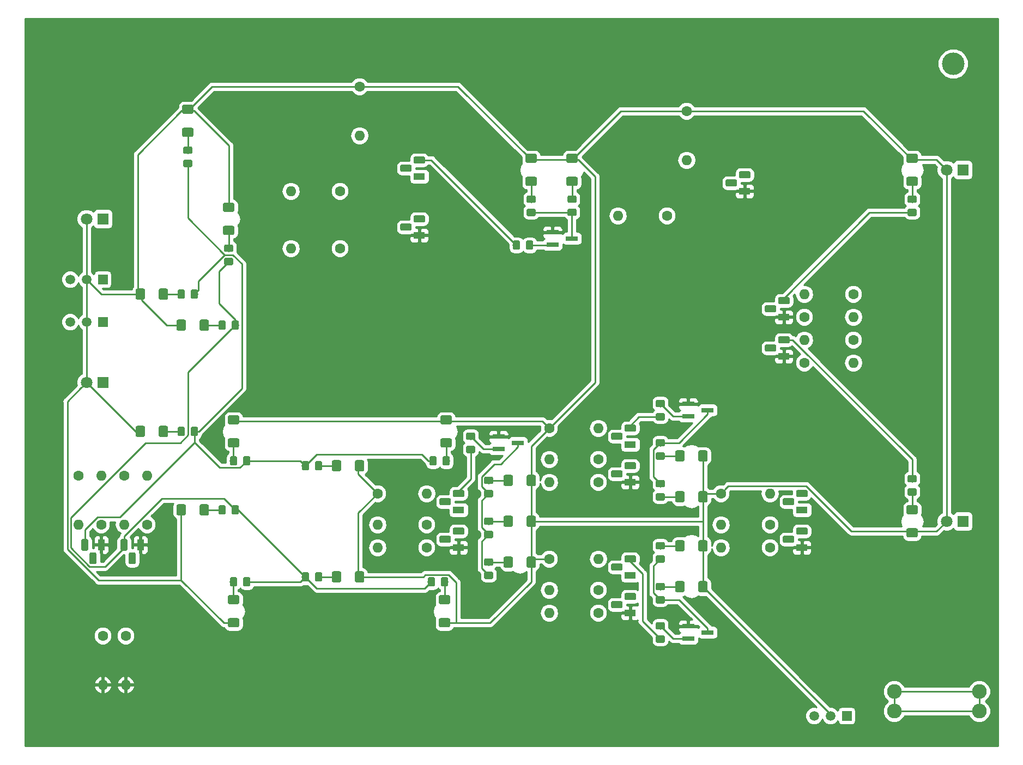
<source format=gbl>
G04 #@! TF.GenerationSoftware,KiCad,Pcbnew,5.0.2-bee76a0~70~ubuntu16.04.1*
G04 #@! TF.CreationDate,2019-09-17T19:16:02-07:00*
G04 #@! TF.ProjectId,rtl-half-adder,72746c2d-6861-46c6-962d-61646465722e,v1*
G04 #@! TF.SameCoordinates,Original*
G04 #@! TF.FileFunction,Copper,L2,Bot*
G04 #@! TF.FilePolarity,Positive*
%FSLAX46Y46*%
G04 Gerber Fmt 4.6, Leading zero omitted, Abs format (unit mm)*
G04 Created by KiCad (PCBNEW 5.0.2-bee76a0~70~ubuntu16.04.1) date Tue 17 Sep 2019 07:16:02 PM PDT*
%MOMM*%
%LPD*%
G01*
G04 APERTURE LIST*
G04 #@! TA.AperFunction,ComponentPad*
%ADD10C,1.800000*%
G04 #@! TD*
G04 #@! TA.AperFunction,ComponentPad*
%ADD11R,1.800000X1.800000*%
G04 #@! TD*
G04 #@! TA.AperFunction,ComponentPad*
%ADD12R,1.100000X1.800000*%
G04 #@! TD*
G04 #@! TA.AperFunction,Conductor*
%ADD13C,0.100000*%
G04 #@! TD*
G04 #@! TA.AperFunction,ComponentPad*
%ADD14C,1.100000*%
G04 #@! TD*
G04 #@! TA.AperFunction,ComponentPad*
%ADD15R,1.800000X1.100000*%
G04 #@! TD*
G04 #@! TA.AperFunction,ComponentPad*
%ADD16O,1.600000X1.600000*%
G04 #@! TD*
G04 #@! TA.AperFunction,ComponentPad*
%ADD17C,1.600000*%
G04 #@! TD*
G04 #@! TA.AperFunction,SMDPad,CuDef*
%ADD18R,1.900000X0.800000*%
G04 #@! TD*
G04 #@! TA.AperFunction,SMDPad,CuDef*
%ADD19C,1.150000*%
G04 #@! TD*
G04 #@! TA.AperFunction,ComponentPad*
%ADD20C,2.286000*%
G04 #@! TD*
G04 #@! TA.AperFunction,ComponentPad*
%ADD21R,1.500000X1.500000*%
G04 #@! TD*
G04 #@! TA.AperFunction,ComponentPad*
%ADD22C,1.500000*%
G04 #@! TD*
G04 #@! TA.AperFunction,SMDPad,CuDef*
%ADD23C,1.425000*%
G04 #@! TD*
G04 #@! TA.AperFunction,ComponentPad*
%ADD24C,3.500000*%
G04 #@! TD*
G04 #@! TA.AperFunction,Conductor*
%ADD25C,0.254000*%
G04 #@! TD*
G04 APERTURE END LIST*
D10*
G04 #@! TO.P,D1,2*
G04 #@! TO.N,VCC*
X60960000Y-69850000D03*
D11*
G04 #@! TO.P,D1,1*
G04 #@! TO.N,Net-(D1-Pad1)*
X63500000Y-69850000D03*
G04 #@! TD*
D10*
G04 #@! TO.P,D2,2*
G04 #@! TO.N,VCC*
X60960000Y-95250000D03*
D11*
G04 #@! TO.P,D2,1*
G04 #@! TO.N,Net-(D2-Pad1)*
X63500000Y-95250000D03*
G04 #@! TD*
D12*
G04 #@! TO.P,Q1,1*
G04 #@! TO.N,GND*
X63246000Y-120504000D03*
D13*
G04 #@! TD*
G04 #@! TO.N,/A_GATE*
G04 #@! TO.C,Q1*
G36*
X61007955Y-119605324D02*
X61034650Y-119609284D01*
X61060828Y-119615841D01*
X61086238Y-119624933D01*
X61110634Y-119636472D01*
X61133782Y-119650346D01*
X61155458Y-119666422D01*
X61175454Y-119684546D01*
X61193578Y-119704542D01*
X61209654Y-119726218D01*
X61223528Y-119749366D01*
X61235067Y-119773762D01*
X61244159Y-119799172D01*
X61250716Y-119825350D01*
X61254676Y-119852045D01*
X61256000Y-119879000D01*
X61256000Y-121129000D01*
X61254676Y-121155955D01*
X61250716Y-121182650D01*
X61244159Y-121208828D01*
X61235067Y-121234238D01*
X61223528Y-121258634D01*
X61209654Y-121281782D01*
X61193578Y-121303458D01*
X61175454Y-121323454D01*
X61155458Y-121341578D01*
X61133782Y-121357654D01*
X61110634Y-121371528D01*
X61086238Y-121383067D01*
X61060828Y-121392159D01*
X61034650Y-121398716D01*
X61007955Y-121402676D01*
X60981000Y-121404000D01*
X60431000Y-121404000D01*
X60404045Y-121402676D01*
X60377350Y-121398716D01*
X60351172Y-121392159D01*
X60325762Y-121383067D01*
X60301366Y-121371528D01*
X60278218Y-121357654D01*
X60256542Y-121341578D01*
X60236546Y-121323454D01*
X60218422Y-121303458D01*
X60202346Y-121281782D01*
X60188472Y-121258634D01*
X60176933Y-121234238D01*
X60167841Y-121208828D01*
X60161284Y-121182650D01*
X60157324Y-121155955D01*
X60156000Y-121129000D01*
X60156000Y-119879000D01*
X60157324Y-119852045D01*
X60161284Y-119825350D01*
X60167841Y-119799172D01*
X60176933Y-119773762D01*
X60188472Y-119749366D01*
X60202346Y-119726218D01*
X60218422Y-119704542D01*
X60236546Y-119684546D01*
X60256542Y-119666422D01*
X60278218Y-119650346D01*
X60301366Y-119636472D01*
X60325762Y-119624933D01*
X60351172Y-119615841D01*
X60377350Y-119609284D01*
X60404045Y-119605324D01*
X60431000Y-119604000D01*
X60981000Y-119604000D01*
X61007955Y-119605324D01*
X61007955Y-119605324D01*
G37*
D14*
G04 #@! TO.P,Q1,3*
G04 #@! TO.N,/A_GATE*
X60706000Y-120504000D03*
D13*
G04 #@! TD*
G04 #@! TO.N,Net-(Q1-Pad2)*
G04 #@! TO.C,Q1*
G36*
X62277955Y-121675324D02*
X62304650Y-121679284D01*
X62330828Y-121685841D01*
X62356238Y-121694933D01*
X62380634Y-121706472D01*
X62403782Y-121720346D01*
X62425458Y-121736422D01*
X62445454Y-121754546D01*
X62463578Y-121774542D01*
X62479654Y-121796218D01*
X62493528Y-121819366D01*
X62505067Y-121843762D01*
X62514159Y-121869172D01*
X62520716Y-121895350D01*
X62524676Y-121922045D01*
X62526000Y-121949000D01*
X62526000Y-123199000D01*
X62524676Y-123225955D01*
X62520716Y-123252650D01*
X62514159Y-123278828D01*
X62505067Y-123304238D01*
X62493528Y-123328634D01*
X62479654Y-123351782D01*
X62463578Y-123373458D01*
X62445454Y-123393454D01*
X62425458Y-123411578D01*
X62403782Y-123427654D01*
X62380634Y-123441528D01*
X62356238Y-123453067D01*
X62330828Y-123462159D01*
X62304650Y-123468716D01*
X62277955Y-123472676D01*
X62251000Y-123474000D01*
X61701000Y-123474000D01*
X61674045Y-123472676D01*
X61647350Y-123468716D01*
X61621172Y-123462159D01*
X61595762Y-123453067D01*
X61571366Y-123441528D01*
X61548218Y-123427654D01*
X61526542Y-123411578D01*
X61506546Y-123393454D01*
X61488422Y-123373458D01*
X61472346Y-123351782D01*
X61458472Y-123328634D01*
X61446933Y-123304238D01*
X61437841Y-123278828D01*
X61431284Y-123252650D01*
X61427324Y-123225955D01*
X61426000Y-123199000D01*
X61426000Y-121949000D01*
X61427324Y-121922045D01*
X61431284Y-121895350D01*
X61437841Y-121869172D01*
X61446933Y-121843762D01*
X61458472Y-121819366D01*
X61472346Y-121796218D01*
X61488422Y-121774542D01*
X61506546Y-121754546D01*
X61526542Y-121736422D01*
X61548218Y-121720346D01*
X61571366Y-121706472D01*
X61595762Y-121694933D01*
X61621172Y-121685841D01*
X61647350Y-121679284D01*
X61674045Y-121675324D01*
X61701000Y-121674000D01*
X62251000Y-121674000D01*
X62277955Y-121675324D01*
X62277955Y-121675324D01*
G37*
D14*
G04 #@! TO.P,Q1,2*
G04 #@! TO.N,Net-(Q1-Pad2)*
X61976000Y-122574000D03*
G04 #@! TD*
D12*
G04 #@! TO.P,Q2,1*
G04 #@! TO.N,GND*
X69342000Y-120504000D03*
D13*
G04 #@! TD*
G04 #@! TO.N,/B_GATE*
G04 #@! TO.C,Q2*
G36*
X67103955Y-119605324D02*
X67130650Y-119609284D01*
X67156828Y-119615841D01*
X67182238Y-119624933D01*
X67206634Y-119636472D01*
X67229782Y-119650346D01*
X67251458Y-119666422D01*
X67271454Y-119684546D01*
X67289578Y-119704542D01*
X67305654Y-119726218D01*
X67319528Y-119749366D01*
X67331067Y-119773762D01*
X67340159Y-119799172D01*
X67346716Y-119825350D01*
X67350676Y-119852045D01*
X67352000Y-119879000D01*
X67352000Y-121129000D01*
X67350676Y-121155955D01*
X67346716Y-121182650D01*
X67340159Y-121208828D01*
X67331067Y-121234238D01*
X67319528Y-121258634D01*
X67305654Y-121281782D01*
X67289578Y-121303458D01*
X67271454Y-121323454D01*
X67251458Y-121341578D01*
X67229782Y-121357654D01*
X67206634Y-121371528D01*
X67182238Y-121383067D01*
X67156828Y-121392159D01*
X67130650Y-121398716D01*
X67103955Y-121402676D01*
X67077000Y-121404000D01*
X66527000Y-121404000D01*
X66500045Y-121402676D01*
X66473350Y-121398716D01*
X66447172Y-121392159D01*
X66421762Y-121383067D01*
X66397366Y-121371528D01*
X66374218Y-121357654D01*
X66352542Y-121341578D01*
X66332546Y-121323454D01*
X66314422Y-121303458D01*
X66298346Y-121281782D01*
X66284472Y-121258634D01*
X66272933Y-121234238D01*
X66263841Y-121208828D01*
X66257284Y-121182650D01*
X66253324Y-121155955D01*
X66252000Y-121129000D01*
X66252000Y-119879000D01*
X66253324Y-119852045D01*
X66257284Y-119825350D01*
X66263841Y-119799172D01*
X66272933Y-119773762D01*
X66284472Y-119749366D01*
X66298346Y-119726218D01*
X66314422Y-119704542D01*
X66332546Y-119684546D01*
X66352542Y-119666422D01*
X66374218Y-119650346D01*
X66397366Y-119636472D01*
X66421762Y-119624933D01*
X66447172Y-119615841D01*
X66473350Y-119609284D01*
X66500045Y-119605324D01*
X66527000Y-119604000D01*
X67077000Y-119604000D01*
X67103955Y-119605324D01*
X67103955Y-119605324D01*
G37*
D14*
G04 #@! TO.P,Q2,3*
G04 #@! TO.N,/B_GATE*
X66802000Y-120504000D03*
D13*
G04 #@! TD*
G04 #@! TO.N,Net-(Q2-Pad2)*
G04 #@! TO.C,Q2*
G36*
X68373955Y-121675324D02*
X68400650Y-121679284D01*
X68426828Y-121685841D01*
X68452238Y-121694933D01*
X68476634Y-121706472D01*
X68499782Y-121720346D01*
X68521458Y-121736422D01*
X68541454Y-121754546D01*
X68559578Y-121774542D01*
X68575654Y-121796218D01*
X68589528Y-121819366D01*
X68601067Y-121843762D01*
X68610159Y-121869172D01*
X68616716Y-121895350D01*
X68620676Y-121922045D01*
X68622000Y-121949000D01*
X68622000Y-123199000D01*
X68620676Y-123225955D01*
X68616716Y-123252650D01*
X68610159Y-123278828D01*
X68601067Y-123304238D01*
X68589528Y-123328634D01*
X68575654Y-123351782D01*
X68559578Y-123373458D01*
X68541454Y-123393454D01*
X68521458Y-123411578D01*
X68499782Y-123427654D01*
X68476634Y-123441528D01*
X68452238Y-123453067D01*
X68426828Y-123462159D01*
X68400650Y-123468716D01*
X68373955Y-123472676D01*
X68347000Y-123474000D01*
X67797000Y-123474000D01*
X67770045Y-123472676D01*
X67743350Y-123468716D01*
X67717172Y-123462159D01*
X67691762Y-123453067D01*
X67667366Y-123441528D01*
X67644218Y-123427654D01*
X67622542Y-123411578D01*
X67602546Y-123393454D01*
X67584422Y-123373458D01*
X67568346Y-123351782D01*
X67554472Y-123328634D01*
X67542933Y-123304238D01*
X67533841Y-123278828D01*
X67527284Y-123252650D01*
X67523324Y-123225955D01*
X67522000Y-123199000D01*
X67522000Y-121949000D01*
X67523324Y-121922045D01*
X67527284Y-121895350D01*
X67533841Y-121869172D01*
X67542933Y-121843762D01*
X67554472Y-121819366D01*
X67568346Y-121796218D01*
X67584422Y-121774542D01*
X67602546Y-121754546D01*
X67622542Y-121736422D01*
X67644218Y-121720346D01*
X67667366Y-121706472D01*
X67691762Y-121694933D01*
X67717172Y-121685841D01*
X67743350Y-121679284D01*
X67770045Y-121675324D01*
X67797000Y-121674000D01*
X68347000Y-121674000D01*
X68373955Y-121675324D01*
X68373955Y-121675324D01*
G37*
D14*
G04 #@! TO.P,Q2,2*
G04 #@! TO.N,Net-(Q2-Pad2)*
X68072000Y-122574000D03*
G04 #@! TD*
D15*
G04 #@! TO.P,Q3,1*
G04 #@! TO.N,Net-(Q3-Pad1)*
X118764000Y-115062000D03*
D13*
G04 #@! TD*
G04 #@! TO.N,XOR1*
G04 #@! TO.C,Q3*
G36*
X119415955Y-111973324D02*
X119442650Y-111977284D01*
X119468828Y-111983841D01*
X119494238Y-111992933D01*
X119518634Y-112004472D01*
X119541782Y-112018346D01*
X119563458Y-112034422D01*
X119583454Y-112052546D01*
X119601578Y-112072542D01*
X119617654Y-112094218D01*
X119631528Y-112117366D01*
X119643067Y-112141762D01*
X119652159Y-112167172D01*
X119658716Y-112193350D01*
X119662676Y-112220045D01*
X119664000Y-112247000D01*
X119664000Y-112797000D01*
X119662676Y-112823955D01*
X119658716Y-112850650D01*
X119652159Y-112876828D01*
X119643067Y-112902238D01*
X119631528Y-112926634D01*
X119617654Y-112949782D01*
X119601578Y-112971458D01*
X119583454Y-112991454D01*
X119563458Y-113009578D01*
X119541782Y-113025654D01*
X119518634Y-113039528D01*
X119494238Y-113051067D01*
X119468828Y-113060159D01*
X119442650Y-113066716D01*
X119415955Y-113070676D01*
X119389000Y-113072000D01*
X118139000Y-113072000D01*
X118112045Y-113070676D01*
X118085350Y-113066716D01*
X118059172Y-113060159D01*
X118033762Y-113051067D01*
X118009366Y-113039528D01*
X117986218Y-113025654D01*
X117964542Y-113009578D01*
X117944546Y-112991454D01*
X117926422Y-112971458D01*
X117910346Y-112949782D01*
X117896472Y-112926634D01*
X117884933Y-112902238D01*
X117875841Y-112876828D01*
X117869284Y-112850650D01*
X117865324Y-112823955D01*
X117864000Y-112797000D01*
X117864000Y-112247000D01*
X117865324Y-112220045D01*
X117869284Y-112193350D01*
X117875841Y-112167172D01*
X117884933Y-112141762D01*
X117896472Y-112117366D01*
X117910346Y-112094218D01*
X117926422Y-112072542D01*
X117944546Y-112052546D01*
X117964542Y-112034422D01*
X117986218Y-112018346D01*
X118009366Y-112004472D01*
X118033762Y-111992933D01*
X118059172Y-111983841D01*
X118085350Y-111977284D01*
X118112045Y-111973324D01*
X118139000Y-111972000D01*
X119389000Y-111972000D01*
X119415955Y-111973324D01*
X119415955Y-111973324D01*
G37*
D14*
G04 #@! TO.P,Q3,3*
G04 #@! TO.N,XOR1*
X118764000Y-112522000D03*
D13*
G04 #@! TD*
G04 #@! TO.N,Net-(Q3-Pad2)*
G04 #@! TO.C,Q3*
G36*
X117345955Y-113243324D02*
X117372650Y-113247284D01*
X117398828Y-113253841D01*
X117424238Y-113262933D01*
X117448634Y-113274472D01*
X117471782Y-113288346D01*
X117493458Y-113304422D01*
X117513454Y-113322546D01*
X117531578Y-113342542D01*
X117547654Y-113364218D01*
X117561528Y-113387366D01*
X117573067Y-113411762D01*
X117582159Y-113437172D01*
X117588716Y-113463350D01*
X117592676Y-113490045D01*
X117594000Y-113517000D01*
X117594000Y-114067000D01*
X117592676Y-114093955D01*
X117588716Y-114120650D01*
X117582159Y-114146828D01*
X117573067Y-114172238D01*
X117561528Y-114196634D01*
X117547654Y-114219782D01*
X117531578Y-114241458D01*
X117513454Y-114261454D01*
X117493458Y-114279578D01*
X117471782Y-114295654D01*
X117448634Y-114309528D01*
X117424238Y-114321067D01*
X117398828Y-114330159D01*
X117372650Y-114336716D01*
X117345955Y-114340676D01*
X117319000Y-114342000D01*
X116069000Y-114342000D01*
X116042045Y-114340676D01*
X116015350Y-114336716D01*
X115989172Y-114330159D01*
X115963762Y-114321067D01*
X115939366Y-114309528D01*
X115916218Y-114295654D01*
X115894542Y-114279578D01*
X115874546Y-114261454D01*
X115856422Y-114241458D01*
X115840346Y-114219782D01*
X115826472Y-114196634D01*
X115814933Y-114172238D01*
X115805841Y-114146828D01*
X115799284Y-114120650D01*
X115795324Y-114093955D01*
X115794000Y-114067000D01*
X115794000Y-113517000D01*
X115795324Y-113490045D01*
X115799284Y-113463350D01*
X115805841Y-113437172D01*
X115814933Y-113411762D01*
X115826472Y-113387366D01*
X115840346Y-113364218D01*
X115856422Y-113342542D01*
X115874546Y-113322546D01*
X115894542Y-113304422D01*
X115916218Y-113288346D01*
X115939366Y-113274472D01*
X115963762Y-113262933D01*
X115989172Y-113253841D01*
X116015350Y-113247284D01*
X116042045Y-113243324D01*
X116069000Y-113242000D01*
X117319000Y-113242000D01*
X117345955Y-113243324D01*
X117345955Y-113243324D01*
G37*
D14*
G04 #@! TO.P,Q3,2*
G04 #@! TO.N,Net-(Q3-Pad2)*
X116694000Y-113792000D03*
G04 #@! TD*
D15*
G04 #@! TO.P,Q4,1*
G04 #@! TO.N,GND*
X118764000Y-120904000D03*
D13*
G04 #@! TD*
G04 #@! TO.N,Net-(Q3-Pad1)*
G04 #@! TO.C,Q4*
G36*
X119415955Y-117815324D02*
X119442650Y-117819284D01*
X119468828Y-117825841D01*
X119494238Y-117834933D01*
X119518634Y-117846472D01*
X119541782Y-117860346D01*
X119563458Y-117876422D01*
X119583454Y-117894546D01*
X119601578Y-117914542D01*
X119617654Y-117936218D01*
X119631528Y-117959366D01*
X119643067Y-117983762D01*
X119652159Y-118009172D01*
X119658716Y-118035350D01*
X119662676Y-118062045D01*
X119664000Y-118089000D01*
X119664000Y-118639000D01*
X119662676Y-118665955D01*
X119658716Y-118692650D01*
X119652159Y-118718828D01*
X119643067Y-118744238D01*
X119631528Y-118768634D01*
X119617654Y-118791782D01*
X119601578Y-118813458D01*
X119583454Y-118833454D01*
X119563458Y-118851578D01*
X119541782Y-118867654D01*
X119518634Y-118881528D01*
X119494238Y-118893067D01*
X119468828Y-118902159D01*
X119442650Y-118908716D01*
X119415955Y-118912676D01*
X119389000Y-118914000D01*
X118139000Y-118914000D01*
X118112045Y-118912676D01*
X118085350Y-118908716D01*
X118059172Y-118902159D01*
X118033762Y-118893067D01*
X118009366Y-118881528D01*
X117986218Y-118867654D01*
X117964542Y-118851578D01*
X117944546Y-118833454D01*
X117926422Y-118813458D01*
X117910346Y-118791782D01*
X117896472Y-118768634D01*
X117884933Y-118744238D01*
X117875841Y-118718828D01*
X117869284Y-118692650D01*
X117865324Y-118665955D01*
X117864000Y-118639000D01*
X117864000Y-118089000D01*
X117865324Y-118062045D01*
X117869284Y-118035350D01*
X117875841Y-118009172D01*
X117884933Y-117983762D01*
X117896472Y-117959366D01*
X117910346Y-117936218D01*
X117926422Y-117914542D01*
X117944546Y-117894546D01*
X117964542Y-117876422D01*
X117986218Y-117860346D01*
X118009366Y-117846472D01*
X118033762Y-117834933D01*
X118059172Y-117825841D01*
X118085350Y-117819284D01*
X118112045Y-117815324D01*
X118139000Y-117814000D01*
X119389000Y-117814000D01*
X119415955Y-117815324D01*
X119415955Y-117815324D01*
G37*
D14*
G04 #@! TO.P,Q4,3*
G04 #@! TO.N,Net-(Q3-Pad1)*
X118764000Y-118364000D03*
D13*
G04 #@! TD*
G04 #@! TO.N,Net-(Q4-Pad2)*
G04 #@! TO.C,Q4*
G36*
X117345955Y-119085324D02*
X117372650Y-119089284D01*
X117398828Y-119095841D01*
X117424238Y-119104933D01*
X117448634Y-119116472D01*
X117471782Y-119130346D01*
X117493458Y-119146422D01*
X117513454Y-119164546D01*
X117531578Y-119184542D01*
X117547654Y-119206218D01*
X117561528Y-119229366D01*
X117573067Y-119253762D01*
X117582159Y-119279172D01*
X117588716Y-119305350D01*
X117592676Y-119332045D01*
X117594000Y-119359000D01*
X117594000Y-119909000D01*
X117592676Y-119935955D01*
X117588716Y-119962650D01*
X117582159Y-119988828D01*
X117573067Y-120014238D01*
X117561528Y-120038634D01*
X117547654Y-120061782D01*
X117531578Y-120083458D01*
X117513454Y-120103454D01*
X117493458Y-120121578D01*
X117471782Y-120137654D01*
X117448634Y-120151528D01*
X117424238Y-120163067D01*
X117398828Y-120172159D01*
X117372650Y-120178716D01*
X117345955Y-120182676D01*
X117319000Y-120184000D01*
X116069000Y-120184000D01*
X116042045Y-120182676D01*
X116015350Y-120178716D01*
X115989172Y-120172159D01*
X115963762Y-120163067D01*
X115939366Y-120151528D01*
X115916218Y-120137654D01*
X115894542Y-120121578D01*
X115874546Y-120103454D01*
X115856422Y-120083458D01*
X115840346Y-120061782D01*
X115826472Y-120038634D01*
X115814933Y-120014238D01*
X115805841Y-119988828D01*
X115799284Y-119962650D01*
X115795324Y-119935955D01*
X115794000Y-119909000D01*
X115794000Y-119359000D01*
X115795324Y-119332045D01*
X115799284Y-119305350D01*
X115805841Y-119279172D01*
X115814933Y-119253762D01*
X115826472Y-119229366D01*
X115840346Y-119206218D01*
X115856422Y-119184542D01*
X115874546Y-119164546D01*
X115894542Y-119146422D01*
X115916218Y-119130346D01*
X115939366Y-119116472D01*
X115963762Y-119104933D01*
X115989172Y-119095841D01*
X116015350Y-119089284D01*
X116042045Y-119085324D01*
X116069000Y-119084000D01*
X117319000Y-119084000D01*
X117345955Y-119085324D01*
X117345955Y-119085324D01*
G37*
D14*
G04 #@! TO.P,Q4,2*
G04 #@! TO.N,Net-(Q4-Pad2)*
X116694000Y-119634000D03*
G04 #@! TD*
D15*
G04 #@! TO.P,Q5,1*
G04 #@! TO.N,Net-(Q5-Pad1)*
X112668000Y-63246000D03*
D13*
G04 #@! TD*
G04 #@! TO.N,NAND1*
G04 #@! TO.C,Q5*
G36*
X113319955Y-60157324D02*
X113346650Y-60161284D01*
X113372828Y-60167841D01*
X113398238Y-60176933D01*
X113422634Y-60188472D01*
X113445782Y-60202346D01*
X113467458Y-60218422D01*
X113487454Y-60236546D01*
X113505578Y-60256542D01*
X113521654Y-60278218D01*
X113535528Y-60301366D01*
X113547067Y-60325762D01*
X113556159Y-60351172D01*
X113562716Y-60377350D01*
X113566676Y-60404045D01*
X113568000Y-60431000D01*
X113568000Y-60981000D01*
X113566676Y-61007955D01*
X113562716Y-61034650D01*
X113556159Y-61060828D01*
X113547067Y-61086238D01*
X113535528Y-61110634D01*
X113521654Y-61133782D01*
X113505578Y-61155458D01*
X113487454Y-61175454D01*
X113467458Y-61193578D01*
X113445782Y-61209654D01*
X113422634Y-61223528D01*
X113398238Y-61235067D01*
X113372828Y-61244159D01*
X113346650Y-61250716D01*
X113319955Y-61254676D01*
X113293000Y-61256000D01*
X112043000Y-61256000D01*
X112016045Y-61254676D01*
X111989350Y-61250716D01*
X111963172Y-61244159D01*
X111937762Y-61235067D01*
X111913366Y-61223528D01*
X111890218Y-61209654D01*
X111868542Y-61193578D01*
X111848546Y-61175454D01*
X111830422Y-61155458D01*
X111814346Y-61133782D01*
X111800472Y-61110634D01*
X111788933Y-61086238D01*
X111779841Y-61060828D01*
X111773284Y-61034650D01*
X111769324Y-61007955D01*
X111768000Y-60981000D01*
X111768000Y-60431000D01*
X111769324Y-60404045D01*
X111773284Y-60377350D01*
X111779841Y-60351172D01*
X111788933Y-60325762D01*
X111800472Y-60301366D01*
X111814346Y-60278218D01*
X111830422Y-60256542D01*
X111848546Y-60236546D01*
X111868542Y-60218422D01*
X111890218Y-60202346D01*
X111913366Y-60188472D01*
X111937762Y-60176933D01*
X111963172Y-60167841D01*
X111989350Y-60161284D01*
X112016045Y-60157324D01*
X112043000Y-60156000D01*
X113293000Y-60156000D01*
X113319955Y-60157324D01*
X113319955Y-60157324D01*
G37*
D14*
G04 #@! TO.P,Q5,3*
G04 #@! TO.N,NAND1*
X112668000Y-60706000D03*
D13*
G04 #@! TD*
G04 #@! TO.N,Net-(Q5-Pad2)*
G04 #@! TO.C,Q5*
G36*
X111249955Y-61427324D02*
X111276650Y-61431284D01*
X111302828Y-61437841D01*
X111328238Y-61446933D01*
X111352634Y-61458472D01*
X111375782Y-61472346D01*
X111397458Y-61488422D01*
X111417454Y-61506546D01*
X111435578Y-61526542D01*
X111451654Y-61548218D01*
X111465528Y-61571366D01*
X111477067Y-61595762D01*
X111486159Y-61621172D01*
X111492716Y-61647350D01*
X111496676Y-61674045D01*
X111498000Y-61701000D01*
X111498000Y-62251000D01*
X111496676Y-62277955D01*
X111492716Y-62304650D01*
X111486159Y-62330828D01*
X111477067Y-62356238D01*
X111465528Y-62380634D01*
X111451654Y-62403782D01*
X111435578Y-62425458D01*
X111417454Y-62445454D01*
X111397458Y-62463578D01*
X111375782Y-62479654D01*
X111352634Y-62493528D01*
X111328238Y-62505067D01*
X111302828Y-62514159D01*
X111276650Y-62520716D01*
X111249955Y-62524676D01*
X111223000Y-62526000D01*
X109973000Y-62526000D01*
X109946045Y-62524676D01*
X109919350Y-62520716D01*
X109893172Y-62514159D01*
X109867762Y-62505067D01*
X109843366Y-62493528D01*
X109820218Y-62479654D01*
X109798542Y-62463578D01*
X109778546Y-62445454D01*
X109760422Y-62425458D01*
X109744346Y-62403782D01*
X109730472Y-62380634D01*
X109718933Y-62356238D01*
X109709841Y-62330828D01*
X109703284Y-62304650D01*
X109699324Y-62277955D01*
X109698000Y-62251000D01*
X109698000Y-61701000D01*
X109699324Y-61674045D01*
X109703284Y-61647350D01*
X109709841Y-61621172D01*
X109718933Y-61595762D01*
X109730472Y-61571366D01*
X109744346Y-61548218D01*
X109760422Y-61526542D01*
X109778546Y-61506546D01*
X109798542Y-61488422D01*
X109820218Y-61472346D01*
X109843366Y-61458472D01*
X109867762Y-61446933D01*
X109893172Y-61437841D01*
X109919350Y-61431284D01*
X109946045Y-61427324D01*
X109973000Y-61426000D01*
X111223000Y-61426000D01*
X111249955Y-61427324D01*
X111249955Y-61427324D01*
G37*
D14*
G04 #@! TO.P,Q5,2*
G04 #@! TO.N,Net-(Q5-Pad2)*
X110598000Y-61976000D03*
G04 #@! TD*
D15*
G04 #@! TO.P,Q6,1*
G04 #@! TO.N,GND*
X112668000Y-72390000D03*
D13*
G04 #@! TD*
G04 #@! TO.N,Net-(Q5-Pad1)*
G04 #@! TO.C,Q6*
G36*
X113319955Y-69301324D02*
X113346650Y-69305284D01*
X113372828Y-69311841D01*
X113398238Y-69320933D01*
X113422634Y-69332472D01*
X113445782Y-69346346D01*
X113467458Y-69362422D01*
X113487454Y-69380546D01*
X113505578Y-69400542D01*
X113521654Y-69422218D01*
X113535528Y-69445366D01*
X113547067Y-69469762D01*
X113556159Y-69495172D01*
X113562716Y-69521350D01*
X113566676Y-69548045D01*
X113568000Y-69575000D01*
X113568000Y-70125000D01*
X113566676Y-70151955D01*
X113562716Y-70178650D01*
X113556159Y-70204828D01*
X113547067Y-70230238D01*
X113535528Y-70254634D01*
X113521654Y-70277782D01*
X113505578Y-70299458D01*
X113487454Y-70319454D01*
X113467458Y-70337578D01*
X113445782Y-70353654D01*
X113422634Y-70367528D01*
X113398238Y-70379067D01*
X113372828Y-70388159D01*
X113346650Y-70394716D01*
X113319955Y-70398676D01*
X113293000Y-70400000D01*
X112043000Y-70400000D01*
X112016045Y-70398676D01*
X111989350Y-70394716D01*
X111963172Y-70388159D01*
X111937762Y-70379067D01*
X111913366Y-70367528D01*
X111890218Y-70353654D01*
X111868542Y-70337578D01*
X111848546Y-70319454D01*
X111830422Y-70299458D01*
X111814346Y-70277782D01*
X111800472Y-70254634D01*
X111788933Y-70230238D01*
X111779841Y-70204828D01*
X111773284Y-70178650D01*
X111769324Y-70151955D01*
X111768000Y-70125000D01*
X111768000Y-69575000D01*
X111769324Y-69548045D01*
X111773284Y-69521350D01*
X111779841Y-69495172D01*
X111788933Y-69469762D01*
X111800472Y-69445366D01*
X111814346Y-69422218D01*
X111830422Y-69400542D01*
X111848546Y-69380546D01*
X111868542Y-69362422D01*
X111890218Y-69346346D01*
X111913366Y-69332472D01*
X111937762Y-69320933D01*
X111963172Y-69311841D01*
X111989350Y-69305284D01*
X112016045Y-69301324D01*
X112043000Y-69300000D01*
X113293000Y-69300000D01*
X113319955Y-69301324D01*
X113319955Y-69301324D01*
G37*
D14*
G04 #@! TO.P,Q6,3*
G04 #@! TO.N,Net-(Q5-Pad1)*
X112668000Y-69850000D03*
D13*
G04 #@! TD*
G04 #@! TO.N,Net-(Q6-Pad2)*
G04 #@! TO.C,Q6*
G36*
X111249955Y-70571324D02*
X111276650Y-70575284D01*
X111302828Y-70581841D01*
X111328238Y-70590933D01*
X111352634Y-70602472D01*
X111375782Y-70616346D01*
X111397458Y-70632422D01*
X111417454Y-70650546D01*
X111435578Y-70670542D01*
X111451654Y-70692218D01*
X111465528Y-70715366D01*
X111477067Y-70739762D01*
X111486159Y-70765172D01*
X111492716Y-70791350D01*
X111496676Y-70818045D01*
X111498000Y-70845000D01*
X111498000Y-71395000D01*
X111496676Y-71421955D01*
X111492716Y-71448650D01*
X111486159Y-71474828D01*
X111477067Y-71500238D01*
X111465528Y-71524634D01*
X111451654Y-71547782D01*
X111435578Y-71569458D01*
X111417454Y-71589454D01*
X111397458Y-71607578D01*
X111375782Y-71623654D01*
X111352634Y-71637528D01*
X111328238Y-71649067D01*
X111302828Y-71658159D01*
X111276650Y-71664716D01*
X111249955Y-71668676D01*
X111223000Y-71670000D01*
X109973000Y-71670000D01*
X109946045Y-71668676D01*
X109919350Y-71664716D01*
X109893172Y-71658159D01*
X109867762Y-71649067D01*
X109843366Y-71637528D01*
X109820218Y-71623654D01*
X109798542Y-71607578D01*
X109778546Y-71589454D01*
X109760422Y-71569458D01*
X109744346Y-71547782D01*
X109730472Y-71524634D01*
X109718933Y-71500238D01*
X109709841Y-71474828D01*
X109703284Y-71448650D01*
X109699324Y-71421955D01*
X109698000Y-71395000D01*
X109698000Y-70845000D01*
X109699324Y-70818045D01*
X109703284Y-70791350D01*
X109709841Y-70765172D01*
X109718933Y-70739762D01*
X109730472Y-70715366D01*
X109744346Y-70692218D01*
X109760422Y-70670542D01*
X109778546Y-70650546D01*
X109798542Y-70632422D01*
X109820218Y-70616346D01*
X109843366Y-70602472D01*
X109867762Y-70590933D01*
X109893172Y-70581841D01*
X109919350Y-70575284D01*
X109946045Y-70571324D01*
X109973000Y-70570000D01*
X111223000Y-70570000D01*
X111249955Y-70571324D01*
X111249955Y-70571324D01*
G37*
D14*
G04 #@! TO.P,Q6,2*
G04 #@! TO.N,Net-(Q6-Pad2)*
X110598000Y-71120000D03*
G04 #@! TD*
D15*
G04 #@! TO.P,Q7,1*
G04 #@! TO.N,Net-(Q7-Pad1)*
X145434000Y-104902000D03*
D13*
G04 #@! TD*
G04 #@! TO.N,XOR2*
G04 #@! TO.C,Q7*
G36*
X146085955Y-101813324D02*
X146112650Y-101817284D01*
X146138828Y-101823841D01*
X146164238Y-101832933D01*
X146188634Y-101844472D01*
X146211782Y-101858346D01*
X146233458Y-101874422D01*
X146253454Y-101892546D01*
X146271578Y-101912542D01*
X146287654Y-101934218D01*
X146301528Y-101957366D01*
X146313067Y-101981762D01*
X146322159Y-102007172D01*
X146328716Y-102033350D01*
X146332676Y-102060045D01*
X146334000Y-102087000D01*
X146334000Y-102637000D01*
X146332676Y-102663955D01*
X146328716Y-102690650D01*
X146322159Y-102716828D01*
X146313067Y-102742238D01*
X146301528Y-102766634D01*
X146287654Y-102789782D01*
X146271578Y-102811458D01*
X146253454Y-102831454D01*
X146233458Y-102849578D01*
X146211782Y-102865654D01*
X146188634Y-102879528D01*
X146164238Y-102891067D01*
X146138828Y-102900159D01*
X146112650Y-102906716D01*
X146085955Y-102910676D01*
X146059000Y-102912000D01*
X144809000Y-102912000D01*
X144782045Y-102910676D01*
X144755350Y-102906716D01*
X144729172Y-102900159D01*
X144703762Y-102891067D01*
X144679366Y-102879528D01*
X144656218Y-102865654D01*
X144634542Y-102849578D01*
X144614546Y-102831454D01*
X144596422Y-102811458D01*
X144580346Y-102789782D01*
X144566472Y-102766634D01*
X144554933Y-102742238D01*
X144545841Y-102716828D01*
X144539284Y-102690650D01*
X144535324Y-102663955D01*
X144534000Y-102637000D01*
X144534000Y-102087000D01*
X144535324Y-102060045D01*
X144539284Y-102033350D01*
X144545841Y-102007172D01*
X144554933Y-101981762D01*
X144566472Y-101957366D01*
X144580346Y-101934218D01*
X144596422Y-101912542D01*
X144614546Y-101892546D01*
X144634542Y-101874422D01*
X144656218Y-101858346D01*
X144679366Y-101844472D01*
X144703762Y-101832933D01*
X144729172Y-101823841D01*
X144755350Y-101817284D01*
X144782045Y-101813324D01*
X144809000Y-101812000D01*
X146059000Y-101812000D01*
X146085955Y-101813324D01*
X146085955Y-101813324D01*
G37*
D14*
G04 #@! TO.P,Q7,3*
G04 #@! TO.N,XOR2*
X145434000Y-102362000D03*
D13*
G04 #@! TD*
G04 #@! TO.N,Net-(Q7-Pad2)*
G04 #@! TO.C,Q7*
G36*
X144015955Y-103083324D02*
X144042650Y-103087284D01*
X144068828Y-103093841D01*
X144094238Y-103102933D01*
X144118634Y-103114472D01*
X144141782Y-103128346D01*
X144163458Y-103144422D01*
X144183454Y-103162546D01*
X144201578Y-103182542D01*
X144217654Y-103204218D01*
X144231528Y-103227366D01*
X144243067Y-103251762D01*
X144252159Y-103277172D01*
X144258716Y-103303350D01*
X144262676Y-103330045D01*
X144264000Y-103357000D01*
X144264000Y-103907000D01*
X144262676Y-103933955D01*
X144258716Y-103960650D01*
X144252159Y-103986828D01*
X144243067Y-104012238D01*
X144231528Y-104036634D01*
X144217654Y-104059782D01*
X144201578Y-104081458D01*
X144183454Y-104101454D01*
X144163458Y-104119578D01*
X144141782Y-104135654D01*
X144118634Y-104149528D01*
X144094238Y-104161067D01*
X144068828Y-104170159D01*
X144042650Y-104176716D01*
X144015955Y-104180676D01*
X143989000Y-104182000D01*
X142739000Y-104182000D01*
X142712045Y-104180676D01*
X142685350Y-104176716D01*
X142659172Y-104170159D01*
X142633762Y-104161067D01*
X142609366Y-104149528D01*
X142586218Y-104135654D01*
X142564542Y-104119578D01*
X142544546Y-104101454D01*
X142526422Y-104081458D01*
X142510346Y-104059782D01*
X142496472Y-104036634D01*
X142484933Y-104012238D01*
X142475841Y-103986828D01*
X142469284Y-103960650D01*
X142465324Y-103933955D01*
X142464000Y-103907000D01*
X142464000Y-103357000D01*
X142465324Y-103330045D01*
X142469284Y-103303350D01*
X142475841Y-103277172D01*
X142484933Y-103251762D01*
X142496472Y-103227366D01*
X142510346Y-103204218D01*
X142526422Y-103182542D01*
X142544546Y-103162546D01*
X142564542Y-103144422D01*
X142586218Y-103128346D01*
X142609366Y-103114472D01*
X142633762Y-103102933D01*
X142659172Y-103093841D01*
X142685350Y-103087284D01*
X142712045Y-103083324D01*
X142739000Y-103082000D01*
X143989000Y-103082000D01*
X144015955Y-103083324D01*
X144015955Y-103083324D01*
G37*
D14*
G04 #@! TO.P,Q7,2*
G04 #@! TO.N,Net-(Q7-Pad2)*
X143364000Y-103632000D03*
G04 #@! TD*
D15*
G04 #@! TO.P,Q8,1*
G04 #@! TO.N,GND*
X145434000Y-110744000D03*
D13*
G04 #@! TD*
G04 #@! TO.N,Net-(Q7-Pad1)*
G04 #@! TO.C,Q8*
G36*
X146085955Y-107655324D02*
X146112650Y-107659284D01*
X146138828Y-107665841D01*
X146164238Y-107674933D01*
X146188634Y-107686472D01*
X146211782Y-107700346D01*
X146233458Y-107716422D01*
X146253454Y-107734546D01*
X146271578Y-107754542D01*
X146287654Y-107776218D01*
X146301528Y-107799366D01*
X146313067Y-107823762D01*
X146322159Y-107849172D01*
X146328716Y-107875350D01*
X146332676Y-107902045D01*
X146334000Y-107929000D01*
X146334000Y-108479000D01*
X146332676Y-108505955D01*
X146328716Y-108532650D01*
X146322159Y-108558828D01*
X146313067Y-108584238D01*
X146301528Y-108608634D01*
X146287654Y-108631782D01*
X146271578Y-108653458D01*
X146253454Y-108673454D01*
X146233458Y-108691578D01*
X146211782Y-108707654D01*
X146188634Y-108721528D01*
X146164238Y-108733067D01*
X146138828Y-108742159D01*
X146112650Y-108748716D01*
X146085955Y-108752676D01*
X146059000Y-108754000D01*
X144809000Y-108754000D01*
X144782045Y-108752676D01*
X144755350Y-108748716D01*
X144729172Y-108742159D01*
X144703762Y-108733067D01*
X144679366Y-108721528D01*
X144656218Y-108707654D01*
X144634542Y-108691578D01*
X144614546Y-108673454D01*
X144596422Y-108653458D01*
X144580346Y-108631782D01*
X144566472Y-108608634D01*
X144554933Y-108584238D01*
X144545841Y-108558828D01*
X144539284Y-108532650D01*
X144535324Y-108505955D01*
X144534000Y-108479000D01*
X144534000Y-107929000D01*
X144535324Y-107902045D01*
X144539284Y-107875350D01*
X144545841Y-107849172D01*
X144554933Y-107823762D01*
X144566472Y-107799366D01*
X144580346Y-107776218D01*
X144596422Y-107754542D01*
X144614546Y-107734546D01*
X144634542Y-107716422D01*
X144656218Y-107700346D01*
X144679366Y-107686472D01*
X144703762Y-107674933D01*
X144729172Y-107665841D01*
X144755350Y-107659284D01*
X144782045Y-107655324D01*
X144809000Y-107654000D01*
X146059000Y-107654000D01*
X146085955Y-107655324D01*
X146085955Y-107655324D01*
G37*
D14*
G04 #@! TO.P,Q8,3*
G04 #@! TO.N,Net-(Q7-Pad1)*
X145434000Y-108204000D03*
D13*
G04 #@! TD*
G04 #@! TO.N,Net-(Q8-Pad2)*
G04 #@! TO.C,Q8*
G36*
X144015955Y-108925324D02*
X144042650Y-108929284D01*
X144068828Y-108935841D01*
X144094238Y-108944933D01*
X144118634Y-108956472D01*
X144141782Y-108970346D01*
X144163458Y-108986422D01*
X144183454Y-109004546D01*
X144201578Y-109024542D01*
X144217654Y-109046218D01*
X144231528Y-109069366D01*
X144243067Y-109093762D01*
X144252159Y-109119172D01*
X144258716Y-109145350D01*
X144262676Y-109172045D01*
X144264000Y-109199000D01*
X144264000Y-109749000D01*
X144262676Y-109775955D01*
X144258716Y-109802650D01*
X144252159Y-109828828D01*
X144243067Y-109854238D01*
X144231528Y-109878634D01*
X144217654Y-109901782D01*
X144201578Y-109923458D01*
X144183454Y-109943454D01*
X144163458Y-109961578D01*
X144141782Y-109977654D01*
X144118634Y-109991528D01*
X144094238Y-110003067D01*
X144068828Y-110012159D01*
X144042650Y-110018716D01*
X144015955Y-110022676D01*
X143989000Y-110024000D01*
X142739000Y-110024000D01*
X142712045Y-110022676D01*
X142685350Y-110018716D01*
X142659172Y-110012159D01*
X142633762Y-110003067D01*
X142609366Y-109991528D01*
X142586218Y-109977654D01*
X142564542Y-109961578D01*
X142544546Y-109943454D01*
X142526422Y-109923458D01*
X142510346Y-109901782D01*
X142496472Y-109878634D01*
X142484933Y-109854238D01*
X142475841Y-109828828D01*
X142469284Y-109802650D01*
X142465324Y-109775955D01*
X142464000Y-109749000D01*
X142464000Y-109199000D01*
X142465324Y-109172045D01*
X142469284Y-109145350D01*
X142475841Y-109119172D01*
X142484933Y-109093762D01*
X142496472Y-109069366D01*
X142510346Y-109046218D01*
X142526422Y-109024542D01*
X142544546Y-109004546D01*
X142564542Y-108986422D01*
X142586218Y-108970346D01*
X142609366Y-108956472D01*
X142633762Y-108944933D01*
X142659172Y-108935841D01*
X142685350Y-108929284D01*
X142712045Y-108925324D01*
X142739000Y-108924000D01*
X143989000Y-108924000D01*
X144015955Y-108925324D01*
X144015955Y-108925324D01*
G37*
D14*
G04 #@! TO.P,Q8,2*
G04 #@! TO.N,Net-(Q8-Pad2)*
X143364000Y-109474000D03*
G04 #@! TD*
D15*
G04 #@! TO.P,Q9,1*
G04 #@! TO.N,Net-(Q10-Pad3)*
X145434000Y-125222000D03*
D13*
G04 #@! TD*
G04 #@! TO.N,XOR3*
G04 #@! TO.C,Q9*
G36*
X146085955Y-122133324D02*
X146112650Y-122137284D01*
X146138828Y-122143841D01*
X146164238Y-122152933D01*
X146188634Y-122164472D01*
X146211782Y-122178346D01*
X146233458Y-122194422D01*
X146253454Y-122212546D01*
X146271578Y-122232542D01*
X146287654Y-122254218D01*
X146301528Y-122277366D01*
X146313067Y-122301762D01*
X146322159Y-122327172D01*
X146328716Y-122353350D01*
X146332676Y-122380045D01*
X146334000Y-122407000D01*
X146334000Y-122957000D01*
X146332676Y-122983955D01*
X146328716Y-123010650D01*
X146322159Y-123036828D01*
X146313067Y-123062238D01*
X146301528Y-123086634D01*
X146287654Y-123109782D01*
X146271578Y-123131458D01*
X146253454Y-123151454D01*
X146233458Y-123169578D01*
X146211782Y-123185654D01*
X146188634Y-123199528D01*
X146164238Y-123211067D01*
X146138828Y-123220159D01*
X146112650Y-123226716D01*
X146085955Y-123230676D01*
X146059000Y-123232000D01*
X144809000Y-123232000D01*
X144782045Y-123230676D01*
X144755350Y-123226716D01*
X144729172Y-123220159D01*
X144703762Y-123211067D01*
X144679366Y-123199528D01*
X144656218Y-123185654D01*
X144634542Y-123169578D01*
X144614546Y-123151454D01*
X144596422Y-123131458D01*
X144580346Y-123109782D01*
X144566472Y-123086634D01*
X144554933Y-123062238D01*
X144545841Y-123036828D01*
X144539284Y-123010650D01*
X144535324Y-122983955D01*
X144534000Y-122957000D01*
X144534000Y-122407000D01*
X144535324Y-122380045D01*
X144539284Y-122353350D01*
X144545841Y-122327172D01*
X144554933Y-122301762D01*
X144566472Y-122277366D01*
X144580346Y-122254218D01*
X144596422Y-122232542D01*
X144614546Y-122212546D01*
X144634542Y-122194422D01*
X144656218Y-122178346D01*
X144679366Y-122164472D01*
X144703762Y-122152933D01*
X144729172Y-122143841D01*
X144755350Y-122137284D01*
X144782045Y-122133324D01*
X144809000Y-122132000D01*
X146059000Y-122132000D01*
X146085955Y-122133324D01*
X146085955Y-122133324D01*
G37*
D14*
G04 #@! TO.P,Q9,3*
G04 #@! TO.N,XOR3*
X145434000Y-122682000D03*
D13*
G04 #@! TD*
G04 #@! TO.N,Net-(Q9-Pad2)*
G04 #@! TO.C,Q9*
G36*
X144015955Y-123403324D02*
X144042650Y-123407284D01*
X144068828Y-123413841D01*
X144094238Y-123422933D01*
X144118634Y-123434472D01*
X144141782Y-123448346D01*
X144163458Y-123464422D01*
X144183454Y-123482546D01*
X144201578Y-123502542D01*
X144217654Y-123524218D01*
X144231528Y-123547366D01*
X144243067Y-123571762D01*
X144252159Y-123597172D01*
X144258716Y-123623350D01*
X144262676Y-123650045D01*
X144264000Y-123677000D01*
X144264000Y-124227000D01*
X144262676Y-124253955D01*
X144258716Y-124280650D01*
X144252159Y-124306828D01*
X144243067Y-124332238D01*
X144231528Y-124356634D01*
X144217654Y-124379782D01*
X144201578Y-124401458D01*
X144183454Y-124421454D01*
X144163458Y-124439578D01*
X144141782Y-124455654D01*
X144118634Y-124469528D01*
X144094238Y-124481067D01*
X144068828Y-124490159D01*
X144042650Y-124496716D01*
X144015955Y-124500676D01*
X143989000Y-124502000D01*
X142739000Y-124502000D01*
X142712045Y-124500676D01*
X142685350Y-124496716D01*
X142659172Y-124490159D01*
X142633762Y-124481067D01*
X142609366Y-124469528D01*
X142586218Y-124455654D01*
X142564542Y-124439578D01*
X142544546Y-124421454D01*
X142526422Y-124401458D01*
X142510346Y-124379782D01*
X142496472Y-124356634D01*
X142484933Y-124332238D01*
X142475841Y-124306828D01*
X142469284Y-124280650D01*
X142465324Y-124253955D01*
X142464000Y-124227000D01*
X142464000Y-123677000D01*
X142465324Y-123650045D01*
X142469284Y-123623350D01*
X142475841Y-123597172D01*
X142484933Y-123571762D01*
X142496472Y-123547366D01*
X142510346Y-123524218D01*
X142526422Y-123502542D01*
X142544546Y-123482546D01*
X142564542Y-123464422D01*
X142586218Y-123448346D01*
X142609366Y-123434472D01*
X142633762Y-123422933D01*
X142659172Y-123413841D01*
X142685350Y-123407284D01*
X142712045Y-123403324D01*
X142739000Y-123402000D01*
X143989000Y-123402000D01*
X144015955Y-123403324D01*
X144015955Y-123403324D01*
G37*
D14*
G04 #@! TO.P,Q9,2*
G04 #@! TO.N,Net-(Q9-Pad2)*
X143364000Y-123952000D03*
G04 #@! TD*
D15*
G04 #@! TO.P,Q10,1*
G04 #@! TO.N,GND*
X145434000Y-131064000D03*
D13*
G04 #@! TD*
G04 #@! TO.N,Net-(Q10-Pad3)*
G04 #@! TO.C,Q10*
G36*
X146085955Y-127975324D02*
X146112650Y-127979284D01*
X146138828Y-127985841D01*
X146164238Y-127994933D01*
X146188634Y-128006472D01*
X146211782Y-128020346D01*
X146233458Y-128036422D01*
X146253454Y-128054546D01*
X146271578Y-128074542D01*
X146287654Y-128096218D01*
X146301528Y-128119366D01*
X146313067Y-128143762D01*
X146322159Y-128169172D01*
X146328716Y-128195350D01*
X146332676Y-128222045D01*
X146334000Y-128249000D01*
X146334000Y-128799000D01*
X146332676Y-128825955D01*
X146328716Y-128852650D01*
X146322159Y-128878828D01*
X146313067Y-128904238D01*
X146301528Y-128928634D01*
X146287654Y-128951782D01*
X146271578Y-128973458D01*
X146253454Y-128993454D01*
X146233458Y-129011578D01*
X146211782Y-129027654D01*
X146188634Y-129041528D01*
X146164238Y-129053067D01*
X146138828Y-129062159D01*
X146112650Y-129068716D01*
X146085955Y-129072676D01*
X146059000Y-129074000D01*
X144809000Y-129074000D01*
X144782045Y-129072676D01*
X144755350Y-129068716D01*
X144729172Y-129062159D01*
X144703762Y-129053067D01*
X144679366Y-129041528D01*
X144656218Y-129027654D01*
X144634542Y-129011578D01*
X144614546Y-128993454D01*
X144596422Y-128973458D01*
X144580346Y-128951782D01*
X144566472Y-128928634D01*
X144554933Y-128904238D01*
X144545841Y-128878828D01*
X144539284Y-128852650D01*
X144535324Y-128825955D01*
X144534000Y-128799000D01*
X144534000Y-128249000D01*
X144535324Y-128222045D01*
X144539284Y-128195350D01*
X144545841Y-128169172D01*
X144554933Y-128143762D01*
X144566472Y-128119366D01*
X144580346Y-128096218D01*
X144596422Y-128074542D01*
X144614546Y-128054546D01*
X144634542Y-128036422D01*
X144656218Y-128020346D01*
X144679366Y-128006472D01*
X144703762Y-127994933D01*
X144729172Y-127985841D01*
X144755350Y-127979284D01*
X144782045Y-127975324D01*
X144809000Y-127974000D01*
X146059000Y-127974000D01*
X146085955Y-127975324D01*
X146085955Y-127975324D01*
G37*
D14*
G04 #@! TO.P,Q10,3*
G04 #@! TO.N,Net-(Q10-Pad3)*
X145434000Y-128524000D03*
D13*
G04 #@! TD*
G04 #@! TO.N,Net-(Q10-Pad2)*
G04 #@! TO.C,Q10*
G36*
X144015955Y-129245324D02*
X144042650Y-129249284D01*
X144068828Y-129255841D01*
X144094238Y-129264933D01*
X144118634Y-129276472D01*
X144141782Y-129290346D01*
X144163458Y-129306422D01*
X144183454Y-129324546D01*
X144201578Y-129344542D01*
X144217654Y-129366218D01*
X144231528Y-129389366D01*
X144243067Y-129413762D01*
X144252159Y-129439172D01*
X144258716Y-129465350D01*
X144262676Y-129492045D01*
X144264000Y-129519000D01*
X144264000Y-130069000D01*
X144262676Y-130095955D01*
X144258716Y-130122650D01*
X144252159Y-130148828D01*
X144243067Y-130174238D01*
X144231528Y-130198634D01*
X144217654Y-130221782D01*
X144201578Y-130243458D01*
X144183454Y-130263454D01*
X144163458Y-130281578D01*
X144141782Y-130297654D01*
X144118634Y-130311528D01*
X144094238Y-130323067D01*
X144068828Y-130332159D01*
X144042650Y-130338716D01*
X144015955Y-130342676D01*
X143989000Y-130344000D01*
X142739000Y-130344000D01*
X142712045Y-130342676D01*
X142685350Y-130338716D01*
X142659172Y-130332159D01*
X142633762Y-130323067D01*
X142609366Y-130311528D01*
X142586218Y-130297654D01*
X142564542Y-130281578D01*
X142544546Y-130263454D01*
X142526422Y-130243458D01*
X142510346Y-130221782D01*
X142496472Y-130198634D01*
X142484933Y-130174238D01*
X142475841Y-130148828D01*
X142469284Y-130122650D01*
X142465324Y-130095955D01*
X142464000Y-130069000D01*
X142464000Y-129519000D01*
X142465324Y-129492045D01*
X142469284Y-129465350D01*
X142475841Y-129439172D01*
X142484933Y-129413762D01*
X142496472Y-129389366D01*
X142510346Y-129366218D01*
X142526422Y-129344542D01*
X142544546Y-129324546D01*
X142564542Y-129306422D01*
X142586218Y-129290346D01*
X142609366Y-129276472D01*
X142633762Y-129264933D01*
X142659172Y-129255841D01*
X142685350Y-129249284D01*
X142712045Y-129245324D01*
X142739000Y-129244000D01*
X143989000Y-129244000D01*
X144015955Y-129245324D01*
X144015955Y-129245324D01*
G37*
D14*
G04 #@! TO.P,Q10,2*
G04 #@! TO.N,Net-(Q10-Pad2)*
X143364000Y-129794000D03*
G04 #@! TD*
D15*
G04 #@! TO.P,Q11,1*
G04 #@! TO.N,GND*
X163214000Y-65532000D03*
D13*
G04 #@! TD*
G04 #@! TO.N,CARRY*
G04 #@! TO.C,Q11*
G36*
X163865955Y-62443324D02*
X163892650Y-62447284D01*
X163918828Y-62453841D01*
X163944238Y-62462933D01*
X163968634Y-62474472D01*
X163991782Y-62488346D01*
X164013458Y-62504422D01*
X164033454Y-62522546D01*
X164051578Y-62542542D01*
X164067654Y-62564218D01*
X164081528Y-62587366D01*
X164093067Y-62611762D01*
X164102159Y-62637172D01*
X164108716Y-62663350D01*
X164112676Y-62690045D01*
X164114000Y-62717000D01*
X164114000Y-63267000D01*
X164112676Y-63293955D01*
X164108716Y-63320650D01*
X164102159Y-63346828D01*
X164093067Y-63372238D01*
X164081528Y-63396634D01*
X164067654Y-63419782D01*
X164051578Y-63441458D01*
X164033454Y-63461454D01*
X164013458Y-63479578D01*
X163991782Y-63495654D01*
X163968634Y-63509528D01*
X163944238Y-63521067D01*
X163918828Y-63530159D01*
X163892650Y-63536716D01*
X163865955Y-63540676D01*
X163839000Y-63542000D01*
X162589000Y-63542000D01*
X162562045Y-63540676D01*
X162535350Y-63536716D01*
X162509172Y-63530159D01*
X162483762Y-63521067D01*
X162459366Y-63509528D01*
X162436218Y-63495654D01*
X162414542Y-63479578D01*
X162394546Y-63461454D01*
X162376422Y-63441458D01*
X162360346Y-63419782D01*
X162346472Y-63396634D01*
X162334933Y-63372238D01*
X162325841Y-63346828D01*
X162319284Y-63320650D01*
X162315324Y-63293955D01*
X162314000Y-63267000D01*
X162314000Y-62717000D01*
X162315324Y-62690045D01*
X162319284Y-62663350D01*
X162325841Y-62637172D01*
X162334933Y-62611762D01*
X162346472Y-62587366D01*
X162360346Y-62564218D01*
X162376422Y-62542542D01*
X162394546Y-62522546D01*
X162414542Y-62504422D01*
X162436218Y-62488346D01*
X162459366Y-62474472D01*
X162483762Y-62462933D01*
X162509172Y-62453841D01*
X162535350Y-62447284D01*
X162562045Y-62443324D01*
X162589000Y-62442000D01*
X163839000Y-62442000D01*
X163865955Y-62443324D01*
X163865955Y-62443324D01*
G37*
D14*
G04 #@! TO.P,Q11,3*
G04 #@! TO.N,CARRY*
X163214000Y-62992000D03*
D13*
G04 #@! TD*
G04 #@! TO.N,Net-(Q11-Pad2)*
G04 #@! TO.C,Q11*
G36*
X161795955Y-63713324D02*
X161822650Y-63717284D01*
X161848828Y-63723841D01*
X161874238Y-63732933D01*
X161898634Y-63744472D01*
X161921782Y-63758346D01*
X161943458Y-63774422D01*
X161963454Y-63792546D01*
X161981578Y-63812542D01*
X161997654Y-63834218D01*
X162011528Y-63857366D01*
X162023067Y-63881762D01*
X162032159Y-63907172D01*
X162038716Y-63933350D01*
X162042676Y-63960045D01*
X162044000Y-63987000D01*
X162044000Y-64537000D01*
X162042676Y-64563955D01*
X162038716Y-64590650D01*
X162032159Y-64616828D01*
X162023067Y-64642238D01*
X162011528Y-64666634D01*
X161997654Y-64689782D01*
X161981578Y-64711458D01*
X161963454Y-64731454D01*
X161943458Y-64749578D01*
X161921782Y-64765654D01*
X161898634Y-64779528D01*
X161874238Y-64791067D01*
X161848828Y-64800159D01*
X161822650Y-64806716D01*
X161795955Y-64810676D01*
X161769000Y-64812000D01*
X160519000Y-64812000D01*
X160492045Y-64810676D01*
X160465350Y-64806716D01*
X160439172Y-64800159D01*
X160413762Y-64791067D01*
X160389366Y-64779528D01*
X160366218Y-64765654D01*
X160344542Y-64749578D01*
X160324546Y-64731454D01*
X160306422Y-64711458D01*
X160290346Y-64689782D01*
X160276472Y-64666634D01*
X160264933Y-64642238D01*
X160255841Y-64616828D01*
X160249284Y-64590650D01*
X160245324Y-64563955D01*
X160244000Y-64537000D01*
X160244000Y-63987000D01*
X160245324Y-63960045D01*
X160249284Y-63933350D01*
X160255841Y-63907172D01*
X160264933Y-63881762D01*
X160276472Y-63857366D01*
X160290346Y-63834218D01*
X160306422Y-63812542D01*
X160324546Y-63792546D01*
X160344542Y-63774422D01*
X160366218Y-63758346D01*
X160389366Y-63744472D01*
X160413762Y-63732933D01*
X160439172Y-63723841D01*
X160465350Y-63717284D01*
X160492045Y-63713324D01*
X160519000Y-63712000D01*
X161769000Y-63712000D01*
X161795955Y-63713324D01*
X161795955Y-63713324D01*
G37*
D14*
G04 #@! TO.P,Q11,2*
G04 #@! TO.N,Net-(Q11-Pad2)*
X161144000Y-64262000D03*
G04 #@! TD*
D15*
G04 #@! TO.P,Q12,1*
G04 #@! TO.N,Net-(Q12-Pad1)*
X172104000Y-115062000D03*
D13*
G04 #@! TD*
G04 #@! TO.N,SUM*
G04 #@! TO.C,Q12*
G36*
X172755955Y-111973324D02*
X172782650Y-111977284D01*
X172808828Y-111983841D01*
X172834238Y-111992933D01*
X172858634Y-112004472D01*
X172881782Y-112018346D01*
X172903458Y-112034422D01*
X172923454Y-112052546D01*
X172941578Y-112072542D01*
X172957654Y-112094218D01*
X172971528Y-112117366D01*
X172983067Y-112141762D01*
X172992159Y-112167172D01*
X172998716Y-112193350D01*
X173002676Y-112220045D01*
X173004000Y-112247000D01*
X173004000Y-112797000D01*
X173002676Y-112823955D01*
X172998716Y-112850650D01*
X172992159Y-112876828D01*
X172983067Y-112902238D01*
X172971528Y-112926634D01*
X172957654Y-112949782D01*
X172941578Y-112971458D01*
X172923454Y-112991454D01*
X172903458Y-113009578D01*
X172881782Y-113025654D01*
X172858634Y-113039528D01*
X172834238Y-113051067D01*
X172808828Y-113060159D01*
X172782650Y-113066716D01*
X172755955Y-113070676D01*
X172729000Y-113072000D01*
X171479000Y-113072000D01*
X171452045Y-113070676D01*
X171425350Y-113066716D01*
X171399172Y-113060159D01*
X171373762Y-113051067D01*
X171349366Y-113039528D01*
X171326218Y-113025654D01*
X171304542Y-113009578D01*
X171284546Y-112991454D01*
X171266422Y-112971458D01*
X171250346Y-112949782D01*
X171236472Y-112926634D01*
X171224933Y-112902238D01*
X171215841Y-112876828D01*
X171209284Y-112850650D01*
X171205324Y-112823955D01*
X171204000Y-112797000D01*
X171204000Y-112247000D01*
X171205324Y-112220045D01*
X171209284Y-112193350D01*
X171215841Y-112167172D01*
X171224933Y-112141762D01*
X171236472Y-112117366D01*
X171250346Y-112094218D01*
X171266422Y-112072542D01*
X171284546Y-112052546D01*
X171304542Y-112034422D01*
X171326218Y-112018346D01*
X171349366Y-112004472D01*
X171373762Y-111992933D01*
X171399172Y-111983841D01*
X171425350Y-111977284D01*
X171452045Y-111973324D01*
X171479000Y-111972000D01*
X172729000Y-111972000D01*
X172755955Y-111973324D01*
X172755955Y-111973324D01*
G37*
D14*
G04 #@! TO.P,Q12,3*
G04 #@! TO.N,SUM*
X172104000Y-112522000D03*
D13*
G04 #@! TD*
G04 #@! TO.N,Net-(Q12-Pad2)*
G04 #@! TO.C,Q12*
G36*
X170685955Y-113243324D02*
X170712650Y-113247284D01*
X170738828Y-113253841D01*
X170764238Y-113262933D01*
X170788634Y-113274472D01*
X170811782Y-113288346D01*
X170833458Y-113304422D01*
X170853454Y-113322546D01*
X170871578Y-113342542D01*
X170887654Y-113364218D01*
X170901528Y-113387366D01*
X170913067Y-113411762D01*
X170922159Y-113437172D01*
X170928716Y-113463350D01*
X170932676Y-113490045D01*
X170934000Y-113517000D01*
X170934000Y-114067000D01*
X170932676Y-114093955D01*
X170928716Y-114120650D01*
X170922159Y-114146828D01*
X170913067Y-114172238D01*
X170901528Y-114196634D01*
X170887654Y-114219782D01*
X170871578Y-114241458D01*
X170853454Y-114261454D01*
X170833458Y-114279578D01*
X170811782Y-114295654D01*
X170788634Y-114309528D01*
X170764238Y-114321067D01*
X170738828Y-114330159D01*
X170712650Y-114336716D01*
X170685955Y-114340676D01*
X170659000Y-114342000D01*
X169409000Y-114342000D01*
X169382045Y-114340676D01*
X169355350Y-114336716D01*
X169329172Y-114330159D01*
X169303762Y-114321067D01*
X169279366Y-114309528D01*
X169256218Y-114295654D01*
X169234542Y-114279578D01*
X169214546Y-114261454D01*
X169196422Y-114241458D01*
X169180346Y-114219782D01*
X169166472Y-114196634D01*
X169154933Y-114172238D01*
X169145841Y-114146828D01*
X169139284Y-114120650D01*
X169135324Y-114093955D01*
X169134000Y-114067000D01*
X169134000Y-113517000D01*
X169135324Y-113490045D01*
X169139284Y-113463350D01*
X169145841Y-113437172D01*
X169154933Y-113411762D01*
X169166472Y-113387366D01*
X169180346Y-113364218D01*
X169196422Y-113342542D01*
X169214546Y-113322546D01*
X169234542Y-113304422D01*
X169256218Y-113288346D01*
X169279366Y-113274472D01*
X169303762Y-113262933D01*
X169329172Y-113253841D01*
X169355350Y-113247284D01*
X169382045Y-113243324D01*
X169409000Y-113242000D01*
X170659000Y-113242000D01*
X170685955Y-113243324D01*
X170685955Y-113243324D01*
G37*
D14*
G04 #@! TO.P,Q12,2*
G04 #@! TO.N,Net-(Q12-Pad2)*
X170034000Y-113792000D03*
G04 #@! TD*
D15*
G04 #@! TO.P,Q13,1*
G04 #@! TO.N,GND*
X172104000Y-120904000D03*
D13*
G04 #@! TD*
G04 #@! TO.N,Net-(Q12-Pad1)*
G04 #@! TO.C,Q13*
G36*
X172755955Y-117815324D02*
X172782650Y-117819284D01*
X172808828Y-117825841D01*
X172834238Y-117834933D01*
X172858634Y-117846472D01*
X172881782Y-117860346D01*
X172903458Y-117876422D01*
X172923454Y-117894546D01*
X172941578Y-117914542D01*
X172957654Y-117936218D01*
X172971528Y-117959366D01*
X172983067Y-117983762D01*
X172992159Y-118009172D01*
X172998716Y-118035350D01*
X173002676Y-118062045D01*
X173004000Y-118089000D01*
X173004000Y-118639000D01*
X173002676Y-118665955D01*
X172998716Y-118692650D01*
X172992159Y-118718828D01*
X172983067Y-118744238D01*
X172971528Y-118768634D01*
X172957654Y-118791782D01*
X172941578Y-118813458D01*
X172923454Y-118833454D01*
X172903458Y-118851578D01*
X172881782Y-118867654D01*
X172858634Y-118881528D01*
X172834238Y-118893067D01*
X172808828Y-118902159D01*
X172782650Y-118908716D01*
X172755955Y-118912676D01*
X172729000Y-118914000D01*
X171479000Y-118914000D01*
X171452045Y-118912676D01*
X171425350Y-118908716D01*
X171399172Y-118902159D01*
X171373762Y-118893067D01*
X171349366Y-118881528D01*
X171326218Y-118867654D01*
X171304542Y-118851578D01*
X171284546Y-118833454D01*
X171266422Y-118813458D01*
X171250346Y-118791782D01*
X171236472Y-118768634D01*
X171224933Y-118744238D01*
X171215841Y-118718828D01*
X171209284Y-118692650D01*
X171205324Y-118665955D01*
X171204000Y-118639000D01*
X171204000Y-118089000D01*
X171205324Y-118062045D01*
X171209284Y-118035350D01*
X171215841Y-118009172D01*
X171224933Y-117983762D01*
X171236472Y-117959366D01*
X171250346Y-117936218D01*
X171266422Y-117914542D01*
X171284546Y-117894546D01*
X171304542Y-117876422D01*
X171326218Y-117860346D01*
X171349366Y-117846472D01*
X171373762Y-117834933D01*
X171399172Y-117825841D01*
X171425350Y-117819284D01*
X171452045Y-117815324D01*
X171479000Y-117814000D01*
X172729000Y-117814000D01*
X172755955Y-117815324D01*
X172755955Y-117815324D01*
G37*
D14*
G04 #@! TO.P,Q13,3*
G04 #@! TO.N,Net-(Q12-Pad1)*
X172104000Y-118364000D03*
D13*
G04 #@! TD*
G04 #@! TO.N,Net-(Q13-Pad2)*
G04 #@! TO.C,Q13*
G36*
X170685955Y-119085324D02*
X170712650Y-119089284D01*
X170738828Y-119095841D01*
X170764238Y-119104933D01*
X170788634Y-119116472D01*
X170811782Y-119130346D01*
X170833458Y-119146422D01*
X170853454Y-119164546D01*
X170871578Y-119184542D01*
X170887654Y-119206218D01*
X170901528Y-119229366D01*
X170913067Y-119253762D01*
X170922159Y-119279172D01*
X170928716Y-119305350D01*
X170932676Y-119332045D01*
X170934000Y-119359000D01*
X170934000Y-119909000D01*
X170932676Y-119935955D01*
X170928716Y-119962650D01*
X170922159Y-119988828D01*
X170913067Y-120014238D01*
X170901528Y-120038634D01*
X170887654Y-120061782D01*
X170871578Y-120083458D01*
X170853454Y-120103454D01*
X170833458Y-120121578D01*
X170811782Y-120137654D01*
X170788634Y-120151528D01*
X170764238Y-120163067D01*
X170738828Y-120172159D01*
X170712650Y-120178716D01*
X170685955Y-120182676D01*
X170659000Y-120184000D01*
X169409000Y-120184000D01*
X169382045Y-120182676D01*
X169355350Y-120178716D01*
X169329172Y-120172159D01*
X169303762Y-120163067D01*
X169279366Y-120151528D01*
X169256218Y-120137654D01*
X169234542Y-120121578D01*
X169214546Y-120103454D01*
X169196422Y-120083458D01*
X169180346Y-120061782D01*
X169166472Y-120038634D01*
X169154933Y-120014238D01*
X169145841Y-119988828D01*
X169139284Y-119962650D01*
X169135324Y-119935955D01*
X169134000Y-119909000D01*
X169134000Y-119359000D01*
X169135324Y-119332045D01*
X169139284Y-119305350D01*
X169145841Y-119279172D01*
X169154933Y-119253762D01*
X169166472Y-119229366D01*
X169180346Y-119206218D01*
X169196422Y-119184542D01*
X169214546Y-119164546D01*
X169234542Y-119146422D01*
X169256218Y-119130346D01*
X169279366Y-119116472D01*
X169303762Y-119104933D01*
X169329172Y-119095841D01*
X169355350Y-119089284D01*
X169382045Y-119085324D01*
X169409000Y-119084000D01*
X170659000Y-119084000D01*
X170685955Y-119085324D01*
X170685955Y-119085324D01*
G37*
D14*
G04 #@! TO.P,Q13,2*
G04 #@! TO.N,Net-(Q13-Pad2)*
X170034000Y-119634000D03*
G04 #@! TD*
D16*
G04 #@! TO.P,R1,2*
G04 #@! TO.N,A*
X63246000Y-109728000D03*
D17*
G04 #@! TO.P,R1,1*
G04 #@! TO.N,Net-(Q1-Pad2)*
X63246000Y-117348000D03*
G04 #@! TD*
D16*
G04 #@! TO.P,R2,2*
G04 #@! TO.N,/A_GATE*
X59690000Y-117348000D03*
D17*
G04 #@! TO.P,R2,1*
G04 #@! TO.N,Net-(D1-Pad1)*
X59690000Y-109728000D03*
G04 #@! TD*
D16*
G04 #@! TO.P,R3,2*
G04 #@! TO.N,B*
X70358000Y-109728000D03*
D17*
G04 #@! TO.P,R3,1*
G04 #@! TO.N,Net-(Q2-Pad2)*
X70358000Y-117348000D03*
G04 #@! TD*
D16*
G04 #@! TO.P,R4,2*
G04 #@! TO.N,/B_GATE*
X66802000Y-117348000D03*
D17*
G04 #@! TO.P,R4,1*
G04 #@! TO.N,Net-(D2-Pad1)*
X66802000Y-109728000D03*
G04 #@! TD*
D16*
G04 #@! TO.P,R5,2*
G04 #@! TO.N,GND*
X67056000Y-142240000D03*
D17*
G04 #@! TO.P,R5,1*
G04 #@! TO.N,B*
X67056000Y-134620000D03*
G04 #@! TD*
D16*
G04 #@! TO.P,R6,2*
G04 #@! TO.N,GND*
X63500000Y-142240000D03*
D17*
G04 #@! TO.P,R6,1*
G04 #@! TO.N,A*
X63500000Y-134620000D03*
G04 #@! TD*
D16*
G04 #@! TO.P,R7,2*
G04 #@! TO.N,A*
X106172000Y-117348000D03*
D17*
G04 #@! TO.P,R7,1*
G04 #@! TO.N,Net-(Q3-Pad2)*
X113792000Y-117348000D03*
G04 #@! TD*
D16*
G04 #@! TO.P,R8,2*
G04 #@! TO.N,B*
X106172000Y-120904000D03*
D17*
G04 #@! TO.P,R8,1*
G04 #@! TO.N,Net-(Q4-Pad2)*
X113792000Y-120904000D03*
G04 #@! TD*
D16*
G04 #@! TO.P,R9,2*
G04 #@! TO.N,XOR1*
X113792000Y-112522000D03*
D17*
G04 #@! TO.P,R9,1*
G04 #@! TO.N,VCC*
X106172000Y-112522000D03*
G04 #@! TD*
D16*
G04 #@! TO.P,R10,2*
G04 #@! TO.N,A*
X92710000Y-65532000D03*
D17*
G04 #@! TO.P,R10,1*
G04 #@! TO.N,Net-(Q5-Pad2)*
X100330000Y-65532000D03*
G04 #@! TD*
D16*
G04 #@! TO.P,R11,2*
G04 #@! TO.N,B*
X92710000Y-74422000D03*
D17*
G04 #@! TO.P,R11,1*
G04 #@! TO.N,Net-(Q6-Pad2)*
X100330000Y-74422000D03*
G04 #@! TD*
D16*
G04 #@! TO.P,R12,2*
G04 #@! TO.N,NAND1*
X103378000Y-56896000D03*
D17*
G04 #@! TO.P,R12,1*
G04 #@! TO.N,VCC*
X103378000Y-49276000D03*
G04 #@! TD*
D16*
G04 #@! TO.P,R13,2*
G04 #@! TO.N,A*
X132842000Y-107188000D03*
D17*
G04 #@! TO.P,R13,1*
G04 #@! TO.N,Net-(Q7-Pad2)*
X140462000Y-107188000D03*
G04 #@! TD*
D16*
G04 #@! TO.P,R14,2*
G04 #@! TO.N,XOR1*
X132842000Y-110744000D03*
D17*
G04 #@! TO.P,R14,1*
G04 #@! TO.N,Net-(Q8-Pad2)*
X140462000Y-110744000D03*
G04 #@! TD*
D16*
G04 #@! TO.P,R15,2*
G04 #@! TO.N,XOR1*
X132842000Y-127508000D03*
D17*
G04 #@! TO.P,R15,1*
G04 #@! TO.N,Net-(Q9-Pad2)*
X140462000Y-127508000D03*
G04 #@! TD*
D16*
G04 #@! TO.P,R16,2*
G04 #@! TO.N,B*
X132842000Y-131064000D03*
D17*
G04 #@! TO.P,R16,1*
G04 #@! TO.N,Net-(Q10-Pad2)*
X140462000Y-131064000D03*
G04 #@! TD*
D16*
G04 #@! TO.P,R17,2*
G04 #@! TO.N,XOR2*
X140462000Y-102362000D03*
D17*
G04 #@! TO.P,R17,1*
G04 #@! TO.N,VCC*
X132842000Y-102362000D03*
G04 #@! TD*
D16*
G04 #@! TO.P,R18,2*
G04 #@! TO.N,XOR3*
X140462000Y-122682000D03*
D17*
G04 #@! TO.P,R18,1*
G04 #@! TO.N,VCC*
X132842000Y-122682000D03*
G04 #@! TD*
D16*
G04 #@! TO.P,R19,2*
G04 #@! TO.N,NAND1*
X143510000Y-69342000D03*
D17*
G04 #@! TO.P,R19,1*
G04 #@! TO.N,Net-(Q11-Pad2)*
X151130000Y-69342000D03*
G04 #@! TD*
D16*
G04 #@! TO.P,R20,2*
G04 #@! TO.N,CARRY*
X154178000Y-60706000D03*
D17*
G04 #@! TO.P,R20,1*
G04 #@! TO.N,VCC*
X154178000Y-53086000D03*
G04 #@! TD*
D16*
G04 #@! TO.P,R21,2*
G04 #@! TO.N,XOR2*
X159512000Y-117348000D03*
D17*
G04 #@! TO.P,R21,1*
G04 #@! TO.N,Net-(Q12-Pad2)*
X167132000Y-117348000D03*
G04 #@! TD*
D16*
G04 #@! TO.P,R22,2*
G04 #@! TO.N,XOR3*
X159512000Y-120904000D03*
D17*
G04 #@! TO.P,R22,1*
G04 #@! TO.N,Net-(Q13-Pad2)*
X167132000Y-120904000D03*
G04 #@! TD*
D16*
G04 #@! TO.P,R23,2*
G04 #@! TO.N,SUM*
X167132000Y-112522000D03*
D17*
G04 #@! TO.P,R23,1*
G04 #@! TO.N,VCC*
X159512000Y-112522000D03*
G04 #@! TD*
D18*
G04 #@! TO.P,Q17,3*
G04 #@! TO.N,Net-(Q17-Pad3)*
X127992000Y-104648000D03*
G04 #@! TO.P,Q17,2*
G04 #@! TO.N,GND*
X124992000Y-103698000D03*
G04 #@! TO.P,Q17,1*
G04 #@! TO.N,Net-(Q17-Pad1)*
X124992000Y-105598000D03*
G04 #@! TD*
G04 #@! TO.P,Q18,3*
G04 #@! TO.N,Net-(Q18-Pad3)*
X157456000Y-99568000D03*
G04 #@! TO.P,Q18,2*
G04 #@! TO.N,GND*
X154456000Y-98618000D03*
G04 #@! TO.P,Q18,1*
G04 #@! TO.N,Net-(Q18-Pad1)*
X154456000Y-100518000D03*
G04 #@! TD*
D13*
G04 #@! TO.N,NAND1*
G04 #@! TO.C,R28*
G36*
X128102505Y-73215204D02*
X128126773Y-73218804D01*
X128150572Y-73224765D01*
X128173671Y-73233030D01*
X128195850Y-73243520D01*
X128216893Y-73256132D01*
X128236599Y-73270747D01*
X128254777Y-73287223D01*
X128271253Y-73305401D01*
X128285868Y-73325107D01*
X128298480Y-73346150D01*
X128308970Y-73368329D01*
X128317235Y-73391428D01*
X128323196Y-73415227D01*
X128326796Y-73439495D01*
X128328000Y-73463999D01*
X128328000Y-74364001D01*
X128326796Y-74388505D01*
X128323196Y-74412773D01*
X128317235Y-74436572D01*
X128308970Y-74459671D01*
X128298480Y-74481850D01*
X128285868Y-74502893D01*
X128271253Y-74522599D01*
X128254777Y-74540777D01*
X128236599Y-74557253D01*
X128216893Y-74571868D01*
X128195850Y-74584480D01*
X128173671Y-74594970D01*
X128150572Y-74603235D01*
X128126773Y-74609196D01*
X128102505Y-74612796D01*
X128078001Y-74614000D01*
X127427999Y-74614000D01*
X127403495Y-74612796D01*
X127379227Y-74609196D01*
X127355428Y-74603235D01*
X127332329Y-74594970D01*
X127310150Y-74584480D01*
X127289107Y-74571868D01*
X127269401Y-74557253D01*
X127251223Y-74540777D01*
X127234747Y-74522599D01*
X127220132Y-74502893D01*
X127207520Y-74481850D01*
X127197030Y-74459671D01*
X127188765Y-74436572D01*
X127182804Y-74412773D01*
X127179204Y-74388505D01*
X127178000Y-74364001D01*
X127178000Y-73463999D01*
X127179204Y-73439495D01*
X127182804Y-73415227D01*
X127188765Y-73391428D01*
X127197030Y-73368329D01*
X127207520Y-73346150D01*
X127220132Y-73325107D01*
X127234747Y-73305401D01*
X127251223Y-73287223D01*
X127269401Y-73270747D01*
X127289107Y-73256132D01*
X127310150Y-73243520D01*
X127332329Y-73233030D01*
X127355428Y-73224765D01*
X127379227Y-73218804D01*
X127403495Y-73215204D01*
X127427999Y-73214000D01*
X128078001Y-73214000D01*
X128102505Y-73215204D01*
X128102505Y-73215204D01*
G37*
D19*
G04 #@! TD*
G04 #@! TO.P,R28,2*
G04 #@! TO.N,NAND1*
X127753000Y-73914000D03*
D13*
G04 #@! TO.N,Net-(Q16-Pad1)*
G04 #@! TO.C,R28*
G36*
X130152505Y-73215204D02*
X130176773Y-73218804D01*
X130200572Y-73224765D01*
X130223671Y-73233030D01*
X130245850Y-73243520D01*
X130266893Y-73256132D01*
X130286599Y-73270747D01*
X130304777Y-73287223D01*
X130321253Y-73305401D01*
X130335868Y-73325107D01*
X130348480Y-73346150D01*
X130358970Y-73368329D01*
X130367235Y-73391428D01*
X130373196Y-73415227D01*
X130376796Y-73439495D01*
X130378000Y-73463999D01*
X130378000Y-74364001D01*
X130376796Y-74388505D01*
X130373196Y-74412773D01*
X130367235Y-74436572D01*
X130358970Y-74459671D01*
X130348480Y-74481850D01*
X130335868Y-74502893D01*
X130321253Y-74522599D01*
X130304777Y-74540777D01*
X130286599Y-74557253D01*
X130266893Y-74571868D01*
X130245850Y-74584480D01*
X130223671Y-74594970D01*
X130200572Y-74603235D01*
X130176773Y-74609196D01*
X130152505Y-74612796D01*
X130128001Y-74614000D01*
X129477999Y-74614000D01*
X129453495Y-74612796D01*
X129429227Y-74609196D01*
X129405428Y-74603235D01*
X129382329Y-74594970D01*
X129360150Y-74584480D01*
X129339107Y-74571868D01*
X129319401Y-74557253D01*
X129301223Y-74540777D01*
X129284747Y-74522599D01*
X129270132Y-74502893D01*
X129257520Y-74481850D01*
X129247030Y-74459671D01*
X129238765Y-74436572D01*
X129232804Y-74412773D01*
X129229204Y-74388505D01*
X129228000Y-74364001D01*
X129228000Y-73463999D01*
X129229204Y-73439495D01*
X129232804Y-73415227D01*
X129238765Y-73391428D01*
X129247030Y-73368329D01*
X129257520Y-73346150D01*
X129270132Y-73325107D01*
X129284747Y-73305401D01*
X129301223Y-73287223D01*
X129319401Y-73270747D01*
X129339107Y-73256132D01*
X129360150Y-73243520D01*
X129382329Y-73233030D01*
X129405428Y-73224765D01*
X129429227Y-73218804D01*
X129453495Y-73215204D01*
X129477999Y-73214000D01*
X130128001Y-73214000D01*
X130152505Y-73215204D01*
X130152505Y-73215204D01*
G37*
D19*
G04 #@! TD*
G04 #@! TO.P,R28,1*
G04 #@! TO.N,Net-(Q16-Pad1)*
X129803000Y-73914000D03*
D13*
G04 #@! TO.N,Net-(Q16-Pad3)*
G04 #@! TO.C,R29*
G36*
X130522505Y-68269204D02*
X130546773Y-68272804D01*
X130570572Y-68278765D01*
X130593671Y-68287030D01*
X130615850Y-68297520D01*
X130636893Y-68310132D01*
X130656599Y-68324747D01*
X130674777Y-68341223D01*
X130691253Y-68359401D01*
X130705868Y-68379107D01*
X130718480Y-68400150D01*
X130728970Y-68422329D01*
X130737235Y-68445428D01*
X130743196Y-68469227D01*
X130746796Y-68493495D01*
X130748000Y-68517999D01*
X130748000Y-69168001D01*
X130746796Y-69192505D01*
X130743196Y-69216773D01*
X130737235Y-69240572D01*
X130728970Y-69263671D01*
X130718480Y-69285850D01*
X130705868Y-69306893D01*
X130691253Y-69326599D01*
X130674777Y-69344777D01*
X130656599Y-69361253D01*
X130636893Y-69375868D01*
X130615850Y-69388480D01*
X130593671Y-69398970D01*
X130570572Y-69407235D01*
X130546773Y-69413196D01*
X130522505Y-69416796D01*
X130498001Y-69418000D01*
X129597999Y-69418000D01*
X129573495Y-69416796D01*
X129549227Y-69413196D01*
X129525428Y-69407235D01*
X129502329Y-69398970D01*
X129480150Y-69388480D01*
X129459107Y-69375868D01*
X129439401Y-69361253D01*
X129421223Y-69344777D01*
X129404747Y-69326599D01*
X129390132Y-69306893D01*
X129377520Y-69285850D01*
X129367030Y-69263671D01*
X129358765Y-69240572D01*
X129352804Y-69216773D01*
X129349204Y-69192505D01*
X129348000Y-69168001D01*
X129348000Y-68517999D01*
X129349204Y-68493495D01*
X129352804Y-68469227D01*
X129358765Y-68445428D01*
X129367030Y-68422329D01*
X129377520Y-68400150D01*
X129390132Y-68379107D01*
X129404747Y-68359401D01*
X129421223Y-68341223D01*
X129439401Y-68324747D01*
X129459107Y-68310132D01*
X129480150Y-68297520D01*
X129502329Y-68287030D01*
X129525428Y-68278765D01*
X129549227Y-68272804D01*
X129573495Y-68269204D01*
X129597999Y-68268000D01*
X130498001Y-68268000D01*
X130522505Y-68269204D01*
X130522505Y-68269204D01*
G37*
D19*
G04 #@! TD*
G04 #@! TO.P,R29,2*
G04 #@! TO.N,Net-(Q16-Pad3)*
X130048000Y-68843000D03*
D13*
G04 #@! TO.N,Net-(D5-Pad1)*
G04 #@! TO.C,R29*
G36*
X130522505Y-66219204D02*
X130546773Y-66222804D01*
X130570572Y-66228765D01*
X130593671Y-66237030D01*
X130615850Y-66247520D01*
X130636893Y-66260132D01*
X130656599Y-66274747D01*
X130674777Y-66291223D01*
X130691253Y-66309401D01*
X130705868Y-66329107D01*
X130718480Y-66350150D01*
X130728970Y-66372329D01*
X130737235Y-66395428D01*
X130743196Y-66419227D01*
X130746796Y-66443495D01*
X130748000Y-66467999D01*
X130748000Y-67118001D01*
X130746796Y-67142505D01*
X130743196Y-67166773D01*
X130737235Y-67190572D01*
X130728970Y-67213671D01*
X130718480Y-67235850D01*
X130705868Y-67256893D01*
X130691253Y-67276599D01*
X130674777Y-67294777D01*
X130656599Y-67311253D01*
X130636893Y-67325868D01*
X130615850Y-67338480D01*
X130593671Y-67348970D01*
X130570572Y-67357235D01*
X130546773Y-67363196D01*
X130522505Y-67366796D01*
X130498001Y-67368000D01*
X129597999Y-67368000D01*
X129573495Y-67366796D01*
X129549227Y-67363196D01*
X129525428Y-67357235D01*
X129502329Y-67348970D01*
X129480150Y-67338480D01*
X129459107Y-67325868D01*
X129439401Y-67311253D01*
X129421223Y-67294777D01*
X129404747Y-67276599D01*
X129390132Y-67256893D01*
X129377520Y-67235850D01*
X129367030Y-67213671D01*
X129358765Y-67190572D01*
X129352804Y-67166773D01*
X129349204Y-67142505D01*
X129348000Y-67118001D01*
X129348000Y-66467999D01*
X129349204Y-66443495D01*
X129352804Y-66419227D01*
X129358765Y-66395428D01*
X129367030Y-66372329D01*
X129377520Y-66350150D01*
X129390132Y-66329107D01*
X129404747Y-66309401D01*
X129421223Y-66291223D01*
X129439401Y-66274747D01*
X129459107Y-66260132D01*
X129480150Y-66247520D01*
X129502329Y-66237030D01*
X129525428Y-66228765D01*
X129549227Y-66222804D01*
X129573495Y-66219204D01*
X129597999Y-66218000D01*
X130498001Y-66218000D01*
X130522505Y-66219204D01*
X130522505Y-66219204D01*
G37*
D19*
G04 #@! TD*
G04 #@! TO.P,R29,1*
G04 #@! TO.N,Net-(D5-Pad1)*
X130048000Y-66793000D03*
D13*
G04 #@! TO.N,Net-(Q17-Pad3)*
G04 #@! TO.C,R34*
G36*
X123918505Y-124657204D02*
X123942773Y-124660804D01*
X123966572Y-124666765D01*
X123989671Y-124675030D01*
X124011850Y-124685520D01*
X124032893Y-124698132D01*
X124052599Y-124712747D01*
X124070777Y-124729223D01*
X124087253Y-124747401D01*
X124101868Y-124767107D01*
X124114480Y-124788150D01*
X124124970Y-124810329D01*
X124133235Y-124833428D01*
X124139196Y-124857227D01*
X124142796Y-124881495D01*
X124144000Y-124905999D01*
X124144000Y-125556001D01*
X124142796Y-125580505D01*
X124139196Y-125604773D01*
X124133235Y-125628572D01*
X124124970Y-125651671D01*
X124114480Y-125673850D01*
X124101868Y-125694893D01*
X124087253Y-125714599D01*
X124070777Y-125732777D01*
X124052599Y-125749253D01*
X124032893Y-125763868D01*
X124011850Y-125776480D01*
X123989671Y-125786970D01*
X123966572Y-125795235D01*
X123942773Y-125801196D01*
X123918505Y-125804796D01*
X123894001Y-125806000D01*
X122993999Y-125806000D01*
X122969495Y-125804796D01*
X122945227Y-125801196D01*
X122921428Y-125795235D01*
X122898329Y-125786970D01*
X122876150Y-125776480D01*
X122855107Y-125763868D01*
X122835401Y-125749253D01*
X122817223Y-125732777D01*
X122800747Y-125714599D01*
X122786132Y-125694893D01*
X122773520Y-125673850D01*
X122763030Y-125651671D01*
X122754765Y-125628572D01*
X122748804Y-125604773D01*
X122745204Y-125580505D01*
X122744000Y-125556001D01*
X122744000Y-124905999D01*
X122745204Y-124881495D01*
X122748804Y-124857227D01*
X122754765Y-124833428D01*
X122763030Y-124810329D01*
X122773520Y-124788150D01*
X122786132Y-124767107D01*
X122800747Y-124747401D01*
X122817223Y-124729223D01*
X122835401Y-124712747D01*
X122855107Y-124698132D01*
X122876150Y-124685520D01*
X122898329Y-124675030D01*
X122921428Y-124666765D01*
X122945227Y-124660804D01*
X122969495Y-124657204D01*
X122993999Y-124656000D01*
X123894001Y-124656000D01*
X123918505Y-124657204D01*
X123918505Y-124657204D01*
G37*
D19*
G04 #@! TD*
G04 #@! TO.P,R34,2*
G04 #@! TO.N,Net-(Q17-Pad3)*
X123444000Y-125231000D03*
D13*
G04 #@! TO.N,Net-(D9-Pad1)*
G04 #@! TO.C,R34*
G36*
X123918505Y-122607204D02*
X123942773Y-122610804D01*
X123966572Y-122616765D01*
X123989671Y-122625030D01*
X124011850Y-122635520D01*
X124032893Y-122648132D01*
X124052599Y-122662747D01*
X124070777Y-122679223D01*
X124087253Y-122697401D01*
X124101868Y-122717107D01*
X124114480Y-122738150D01*
X124124970Y-122760329D01*
X124133235Y-122783428D01*
X124139196Y-122807227D01*
X124142796Y-122831495D01*
X124144000Y-122855999D01*
X124144000Y-123506001D01*
X124142796Y-123530505D01*
X124139196Y-123554773D01*
X124133235Y-123578572D01*
X124124970Y-123601671D01*
X124114480Y-123623850D01*
X124101868Y-123644893D01*
X124087253Y-123664599D01*
X124070777Y-123682777D01*
X124052599Y-123699253D01*
X124032893Y-123713868D01*
X124011850Y-123726480D01*
X123989671Y-123736970D01*
X123966572Y-123745235D01*
X123942773Y-123751196D01*
X123918505Y-123754796D01*
X123894001Y-123756000D01*
X122993999Y-123756000D01*
X122969495Y-123754796D01*
X122945227Y-123751196D01*
X122921428Y-123745235D01*
X122898329Y-123736970D01*
X122876150Y-123726480D01*
X122855107Y-123713868D01*
X122835401Y-123699253D01*
X122817223Y-123682777D01*
X122800747Y-123664599D01*
X122786132Y-123644893D01*
X122773520Y-123623850D01*
X122763030Y-123601671D01*
X122754765Y-123578572D01*
X122748804Y-123554773D01*
X122745204Y-123530505D01*
X122744000Y-123506001D01*
X122744000Y-122855999D01*
X122745204Y-122831495D01*
X122748804Y-122807227D01*
X122754765Y-122783428D01*
X122763030Y-122760329D01*
X122773520Y-122738150D01*
X122786132Y-122717107D01*
X122800747Y-122697401D01*
X122817223Y-122679223D01*
X122835401Y-122662747D01*
X122855107Y-122648132D01*
X122876150Y-122635520D01*
X122898329Y-122625030D01*
X122921428Y-122616765D01*
X122945227Y-122610804D01*
X122969495Y-122607204D01*
X122993999Y-122606000D01*
X123894001Y-122606000D01*
X123918505Y-122607204D01*
X123918505Y-122607204D01*
G37*
D19*
G04 #@! TD*
G04 #@! TO.P,R34,1*
G04 #@! TO.N,Net-(D9-Pad1)*
X123444000Y-123181000D03*
D13*
G04 #@! TO.N,XOR2*
G04 #@! TO.C,R35*
G36*
X150588505Y-100019204D02*
X150612773Y-100022804D01*
X150636572Y-100028765D01*
X150659671Y-100037030D01*
X150681850Y-100047520D01*
X150702893Y-100060132D01*
X150722599Y-100074747D01*
X150740777Y-100091223D01*
X150757253Y-100109401D01*
X150771868Y-100129107D01*
X150784480Y-100150150D01*
X150794970Y-100172329D01*
X150803235Y-100195428D01*
X150809196Y-100219227D01*
X150812796Y-100243495D01*
X150814000Y-100267999D01*
X150814000Y-100918001D01*
X150812796Y-100942505D01*
X150809196Y-100966773D01*
X150803235Y-100990572D01*
X150794970Y-101013671D01*
X150784480Y-101035850D01*
X150771868Y-101056893D01*
X150757253Y-101076599D01*
X150740777Y-101094777D01*
X150722599Y-101111253D01*
X150702893Y-101125868D01*
X150681850Y-101138480D01*
X150659671Y-101148970D01*
X150636572Y-101157235D01*
X150612773Y-101163196D01*
X150588505Y-101166796D01*
X150564001Y-101168000D01*
X149663999Y-101168000D01*
X149639495Y-101166796D01*
X149615227Y-101163196D01*
X149591428Y-101157235D01*
X149568329Y-101148970D01*
X149546150Y-101138480D01*
X149525107Y-101125868D01*
X149505401Y-101111253D01*
X149487223Y-101094777D01*
X149470747Y-101076599D01*
X149456132Y-101056893D01*
X149443520Y-101035850D01*
X149433030Y-101013671D01*
X149424765Y-100990572D01*
X149418804Y-100966773D01*
X149415204Y-100942505D01*
X149414000Y-100918001D01*
X149414000Y-100267999D01*
X149415204Y-100243495D01*
X149418804Y-100219227D01*
X149424765Y-100195428D01*
X149433030Y-100172329D01*
X149443520Y-100150150D01*
X149456132Y-100129107D01*
X149470747Y-100109401D01*
X149487223Y-100091223D01*
X149505401Y-100074747D01*
X149525107Y-100060132D01*
X149546150Y-100047520D01*
X149568329Y-100037030D01*
X149591428Y-100028765D01*
X149615227Y-100022804D01*
X149639495Y-100019204D01*
X149663999Y-100018000D01*
X150564001Y-100018000D01*
X150588505Y-100019204D01*
X150588505Y-100019204D01*
G37*
D19*
G04 #@! TD*
G04 #@! TO.P,R35,2*
G04 #@! TO.N,XOR2*
X150114000Y-100593000D03*
D13*
G04 #@! TO.N,Net-(Q18-Pad1)*
G04 #@! TO.C,R35*
G36*
X150588505Y-97969204D02*
X150612773Y-97972804D01*
X150636572Y-97978765D01*
X150659671Y-97987030D01*
X150681850Y-97997520D01*
X150702893Y-98010132D01*
X150722599Y-98024747D01*
X150740777Y-98041223D01*
X150757253Y-98059401D01*
X150771868Y-98079107D01*
X150784480Y-98100150D01*
X150794970Y-98122329D01*
X150803235Y-98145428D01*
X150809196Y-98169227D01*
X150812796Y-98193495D01*
X150814000Y-98217999D01*
X150814000Y-98868001D01*
X150812796Y-98892505D01*
X150809196Y-98916773D01*
X150803235Y-98940572D01*
X150794970Y-98963671D01*
X150784480Y-98985850D01*
X150771868Y-99006893D01*
X150757253Y-99026599D01*
X150740777Y-99044777D01*
X150722599Y-99061253D01*
X150702893Y-99075868D01*
X150681850Y-99088480D01*
X150659671Y-99098970D01*
X150636572Y-99107235D01*
X150612773Y-99113196D01*
X150588505Y-99116796D01*
X150564001Y-99118000D01*
X149663999Y-99118000D01*
X149639495Y-99116796D01*
X149615227Y-99113196D01*
X149591428Y-99107235D01*
X149568329Y-99098970D01*
X149546150Y-99088480D01*
X149525107Y-99075868D01*
X149505401Y-99061253D01*
X149487223Y-99044777D01*
X149470747Y-99026599D01*
X149456132Y-99006893D01*
X149443520Y-98985850D01*
X149433030Y-98963671D01*
X149424765Y-98940572D01*
X149418804Y-98916773D01*
X149415204Y-98892505D01*
X149414000Y-98868001D01*
X149414000Y-98217999D01*
X149415204Y-98193495D01*
X149418804Y-98169227D01*
X149424765Y-98145428D01*
X149433030Y-98122329D01*
X149443520Y-98100150D01*
X149456132Y-98079107D01*
X149470747Y-98059401D01*
X149487223Y-98041223D01*
X149505401Y-98024747D01*
X149525107Y-98010132D01*
X149546150Y-97997520D01*
X149568329Y-97987030D01*
X149591428Y-97978765D01*
X149615227Y-97972804D01*
X149639495Y-97969204D01*
X149663999Y-97968000D01*
X150564001Y-97968000D01*
X150588505Y-97969204D01*
X150588505Y-97969204D01*
G37*
D19*
G04 #@! TD*
G04 #@! TO.P,R35,1*
G04 #@! TO.N,Net-(Q18-Pad1)*
X150114000Y-98543000D03*
D13*
G04 #@! TO.N,Net-(Q18-Pad3)*
G04 #@! TO.C,R36*
G36*
X150588505Y-104065204D02*
X150612773Y-104068804D01*
X150636572Y-104074765D01*
X150659671Y-104083030D01*
X150681850Y-104093520D01*
X150702893Y-104106132D01*
X150722599Y-104120747D01*
X150740777Y-104137223D01*
X150757253Y-104155401D01*
X150771868Y-104175107D01*
X150784480Y-104196150D01*
X150794970Y-104218329D01*
X150803235Y-104241428D01*
X150809196Y-104265227D01*
X150812796Y-104289495D01*
X150814000Y-104313999D01*
X150814000Y-104964001D01*
X150812796Y-104988505D01*
X150809196Y-105012773D01*
X150803235Y-105036572D01*
X150794970Y-105059671D01*
X150784480Y-105081850D01*
X150771868Y-105102893D01*
X150757253Y-105122599D01*
X150740777Y-105140777D01*
X150722599Y-105157253D01*
X150702893Y-105171868D01*
X150681850Y-105184480D01*
X150659671Y-105194970D01*
X150636572Y-105203235D01*
X150612773Y-105209196D01*
X150588505Y-105212796D01*
X150564001Y-105214000D01*
X149663999Y-105214000D01*
X149639495Y-105212796D01*
X149615227Y-105209196D01*
X149591428Y-105203235D01*
X149568329Y-105194970D01*
X149546150Y-105184480D01*
X149525107Y-105171868D01*
X149505401Y-105157253D01*
X149487223Y-105140777D01*
X149470747Y-105122599D01*
X149456132Y-105102893D01*
X149443520Y-105081850D01*
X149433030Y-105059671D01*
X149424765Y-105036572D01*
X149418804Y-105012773D01*
X149415204Y-104988505D01*
X149414000Y-104964001D01*
X149414000Y-104313999D01*
X149415204Y-104289495D01*
X149418804Y-104265227D01*
X149424765Y-104241428D01*
X149433030Y-104218329D01*
X149443520Y-104196150D01*
X149456132Y-104175107D01*
X149470747Y-104155401D01*
X149487223Y-104137223D01*
X149505401Y-104120747D01*
X149525107Y-104106132D01*
X149546150Y-104093520D01*
X149568329Y-104083030D01*
X149591428Y-104074765D01*
X149615227Y-104068804D01*
X149639495Y-104065204D01*
X149663999Y-104064000D01*
X150564001Y-104064000D01*
X150588505Y-104065204D01*
X150588505Y-104065204D01*
G37*
D19*
G04 #@! TD*
G04 #@! TO.P,R36,2*
G04 #@! TO.N,Net-(Q18-Pad3)*
X150114000Y-104639000D03*
D13*
G04 #@! TO.N,Net-(D10-Pad1)*
G04 #@! TO.C,R36*
G36*
X150588505Y-106115204D02*
X150612773Y-106118804D01*
X150636572Y-106124765D01*
X150659671Y-106133030D01*
X150681850Y-106143520D01*
X150702893Y-106156132D01*
X150722599Y-106170747D01*
X150740777Y-106187223D01*
X150757253Y-106205401D01*
X150771868Y-106225107D01*
X150784480Y-106246150D01*
X150794970Y-106268329D01*
X150803235Y-106291428D01*
X150809196Y-106315227D01*
X150812796Y-106339495D01*
X150814000Y-106363999D01*
X150814000Y-107014001D01*
X150812796Y-107038505D01*
X150809196Y-107062773D01*
X150803235Y-107086572D01*
X150794970Y-107109671D01*
X150784480Y-107131850D01*
X150771868Y-107152893D01*
X150757253Y-107172599D01*
X150740777Y-107190777D01*
X150722599Y-107207253D01*
X150702893Y-107221868D01*
X150681850Y-107234480D01*
X150659671Y-107244970D01*
X150636572Y-107253235D01*
X150612773Y-107259196D01*
X150588505Y-107262796D01*
X150564001Y-107264000D01*
X149663999Y-107264000D01*
X149639495Y-107262796D01*
X149615227Y-107259196D01*
X149591428Y-107253235D01*
X149568329Y-107244970D01*
X149546150Y-107234480D01*
X149525107Y-107221868D01*
X149505401Y-107207253D01*
X149487223Y-107190777D01*
X149470747Y-107172599D01*
X149456132Y-107152893D01*
X149443520Y-107131850D01*
X149433030Y-107109671D01*
X149424765Y-107086572D01*
X149418804Y-107062773D01*
X149415204Y-107038505D01*
X149414000Y-107014001D01*
X149414000Y-106363999D01*
X149415204Y-106339495D01*
X149418804Y-106315227D01*
X149424765Y-106291428D01*
X149433030Y-106268329D01*
X149443520Y-106246150D01*
X149456132Y-106225107D01*
X149470747Y-106205401D01*
X149487223Y-106187223D01*
X149505401Y-106170747D01*
X149525107Y-106156132D01*
X149546150Y-106143520D01*
X149568329Y-106133030D01*
X149591428Y-106124765D01*
X149615227Y-106118804D01*
X149639495Y-106115204D01*
X149663999Y-106114000D01*
X150564001Y-106114000D01*
X150588505Y-106115204D01*
X150588505Y-106115204D01*
G37*
D19*
G04 #@! TD*
G04 #@! TO.P,R36,1*
G04 #@! TO.N,Net-(D10-Pad1)*
X150114000Y-106689000D03*
D13*
G04 #@! TO.N,Net-(Q18-Pad3)*
G04 #@! TO.C,R37*
G36*
X150588505Y-110415204D02*
X150612773Y-110418804D01*
X150636572Y-110424765D01*
X150659671Y-110433030D01*
X150681850Y-110443520D01*
X150702893Y-110456132D01*
X150722599Y-110470747D01*
X150740777Y-110487223D01*
X150757253Y-110505401D01*
X150771868Y-110525107D01*
X150784480Y-110546150D01*
X150794970Y-110568329D01*
X150803235Y-110591428D01*
X150809196Y-110615227D01*
X150812796Y-110639495D01*
X150814000Y-110663999D01*
X150814000Y-111314001D01*
X150812796Y-111338505D01*
X150809196Y-111362773D01*
X150803235Y-111386572D01*
X150794970Y-111409671D01*
X150784480Y-111431850D01*
X150771868Y-111452893D01*
X150757253Y-111472599D01*
X150740777Y-111490777D01*
X150722599Y-111507253D01*
X150702893Y-111521868D01*
X150681850Y-111534480D01*
X150659671Y-111544970D01*
X150636572Y-111553235D01*
X150612773Y-111559196D01*
X150588505Y-111562796D01*
X150564001Y-111564000D01*
X149663999Y-111564000D01*
X149639495Y-111562796D01*
X149615227Y-111559196D01*
X149591428Y-111553235D01*
X149568329Y-111544970D01*
X149546150Y-111534480D01*
X149525107Y-111521868D01*
X149505401Y-111507253D01*
X149487223Y-111490777D01*
X149470747Y-111472599D01*
X149456132Y-111452893D01*
X149443520Y-111431850D01*
X149433030Y-111409671D01*
X149424765Y-111386572D01*
X149418804Y-111362773D01*
X149415204Y-111338505D01*
X149414000Y-111314001D01*
X149414000Y-110663999D01*
X149415204Y-110639495D01*
X149418804Y-110615227D01*
X149424765Y-110591428D01*
X149433030Y-110568329D01*
X149443520Y-110546150D01*
X149456132Y-110525107D01*
X149470747Y-110505401D01*
X149487223Y-110487223D01*
X149505401Y-110470747D01*
X149525107Y-110456132D01*
X149546150Y-110443520D01*
X149568329Y-110433030D01*
X149591428Y-110424765D01*
X149615227Y-110418804D01*
X149639495Y-110415204D01*
X149663999Y-110414000D01*
X150564001Y-110414000D01*
X150588505Y-110415204D01*
X150588505Y-110415204D01*
G37*
D19*
G04 #@! TD*
G04 #@! TO.P,R37,2*
G04 #@! TO.N,Net-(Q18-Pad3)*
X150114000Y-110989000D03*
D13*
G04 #@! TO.N,Net-(D11-Pad1)*
G04 #@! TO.C,R37*
G36*
X150588505Y-112465204D02*
X150612773Y-112468804D01*
X150636572Y-112474765D01*
X150659671Y-112483030D01*
X150681850Y-112493520D01*
X150702893Y-112506132D01*
X150722599Y-112520747D01*
X150740777Y-112537223D01*
X150757253Y-112555401D01*
X150771868Y-112575107D01*
X150784480Y-112596150D01*
X150794970Y-112618329D01*
X150803235Y-112641428D01*
X150809196Y-112665227D01*
X150812796Y-112689495D01*
X150814000Y-112713999D01*
X150814000Y-113364001D01*
X150812796Y-113388505D01*
X150809196Y-113412773D01*
X150803235Y-113436572D01*
X150794970Y-113459671D01*
X150784480Y-113481850D01*
X150771868Y-113502893D01*
X150757253Y-113522599D01*
X150740777Y-113540777D01*
X150722599Y-113557253D01*
X150702893Y-113571868D01*
X150681850Y-113584480D01*
X150659671Y-113594970D01*
X150636572Y-113603235D01*
X150612773Y-113609196D01*
X150588505Y-113612796D01*
X150564001Y-113614000D01*
X149663999Y-113614000D01*
X149639495Y-113612796D01*
X149615227Y-113609196D01*
X149591428Y-113603235D01*
X149568329Y-113594970D01*
X149546150Y-113584480D01*
X149525107Y-113571868D01*
X149505401Y-113557253D01*
X149487223Y-113540777D01*
X149470747Y-113522599D01*
X149456132Y-113502893D01*
X149443520Y-113481850D01*
X149433030Y-113459671D01*
X149424765Y-113436572D01*
X149418804Y-113412773D01*
X149415204Y-113388505D01*
X149414000Y-113364001D01*
X149414000Y-112713999D01*
X149415204Y-112689495D01*
X149418804Y-112665227D01*
X149424765Y-112641428D01*
X149433030Y-112618329D01*
X149443520Y-112596150D01*
X149456132Y-112575107D01*
X149470747Y-112555401D01*
X149487223Y-112537223D01*
X149505401Y-112520747D01*
X149525107Y-112506132D01*
X149546150Y-112493520D01*
X149568329Y-112483030D01*
X149591428Y-112474765D01*
X149615227Y-112468804D01*
X149639495Y-112465204D01*
X149663999Y-112464000D01*
X150564001Y-112464000D01*
X150588505Y-112465204D01*
X150588505Y-112465204D01*
G37*
D19*
G04 #@! TD*
G04 #@! TO.P,R37,1*
G04 #@! TO.N,Net-(D11-Pad1)*
X150114000Y-113039000D03*
D13*
G04 #@! TO.N,Net-(Q19-Pad3)*
G04 #@! TO.C,R39*
G36*
X150588505Y-122117204D02*
X150612773Y-122120804D01*
X150636572Y-122126765D01*
X150659671Y-122135030D01*
X150681850Y-122145520D01*
X150702893Y-122158132D01*
X150722599Y-122172747D01*
X150740777Y-122189223D01*
X150757253Y-122207401D01*
X150771868Y-122227107D01*
X150784480Y-122248150D01*
X150794970Y-122270329D01*
X150803235Y-122293428D01*
X150809196Y-122317227D01*
X150812796Y-122341495D01*
X150814000Y-122365999D01*
X150814000Y-123016001D01*
X150812796Y-123040505D01*
X150809196Y-123064773D01*
X150803235Y-123088572D01*
X150794970Y-123111671D01*
X150784480Y-123133850D01*
X150771868Y-123154893D01*
X150757253Y-123174599D01*
X150740777Y-123192777D01*
X150722599Y-123209253D01*
X150702893Y-123223868D01*
X150681850Y-123236480D01*
X150659671Y-123246970D01*
X150636572Y-123255235D01*
X150612773Y-123261196D01*
X150588505Y-123264796D01*
X150564001Y-123266000D01*
X149663999Y-123266000D01*
X149639495Y-123264796D01*
X149615227Y-123261196D01*
X149591428Y-123255235D01*
X149568329Y-123246970D01*
X149546150Y-123236480D01*
X149525107Y-123223868D01*
X149505401Y-123209253D01*
X149487223Y-123192777D01*
X149470747Y-123174599D01*
X149456132Y-123154893D01*
X149443520Y-123133850D01*
X149433030Y-123111671D01*
X149424765Y-123088572D01*
X149418804Y-123064773D01*
X149415204Y-123040505D01*
X149414000Y-123016001D01*
X149414000Y-122365999D01*
X149415204Y-122341495D01*
X149418804Y-122317227D01*
X149424765Y-122293428D01*
X149433030Y-122270329D01*
X149443520Y-122248150D01*
X149456132Y-122227107D01*
X149470747Y-122207401D01*
X149487223Y-122189223D01*
X149505401Y-122172747D01*
X149525107Y-122158132D01*
X149546150Y-122145520D01*
X149568329Y-122135030D01*
X149591428Y-122126765D01*
X149615227Y-122120804D01*
X149639495Y-122117204D01*
X149663999Y-122116000D01*
X150564001Y-122116000D01*
X150588505Y-122117204D01*
X150588505Y-122117204D01*
G37*
D19*
G04 #@! TD*
G04 #@! TO.P,R39,2*
G04 #@! TO.N,Net-(Q19-Pad3)*
X150114000Y-122691000D03*
D13*
G04 #@! TO.N,Net-(D12-Pad1)*
G04 #@! TO.C,R39*
G36*
X150588505Y-120067204D02*
X150612773Y-120070804D01*
X150636572Y-120076765D01*
X150659671Y-120085030D01*
X150681850Y-120095520D01*
X150702893Y-120108132D01*
X150722599Y-120122747D01*
X150740777Y-120139223D01*
X150757253Y-120157401D01*
X150771868Y-120177107D01*
X150784480Y-120198150D01*
X150794970Y-120220329D01*
X150803235Y-120243428D01*
X150809196Y-120267227D01*
X150812796Y-120291495D01*
X150814000Y-120315999D01*
X150814000Y-120966001D01*
X150812796Y-120990505D01*
X150809196Y-121014773D01*
X150803235Y-121038572D01*
X150794970Y-121061671D01*
X150784480Y-121083850D01*
X150771868Y-121104893D01*
X150757253Y-121124599D01*
X150740777Y-121142777D01*
X150722599Y-121159253D01*
X150702893Y-121173868D01*
X150681850Y-121186480D01*
X150659671Y-121196970D01*
X150636572Y-121205235D01*
X150612773Y-121211196D01*
X150588505Y-121214796D01*
X150564001Y-121216000D01*
X149663999Y-121216000D01*
X149639495Y-121214796D01*
X149615227Y-121211196D01*
X149591428Y-121205235D01*
X149568329Y-121196970D01*
X149546150Y-121186480D01*
X149525107Y-121173868D01*
X149505401Y-121159253D01*
X149487223Y-121142777D01*
X149470747Y-121124599D01*
X149456132Y-121104893D01*
X149443520Y-121083850D01*
X149433030Y-121061671D01*
X149424765Y-121038572D01*
X149418804Y-121014773D01*
X149415204Y-120990505D01*
X149414000Y-120966001D01*
X149414000Y-120315999D01*
X149415204Y-120291495D01*
X149418804Y-120267227D01*
X149424765Y-120243428D01*
X149433030Y-120220329D01*
X149443520Y-120198150D01*
X149456132Y-120177107D01*
X149470747Y-120157401D01*
X149487223Y-120139223D01*
X149505401Y-120122747D01*
X149525107Y-120108132D01*
X149546150Y-120095520D01*
X149568329Y-120085030D01*
X149591428Y-120076765D01*
X149615227Y-120070804D01*
X149639495Y-120067204D01*
X149663999Y-120066000D01*
X150564001Y-120066000D01*
X150588505Y-120067204D01*
X150588505Y-120067204D01*
G37*
D19*
G04 #@! TD*
G04 #@! TO.P,R39,1*
G04 #@! TO.N,Net-(D12-Pad1)*
X150114000Y-120641000D03*
D20*
G04 #@! TO.P,BT1,1*
G04 #@! TO.N,Net-(BT1-Pad1)*
X199644000Y-146304000D03*
X199644000Y-143256000D03*
X186436000Y-146304000D03*
X186436000Y-143256000D03*
G04 #@! TD*
D13*
G04 #@! TO.N,Net-(Q16-Pad3)*
G04 #@! TO.C,R30*
G36*
X136872505Y-68260204D02*
X136896773Y-68263804D01*
X136920572Y-68269765D01*
X136943671Y-68278030D01*
X136965850Y-68288520D01*
X136986893Y-68301132D01*
X137006599Y-68315747D01*
X137024777Y-68332223D01*
X137041253Y-68350401D01*
X137055868Y-68370107D01*
X137068480Y-68391150D01*
X137078970Y-68413329D01*
X137087235Y-68436428D01*
X137093196Y-68460227D01*
X137096796Y-68484495D01*
X137098000Y-68508999D01*
X137098000Y-69159001D01*
X137096796Y-69183505D01*
X137093196Y-69207773D01*
X137087235Y-69231572D01*
X137078970Y-69254671D01*
X137068480Y-69276850D01*
X137055868Y-69297893D01*
X137041253Y-69317599D01*
X137024777Y-69335777D01*
X137006599Y-69352253D01*
X136986893Y-69366868D01*
X136965850Y-69379480D01*
X136943671Y-69389970D01*
X136920572Y-69398235D01*
X136896773Y-69404196D01*
X136872505Y-69407796D01*
X136848001Y-69409000D01*
X135947999Y-69409000D01*
X135923495Y-69407796D01*
X135899227Y-69404196D01*
X135875428Y-69398235D01*
X135852329Y-69389970D01*
X135830150Y-69379480D01*
X135809107Y-69366868D01*
X135789401Y-69352253D01*
X135771223Y-69335777D01*
X135754747Y-69317599D01*
X135740132Y-69297893D01*
X135727520Y-69276850D01*
X135717030Y-69254671D01*
X135708765Y-69231572D01*
X135702804Y-69207773D01*
X135699204Y-69183505D01*
X135698000Y-69159001D01*
X135698000Y-68508999D01*
X135699204Y-68484495D01*
X135702804Y-68460227D01*
X135708765Y-68436428D01*
X135717030Y-68413329D01*
X135727520Y-68391150D01*
X135740132Y-68370107D01*
X135754747Y-68350401D01*
X135771223Y-68332223D01*
X135789401Y-68315747D01*
X135809107Y-68301132D01*
X135830150Y-68288520D01*
X135852329Y-68278030D01*
X135875428Y-68269765D01*
X135899227Y-68263804D01*
X135923495Y-68260204D01*
X135947999Y-68259000D01*
X136848001Y-68259000D01*
X136872505Y-68260204D01*
X136872505Y-68260204D01*
G37*
D19*
G04 #@! TD*
G04 #@! TO.P,R30,2*
G04 #@! TO.N,Net-(Q16-Pad3)*
X136398000Y-68834000D03*
D13*
G04 #@! TO.N,Net-(D6-Pad1)*
G04 #@! TO.C,R30*
G36*
X136872505Y-66210204D02*
X136896773Y-66213804D01*
X136920572Y-66219765D01*
X136943671Y-66228030D01*
X136965850Y-66238520D01*
X136986893Y-66251132D01*
X137006599Y-66265747D01*
X137024777Y-66282223D01*
X137041253Y-66300401D01*
X137055868Y-66320107D01*
X137068480Y-66341150D01*
X137078970Y-66363329D01*
X137087235Y-66386428D01*
X137093196Y-66410227D01*
X137096796Y-66434495D01*
X137098000Y-66458999D01*
X137098000Y-67109001D01*
X137096796Y-67133505D01*
X137093196Y-67157773D01*
X137087235Y-67181572D01*
X137078970Y-67204671D01*
X137068480Y-67226850D01*
X137055868Y-67247893D01*
X137041253Y-67267599D01*
X137024777Y-67285777D01*
X137006599Y-67302253D01*
X136986893Y-67316868D01*
X136965850Y-67329480D01*
X136943671Y-67339970D01*
X136920572Y-67348235D01*
X136896773Y-67354196D01*
X136872505Y-67357796D01*
X136848001Y-67359000D01*
X135947999Y-67359000D01*
X135923495Y-67357796D01*
X135899227Y-67354196D01*
X135875428Y-67348235D01*
X135852329Y-67339970D01*
X135830150Y-67329480D01*
X135809107Y-67316868D01*
X135789401Y-67302253D01*
X135771223Y-67285777D01*
X135754747Y-67267599D01*
X135740132Y-67247893D01*
X135727520Y-67226850D01*
X135717030Y-67204671D01*
X135708765Y-67181572D01*
X135702804Y-67157773D01*
X135699204Y-67133505D01*
X135698000Y-67109001D01*
X135698000Y-66458999D01*
X135699204Y-66434495D01*
X135702804Y-66410227D01*
X135708765Y-66386428D01*
X135717030Y-66363329D01*
X135727520Y-66341150D01*
X135740132Y-66320107D01*
X135754747Y-66300401D01*
X135771223Y-66282223D01*
X135789401Y-66265747D01*
X135809107Y-66251132D01*
X135830150Y-66238520D01*
X135852329Y-66228030D01*
X135875428Y-66219765D01*
X135899227Y-66213804D01*
X135923495Y-66210204D01*
X135947999Y-66209000D01*
X136848001Y-66209000D01*
X136872505Y-66210204D01*
X136872505Y-66210204D01*
G37*
D19*
G04 #@! TD*
G04 #@! TO.P,R30,1*
G04 #@! TO.N,Net-(D6-Pad1)*
X136398000Y-66784000D03*
D13*
G04 #@! TO.N,XOR1*
G04 #@! TO.C,R31*
G36*
X121124505Y-105099204D02*
X121148773Y-105102804D01*
X121172572Y-105108765D01*
X121195671Y-105117030D01*
X121217850Y-105127520D01*
X121238893Y-105140132D01*
X121258599Y-105154747D01*
X121276777Y-105171223D01*
X121293253Y-105189401D01*
X121307868Y-105209107D01*
X121320480Y-105230150D01*
X121330970Y-105252329D01*
X121339235Y-105275428D01*
X121345196Y-105299227D01*
X121348796Y-105323495D01*
X121350000Y-105347999D01*
X121350000Y-105998001D01*
X121348796Y-106022505D01*
X121345196Y-106046773D01*
X121339235Y-106070572D01*
X121330970Y-106093671D01*
X121320480Y-106115850D01*
X121307868Y-106136893D01*
X121293253Y-106156599D01*
X121276777Y-106174777D01*
X121258599Y-106191253D01*
X121238893Y-106205868D01*
X121217850Y-106218480D01*
X121195671Y-106228970D01*
X121172572Y-106237235D01*
X121148773Y-106243196D01*
X121124505Y-106246796D01*
X121100001Y-106248000D01*
X120199999Y-106248000D01*
X120175495Y-106246796D01*
X120151227Y-106243196D01*
X120127428Y-106237235D01*
X120104329Y-106228970D01*
X120082150Y-106218480D01*
X120061107Y-106205868D01*
X120041401Y-106191253D01*
X120023223Y-106174777D01*
X120006747Y-106156599D01*
X119992132Y-106136893D01*
X119979520Y-106115850D01*
X119969030Y-106093671D01*
X119960765Y-106070572D01*
X119954804Y-106046773D01*
X119951204Y-106022505D01*
X119950000Y-105998001D01*
X119950000Y-105347999D01*
X119951204Y-105323495D01*
X119954804Y-105299227D01*
X119960765Y-105275428D01*
X119969030Y-105252329D01*
X119979520Y-105230150D01*
X119992132Y-105209107D01*
X120006747Y-105189401D01*
X120023223Y-105171223D01*
X120041401Y-105154747D01*
X120061107Y-105140132D01*
X120082150Y-105127520D01*
X120104329Y-105117030D01*
X120127428Y-105108765D01*
X120151227Y-105102804D01*
X120175495Y-105099204D01*
X120199999Y-105098000D01*
X121100001Y-105098000D01*
X121124505Y-105099204D01*
X121124505Y-105099204D01*
G37*
D19*
G04 #@! TD*
G04 #@! TO.P,R31,2*
G04 #@! TO.N,XOR1*
X120650000Y-105673000D03*
D13*
G04 #@! TO.N,Net-(Q17-Pad1)*
G04 #@! TO.C,R31*
G36*
X121124505Y-103049204D02*
X121148773Y-103052804D01*
X121172572Y-103058765D01*
X121195671Y-103067030D01*
X121217850Y-103077520D01*
X121238893Y-103090132D01*
X121258599Y-103104747D01*
X121276777Y-103121223D01*
X121293253Y-103139401D01*
X121307868Y-103159107D01*
X121320480Y-103180150D01*
X121330970Y-103202329D01*
X121339235Y-103225428D01*
X121345196Y-103249227D01*
X121348796Y-103273495D01*
X121350000Y-103297999D01*
X121350000Y-103948001D01*
X121348796Y-103972505D01*
X121345196Y-103996773D01*
X121339235Y-104020572D01*
X121330970Y-104043671D01*
X121320480Y-104065850D01*
X121307868Y-104086893D01*
X121293253Y-104106599D01*
X121276777Y-104124777D01*
X121258599Y-104141253D01*
X121238893Y-104155868D01*
X121217850Y-104168480D01*
X121195671Y-104178970D01*
X121172572Y-104187235D01*
X121148773Y-104193196D01*
X121124505Y-104196796D01*
X121100001Y-104198000D01*
X120199999Y-104198000D01*
X120175495Y-104196796D01*
X120151227Y-104193196D01*
X120127428Y-104187235D01*
X120104329Y-104178970D01*
X120082150Y-104168480D01*
X120061107Y-104155868D01*
X120041401Y-104141253D01*
X120023223Y-104124777D01*
X120006747Y-104106599D01*
X119992132Y-104086893D01*
X119979520Y-104065850D01*
X119969030Y-104043671D01*
X119960765Y-104020572D01*
X119954804Y-103996773D01*
X119951204Y-103972505D01*
X119950000Y-103948001D01*
X119950000Y-103297999D01*
X119951204Y-103273495D01*
X119954804Y-103249227D01*
X119960765Y-103225428D01*
X119969030Y-103202329D01*
X119979520Y-103180150D01*
X119992132Y-103159107D01*
X120006747Y-103139401D01*
X120023223Y-103121223D01*
X120041401Y-103104747D01*
X120061107Y-103090132D01*
X120082150Y-103077520D01*
X120104329Y-103067030D01*
X120127428Y-103058765D01*
X120151227Y-103052804D01*
X120175495Y-103049204D01*
X120199999Y-103048000D01*
X121100001Y-103048000D01*
X121124505Y-103049204D01*
X121124505Y-103049204D01*
G37*
D19*
G04 #@! TD*
G04 #@! TO.P,R31,1*
G04 #@! TO.N,Net-(Q17-Pad1)*
X120650000Y-103623000D03*
D10*
G04 #@! TO.P,D3,2*
G04 #@! TO.N,VCC*
X194564000Y-62230000D03*
D11*
G04 #@! TO.P,D3,1*
G04 #@! TO.N,Net-(D3-Pad1)*
X197104000Y-62230000D03*
G04 #@! TD*
D10*
G04 #@! TO.P,D4,2*
G04 #@! TO.N,VCC*
X194564000Y-116840000D03*
D11*
G04 #@! TO.P,D4,1*
G04 #@! TO.N,Net-(D4-Pad1)*
X197104000Y-116840000D03*
G04 #@! TD*
D15*
G04 #@! TO.P,Q14,1*
G04 #@! TO.N,GND*
X169310000Y-85090000D03*
D13*
G04 #@! TD*
G04 #@! TO.N,/CARRY_GATE*
G04 #@! TO.C,Q14*
G36*
X169961955Y-82001324D02*
X169988650Y-82005284D01*
X170014828Y-82011841D01*
X170040238Y-82020933D01*
X170064634Y-82032472D01*
X170087782Y-82046346D01*
X170109458Y-82062422D01*
X170129454Y-82080546D01*
X170147578Y-82100542D01*
X170163654Y-82122218D01*
X170177528Y-82145366D01*
X170189067Y-82169762D01*
X170198159Y-82195172D01*
X170204716Y-82221350D01*
X170208676Y-82248045D01*
X170210000Y-82275000D01*
X170210000Y-82825000D01*
X170208676Y-82851955D01*
X170204716Y-82878650D01*
X170198159Y-82904828D01*
X170189067Y-82930238D01*
X170177528Y-82954634D01*
X170163654Y-82977782D01*
X170147578Y-82999458D01*
X170129454Y-83019454D01*
X170109458Y-83037578D01*
X170087782Y-83053654D01*
X170064634Y-83067528D01*
X170040238Y-83079067D01*
X170014828Y-83088159D01*
X169988650Y-83094716D01*
X169961955Y-83098676D01*
X169935000Y-83100000D01*
X168685000Y-83100000D01*
X168658045Y-83098676D01*
X168631350Y-83094716D01*
X168605172Y-83088159D01*
X168579762Y-83079067D01*
X168555366Y-83067528D01*
X168532218Y-83053654D01*
X168510542Y-83037578D01*
X168490546Y-83019454D01*
X168472422Y-82999458D01*
X168456346Y-82977782D01*
X168442472Y-82954634D01*
X168430933Y-82930238D01*
X168421841Y-82904828D01*
X168415284Y-82878650D01*
X168411324Y-82851955D01*
X168410000Y-82825000D01*
X168410000Y-82275000D01*
X168411324Y-82248045D01*
X168415284Y-82221350D01*
X168421841Y-82195172D01*
X168430933Y-82169762D01*
X168442472Y-82145366D01*
X168456346Y-82122218D01*
X168472422Y-82100542D01*
X168490546Y-82080546D01*
X168510542Y-82062422D01*
X168532218Y-82046346D01*
X168555366Y-82032472D01*
X168579762Y-82020933D01*
X168605172Y-82011841D01*
X168631350Y-82005284D01*
X168658045Y-82001324D01*
X168685000Y-82000000D01*
X169935000Y-82000000D01*
X169961955Y-82001324D01*
X169961955Y-82001324D01*
G37*
D14*
G04 #@! TO.P,Q14,3*
G04 #@! TO.N,/CARRY_GATE*
X169310000Y-82550000D03*
D13*
G04 #@! TD*
G04 #@! TO.N,Net-(Q14-Pad2)*
G04 #@! TO.C,Q14*
G36*
X167891955Y-83271324D02*
X167918650Y-83275284D01*
X167944828Y-83281841D01*
X167970238Y-83290933D01*
X167994634Y-83302472D01*
X168017782Y-83316346D01*
X168039458Y-83332422D01*
X168059454Y-83350546D01*
X168077578Y-83370542D01*
X168093654Y-83392218D01*
X168107528Y-83415366D01*
X168119067Y-83439762D01*
X168128159Y-83465172D01*
X168134716Y-83491350D01*
X168138676Y-83518045D01*
X168140000Y-83545000D01*
X168140000Y-84095000D01*
X168138676Y-84121955D01*
X168134716Y-84148650D01*
X168128159Y-84174828D01*
X168119067Y-84200238D01*
X168107528Y-84224634D01*
X168093654Y-84247782D01*
X168077578Y-84269458D01*
X168059454Y-84289454D01*
X168039458Y-84307578D01*
X168017782Y-84323654D01*
X167994634Y-84337528D01*
X167970238Y-84349067D01*
X167944828Y-84358159D01*
X167918650Y-84364716D01*
X167891955Y-84368676D01*
X167865000Y-84370000D01*
X166615000Y-84370000D01*
X166588045Y-84368676D01*
X166561350Y-84364716D01*
X166535172Y-84358159D01*
X166509762Y-84349067D01*
X166485366Y-84337528D01*
X166462218Y-84323654D01*
X166440542Y-84307578D01*
X166420546Y-84289454D01*
X166402422Y-84269458D01*
X166386346Y-84247782D01*
X166372472Y-84224634D01*
X166360933Y-84200238D01*
X166351841Y-84174828D01*
X166345284Y-84148650D01*
X166341324Y-84121955D01*
X166340000Y-84095000D01*
X166340000Y-83545000D01*
X166341324Y-83518045D01*
X166345284Y-83491350D01*
X166351841Y-83465172D01*
X166360933Y-83439762D01*
X166372472Y-83415366D01*
X166386346Y-83392218D01*
X166402422Y-83370542D01*
X166420546Y-83350546D01*
X166440542Y-83332422D01*
X166462218Y-83316346D01*
X166485366Y-83302472D01*
X166509762Y-83290933D01*
X166535172Y-83281841D01*
X166561350Y-83275284D01*
X166588045Y-83271324D01*
X166615000Y-83270000D01*
X167865000Y-83270000D01*
X167891955Y-83271324D01*
X167891955Y-83271324D01*
G37*
D14*
G04 #@! TO.P,Q14,2*
G04 #@! TO.N,Net-(Q14-Pad2)*
X167240000Y-83820000D03*
G04 #@! TD*
D15*
G04 #@! TO.P,Q15,1*
G04 #@! TO.N,GND*
X169310000Y-91186000D03*
D13*
G04 #@! TD*
G04 #@! TO.N,/SUM_GATE*
G04 #@! TO.C,Q15*
G36*
X169961955Y-88097324D02*
X169988650Y-88101284D01*
X170014828Y-88107841D01*
X170040238Y-88116933D01*
X170064634Y-88128472D01*
X170087782Y-88142346D01*
X170109458Y-88158422D01*
X170129454Y-88176546D01*
X170147578Y-88196542D01*
X170163654Y-88218218D01*
X170177528Y-88241366D01*
X170189067Y-88265762D01*
X170198159Y-88291172D01*
X170204716Y-88317350D01*
X170208676Y-88344045D01*
X170210000Y-88371000D01*
X170210000Y-88921000D01*
X170208676Y-88947955D01*
X170204716Y-88974650D01*
X170198159Y-89000828D01*
X170189067Y-89026238D01*
X170177528Y-89050634D01*
X170163654Y-89073782D01*
X170147578Y-89095458D01*
X170129454Y-89115454D01*
X170109458Y-89133578D01*
X170087782Y-89149654D01*
X170064634Y-89163528D01*
X170040238Y-89175067D01*
X170014828Y-89184159D01*
X169988650Y-89190716D01*
X169961955Y-89194676D01*
X169935000Y-89196000D01*
X168685000Y-89196000D01*
X168658045Y-89194676D01*
X168631350Y-89190716D01*
X168605172Y-89184159D01*
X168579762Y-89175067D01*
X168555366Y-89163528D01*
X168532218Y-89149654D01*
X168510542Y-89133578D01*
X168490546Y-89115454D01*
X168472422Y-89095458D01*
X168456346Y-89073782D01*
X168442472Y-89050634D01*
X168430933Y-89026238D01*
X168421841Y-89000828D01*
X168415284Y-88974650D01*
X168411324Y-88947955D01*
X168410000Y-88921000D01*
X168410000Y-88371000D01*
X168411324Y-88344045D01*
X168415284Y-88317350D01*
X168421841Y-88291172D01*
X168430933Y-88265762D01*
X168442472Y-88241366D01*
X168456346Y-88218218D01*
X168472422Y-88196542D01*
X168490546Y-88176546D01*
X168510542Y-88158422D01*
X168532218Y-88142346D01*
X168555366Y-88128472D01*
X168579762Y-88116933D01*
X168605172Y-88107841D01*
X168631350Y-88101284D01*
X168658045Y-88097324D01*
X168685000Y-88096000D01*
X169935000Y-88096000D01*
X169961955Y-88097324D01*
X169961955Y-88097324D01*
G37*
D14*
G04 #@! TO.P,Q15,3*
G04 #@! TO.N,/SUM_GATE*
X169310000Y-88646000D03*
D13*
G04 #@! TD*
G04 #@! TO.N,Net-(Q15-Pad2)*
G04 #@! TO.C,Q15*
G36*
X167891955Y-89367324D02*
X167918650Y-89371284D01*
X167944828Y-89377841D01*
X167970238Y-89386933D01*
X167994634Y-89398472D01*
X168017782Y-89412346D01*
X168039458Y-89428422D01*
X168059454Y-89446546D01*
X168077578Y-89466542D01*
X168093654Y-89488218D01*
X168107528Y-89511366D01*
X168119067Y-89535762D01*
X168128159Y-89561172D01*
X168134716Y-89587350D01*
X168138676Y-89614045D01*
X168140000Y-89641000D01*
X168140000Y-90191000D01*
X168138676Y-90217955D01*
X168134716Y-90244650D01*
X168128159Y-90270828D01*
X168119067Y-90296238D01*
X168107528Y-90320634D01*
X168093654Y-90343782D01*
X168077578Y-90365458D01*
X168059454Y-90385454D01*
X168039458Y-90403578D01*
X168017782Y-90419654D01*
X167994634Y-90433528D01*
X167970238Y-90445067D01*
X167944828Y-90454159D01*
X167918650Y-90460716D01*
X167891955Y-90464676D01*
X167865000Y-90466000D01*
X166615000Y-90466000D01*
X166588045Y-90464676D01*
X166561350Y-90460716D01*
X166535172Y-90454159D01*
X166509762Y-90445067D01*
X166485366Y-90433528D01*
X166462218Y-90419654D01*
X166440542Y-90403578D01*
X166420546Y-90385454D01*
X166402422Y-90365458D01*
X166386346Y-90343782D01*
X166372472Y-90320634D01*
X166360933Y-90296238D01*
X166351841Y-90270828D01*
X166345284Y-90244650D01*
X166341324Y-90217955D01*
X166340000Y-90191000D01*
X166340000Y-89641000D01*
X166341324Y-89614045D01*
X166345284Y-89587350D01*
X166351841Y-89561172D01*
X166360933Y-89535762D01*
X166372472Y-89511366D01*
X166386346Y-89488218D01*
X166402422Y-89466542D01*
X166420546Y-89446546D01*
X166440542Y-89428422D01*
X166462218Y-89412346D01*
X166485366Y-89398472D01*
X166509762Y-89386933D01*
X166535172Y-89377841D01*
X166561350Y-89371284D01*
X166588045Y-89367324D01*
X166615000Y-89366000D01*
X167865000Y-89366000D01*
X167891955Y-89367324D01*
X167891955Y-89367324D01*
G37*
D14*
G04 #@! TO.P,Q15,2*
G04 #@! TO.N,Net-(Q15-Pad2)*
X167240000Y-89916000D03*
G04 #@! TD*
D18*
G04 #@! TO.P,Q16,3*
G04 #@! TO.N,Net-(Q16-Pad3)*
X136374000Y-72898000D03*
G04 #@! TO.P,Q16,2*
G04 #@! TO.N,GND*
X133374000Y-71948000D03*
G04 #@! TO.P,Q16,1*
G04 #@! TO.N,Net-(Q16-Pad1)*
X133374000Y-73848000D03*
G04 #@! TD*
G04 #@! TO.P,Q19,3*
G04 #@! TO.N,Net-(Q19-Pad3)*
X157456000Y-134112000D03*
G04 #@! TO.P,Q19,2*
G04 #@! TO.N,GND*
X154456000Y-133162000D03*
G04 #@! TO.P,Q19,1*
G04 #@! TO.N,Net-(Q19-Pad1)*
X154456000Y-135062000D03*
G04 #@! TD*
D16*
G04 #@! TO.P,R24,2*
G04 #@! TO.N,CARRY*
X180086000Y-85090000D03*
D17*
G04 #@! TO.P,R24,1*
G04 #@! TO.N,Net-(Q14-Pad2)*
X172466000Y-85090000D03*
G04 #@! TD*
D16*
G04 #@! TO.P,R25,2*
G04 #@! TO.N,SUM*
X180086000Y-92202000D03*
D17*
G04 #@! TO.P,R25,1*
G04 #@! TO.N,Net-(Q15-Pad2)*
X172466000Y-92202000D03*
G04 #@! TD*
D16*
G04 #@! TO.P,R26,2*
G04 #@! TO.N,/CARRY_GATE*
X172466000Y-81534000D03*
D17*
G04 #@! TO.P,R26,1*
G04 #@! TO.N,Net-(D3-Pad1)*
X180086000Y-81534000D03*
G04 #@! TD*
D16*
G04 #@! TO.P,R27,2*
G04 #@! TO.N,/SUM_GATE*
X172466000Y-88646000D03*
D17*
G04 #@! TO.P,R27,1*
G04 #@! TO.N,Net-(D4-Pad1)*
X180086000Y-88646000D03*
G04 #@! TD*
D13*
G04 #@! TO.N,Net-(Q17-Pad3)*
G04 #@! TO.C,R32*
G36*
X123918505Y-111957204D02*
X123942773Y-111960804D01*
X123966572Y-111966765D01*
X123989671Y-111975030D01*
X124011850Y-111985520D01*
X124032893Y-111998132D01*
X124052599Y-112012747D01*
X124070777Y-112029223D01*
X124087253Y-112047401D01*
X124101868Y-112067107D01*
X124114480Y-112088150D01*
X124124970Y-112110329D01*
X124133235Y-112133428D01*
X124139196Y-112157227D01*
X124142796Y-112181495D01*
X124144000Y-112205999D01*
X124144000Y-112856001D01*
X124142796Y-112880505D01*
X124139196Y-112904773D01*
X124133235Y-112928572D01*
X124124970Y-112951671D01*
X124114480Y-112973850D01*
X124101868Y-112994893D01*
X124087253Y-113014599D01*
X124070777Y-113032777D01*
X124052599Y-113049253D01*
X124032893Y-113063868D01*
X124011850Y-113076480D01*
X123989671Y-113086970D01*
X123966572Y-113095235D01*
X123942773Y-113101196D01*
X123918505Y-113104796D01*
X123894001Y-113106000D01*
X122993999Y-113106000D01*
X122969495Y-113104796D01*
X122945227Y-113101196D01*
X122921428Y-113095235D01*
X122898329Y-113086970D01*
X122876150Y-113076480D01*
X122855107Y-113063868D01*
X122835401Y-113049253D01*
X122817223Y-113032777D01*
X122800747Y-113014599D01*
X122786132Y-112994893D01*
X122773520Y-112973850D01*
X122763030Y-112951671D01*
X122754765Y-112928572D01*
X122748804Y-112904773D01*
X122745204Y-112880505D01*
X122744000Y-112856001D01*
X122744000Y-112205999D01*
X122745204Y-112181495D01*
X122748804Y-112157227D01*
X122754765Y-112133428D01*
X122763030Y-112110329D01*
X122773520Y-112088150D01*
X122786132Y-112067107D01*
X122800747Y-112047401D01*
X122817223Y-112029223D01*
X122835401Y-112012747D01*
X122855107Y-111998132D01*
X122876150Y-111985520D01*
X122898329Y-111975030D01*
X122921428Y-111966765D01*
X122945227Y-111960804D01*
X122969495Y-111957204D01*
X122993999Y-111956000D01*
X123894001Y-111956000D01*
X123918505Y-111957204D01*
X123918505Y-111957204D01*
G37*
D19*
G04 #@! TD*
G04 #@! TO.P,R32,2*
G04 #@! TO.N,Net-(Q17-Pad3)*
X123444000Y-112531000D03*
D13*
G04 #@! TO.N,Net-(D7-Pad1)*
G04 #@! TO.C,R32*
G36*
X123918505Y-109907204D02*
X123942773Y-109910804D01*
X123966572Y-109916765D01*
X123989671Y-109925030D01*
X124011850Y-109935520D01*
X124032893Y-109948132D01*
X124052599Y-109962747D01*
X124070777Y-109979223D01*
X124087253Y-109997401D01*
X124101868Y-110017107D01*
X124114480Y-110038150D01*
X124124970Y-110060329D01*
X124133235Y-110083428D01*
X124139196Y-110107227D01*
X124142796Y-110131495D01*
X124144000Y-110155999D01*
X124144000Y-110806001D01*
X124142796Y-110830505D01*
X124139196Y-110854773D01*
X124133235Y-110878572D01*
X124124970Y-110901671D01*
X124114480Y-110923850D01*
X124101868Y-110944893D01*
X124087253Y-110964599D01*
X124070777Y-110982777D01*
X124052599Y-110999253D01*
X124032893Y-111013868D01*
X124011850Y-111026480D01*
X123989671Y-111036970D01*
X123966572Y-111045235D01*
X123942773Y-111051196D01*
X123918505Y-111054796D01*
X123894001Y-111056000D01*
X122993999Y-111056000D01*
X122969495Y-111054796D01*
X122945227Y-111051196D01*
X122921428Y-111045235D01*
X122898329Y-111036970D01*
X122876150Y-111026480D01*
X122855107Y-111013868D01*
X122835401Y-110999253D01*
X122817223Y-110982777D01*
X122800747Y-110964599D01*
X122786132Y-110944893D01*
X122773520Y-110923850D01*
X122763030Y-110901671D01*
X122754765Y-110878572D01*
X122748804Y-110854773D01*
X122745204Y-110830505D01*
X122744000Y-110806001D01*
X122744000Y-110155999D01*
X122745204Y-110131495D01*
X122748804Y-110107227D01*
X122754765Y-110083428D01*
X122763030Y-110060329D01*
X122773520Y-110038150D01*
X122786132Y-110017107D01*
X122800747Y-109997401D01*
X122817223Y-109979223D01*
X122835401Y-109962747D01*
X122855107Y-109948132D01*
X122876150Y-109935520D01*
X122898329Y-109925030D01*
X122921428Y-109916765D01*
X122945227Y-109910804D01*
X122969495Y-109907204D01*
X122993999Y-109906000D01*
X123894001Y-109906000D01*
X123918505Y-109907204D01*
X123918505Y-109907204D01*
G37*
D19*
G04 #@! TD*
G04 #@! TO.P,R32,1*
G04 #@! TO.N,Net-(D7-Pad1)*
X123444000Y-110481000D03*
D13*
G04 #@! TO.N,Net-(Q17-Pad3)*
G04 #@! TO.C,R33*
G36*
X123918505Y-118307204D02*
X123942773Y-118310804D01*
X123966572Y-118316765D01*
X123989671Y-118325030D01*
X124011850Y-118335520D01*
X124032893Y-118348132D01*
X124052599Y-118362747D01*
X124070777Y-118379223D01*
X124087253Y-118397401D01*
X124101868Y-118417107D01*
X124114480Y-118438150D01*
X124124970Y-118460329D01*
X124133235Y-118483428D01*
X124139196Y-118507227D01*
X124142796Y-118531495D01*
X124144000Y-118555999D01*
X124144000Y-119206001D01*
X124142796Y-119230505D01*
X124139196Y-119254773D01*
X124133235Y-119278572D01*
X124124970Y-119301671D01*
X124114480Y-119323850D01*
X124101868Y-119344893D01*
X124087253Y-119364599D01*
X124070777Y-119382777D01*
X124052599Y-119399253D01*
X124032893Y-119413868D01*
X124011850Y-119426480D01*
X123989671Y-119436970D01*
X123966572Y-119445235D01*
X123942773Y-119451196D01*
X123918505Y-119454796D01*
X123894001Y-119456000D01*
X122993999Y-119456000D01*
X122969495Y-119454796D01*
X122945227Y-119451196D01*
X122921428Y-119445235D01*
X122898329Y-119436970D01*
X122876150Y-119426480D01*
X122855107Y-119413868D01*
X122835401Y-119399253D01*
X122817223Y-119382777D01*
X122800747Y-119364599D01*
X122786132Y-119344893D01*
X122773520Y-119323850D01*
X122763030Y-119301671D01*
X122754765Y-119278572D01*
X122748804Y-119254773D01*
X122745204Y-119230505D01*
X122744000Y-119206001D01*
X122744000Y-118555999D01*
X122745204Y-118531495D01*
X122748804Y-118507227D01*
X122754765Y-118483428D01*
X122763030Y-118460329D01*
X122773520Y-118438150D01*
X122786132Y-118417107D01*
X122800747Y-118397401D01*
X122817223Y-118379223D01*
X122835401Y-118362747D01*
X122855107Y-118348132D01*
X122876150Y-118335520D01*
X122898329Y-118325030D01*
X122921428Y-118316765D01*
X122945227Y-118310804D01*
X122969495Y-118307204D01*
X122993999Y-118306000D01*
X123894001Y-118306000D01*
X123918505Y-118307204D01*
X123918505Y-118307204D01*
G37*
D19*
G04 #@! TD*
G04 #@! TO.P,R33,2*
G04 #@! TO.N,Net-(Q17-Pad3)*
X123444000Y-118881000D03*
D13*
G04 #@! TO.N,Net-(D8-Pad1)*
G04 #@! TO.C,R33*
G36*
X123918505Y-116257204D02*
X123942773Y-116260804D01*
X123966572Y-116266765D01*
X123989671Y-116275030D01*
X124011850Y-116285520D01*
X124032893Y-116298132D01*
X124052599Y-116312747D01*
X124070777Y-116329223D01*
X124087253Y-116347401D01*
X124101868Y-116367107D01*
X124114480Y-116388150D01*
X124124970Y-116410329D01*
X124133235Y-116433428D01*
X124139196Y-116457227D01*
X124142796Y-116481495D01*
X124144000Y-116505999D01*
X124144000Y-117156001D01*
X124142796Y-117180505D01*
X124139196Y-117204773D01*
X124133235Y-117228572D01*
X124124970Y-117251671D01*
X124114480Y-117273850D01*
X124101868Y-117294893D01*
X124087253Y-117314599D01*
X124070777Y-117332777D01*
X124052599Y-117349253D01*
X124032893Y-117363868D01*
X124011850Y-117376480D01*
X123989671Y-117386970D01*
X123966572Y-117395235D01*
X123942773Y-117401196D01*
X123918505Y-117404796D01*
X123894001Y-117406000D01*
X122993999Y-117406000D01*
X122969495Y-117404796D01*
X122945227Y-117401196D01*
X122921428Y-117395235D01*
X122898329Y-117386970D01*
X122876150Y-117376480D01*
X122855107Y-117363868D01*
X122835401Y-117349253D01*
X122817223Y-117332777D01*
X122800747Y-117314599D01*
X122786132Y-117294893D01*
X122773520Y-117273850D01*
X122763030Y-117251671D01*
X122754765Y-117228572D01*
X122748804Y-117204773D01*
X122745204Y-117180505D01*
X122744000Y-117156001D01*
X122744000Y-116505999D01*
X122745204Y-116481495D01*
X122748804Y-116457227D01*
X122754765Y-116433428D01*
X122763030Y-116410329D01*
X122773520Y-116388150D01*
X122786132Y-116367107D01*
X122800747Y-116347401D01*
X122817223Y-116329223D01*
X122835401Y-116312747D01*
X122855107Y-116298132D01*
X122876150Y-116285520D01*
X122898329Y-116275030D01*
X122921428Y-116266765D01*
X122945227Y-116260804D01*
X122969495Y-116257204D01*
X122993999Y-116256000D01*
X123894001Y-116256000D01*
X123918505Y-116257204D01*
X123918505Y-116257204D01*
G37*
D19*
G04 #@! TD*
G04 #@! TO.P,R33,1*
G04 #@! TO.N,Net-(D8-Pad1)*
X123444000Y-116831000D03*
D13*
G04 #@! TO.N,XOR3*
G04 #@! TO.C,R38*
G36*
X150588505Y-134563204D02*
X150612773Y-134566804D01*
X150636572Y-134572765D01*
X150659671Y-134581030D01*
X150681850Y-134591520D01*
X150702893Y-134604132D01*
X150722599Y-134618747D01*
X150740777Y-134635223D01*
X150757253Y-134653401D01*
X150771868Y-134673107D01*
X150784480Y-134694150D01*
X150794970Y-134716329D01*
X150803235Y-134739428D01*
X150809196Y-134763227D01*
X150812796Y-134787495D01*
X150814000Y-134811999D01*
X150814000Y-135462001D01*
X150812796Y-135486505D01*
X150809196Y-135510773D01*
X150803235Y-135534572D01*
X150794970Y-135557671D01*
X150784480Y-135579850D01*
X150771868Y-135600893D01*
X150757253Y-135620599D01*
X150740777Y-135638777D01*
X150722599Y-135655253D01*
X150702893Y-135669868D01*
X150681850Y-135682480D01*
X150659671Y-135692970D01*
X150636572Y-135701235D01*
X150612773Y-135707196D01*
X150588505Y-135710796D01*
X150564001Y-135712000D01*
X149663999Y-135712000D01*
X149639495Y-135710796D01*
X149615227Y-135707196D01*
X149591428Y-135701235D01*
X149568329Y-135692970D01*
X149546150Y-135682480D01*
X149525107Y-135669868D01*
X149505401Y-135655253D01*
X149487223Y-135638777D01*
X149470747Y-135620599D01*
X149456132Y-135600893D01*
X149443520Y-135579850D01*
X149433030Y-135557671D01*
X149424765Y-135534572D01*
X149418804Y-135510773D01*
X149415204Y-135486505D01*
X149414000Y-135462001D01*
X149414000Y-134811999D01*
X149415204Y-134787495D01*
X149418804Y-134763227D01*
X149424765Y-134739428D01*
X149433030Y-134716329D01*
X149443520Y-134694150D01*
X149456132Y-134673107D01*
X149470747Y-134653401D01*
X149487223Y-134635223D01*
X149505401Y-134618747D01*
X149525107Y-134604132D01*
X149546150Y-134591520D01*
X149568329Y-134581030D01*
X149591428Y-134572765D01*
X149615227Y-134566804D01*
X149639495Y-134563204D01*
X149663999Y-134562000D01*
X150564001Y-134562000D01*
X150588505Y-134563204D01*
X150588505Y-134563204D01*
G37*
D19*
G04 #@! TD*
G04 #@! TO.P,R38,2*
G04 #@! TO.N,XOR3*
X150114000Y-135137000D03*
D13*
G04 #@! TO.N,Net-(Q19-Pad1)*
G04 #@! TO.C,R38*
G36*
X150588505Y-132513204D02*
X150612773Y-132516804D01*
X150636572Y-132522765D01*
X150659671Y-132531030D01*
X150681850Y-132541520D01*
X150702893Y-132554132D01*
X150722599Y-132568747D01*
X150740777Y-132585223D01*
X150757253Y-132603401D01*
X150771868Y-132623107D01*
X150784480Y-132644150D01*
X150794970Y-132666329D01*
X150803235Y-132689428D01*
X150809196Y-132713227D01*
X150812796Y-132737495D01*
X150814000Y-132761999D01*
X150814000Y-133412001D01*
X150812796Y-133436505D01*
X150809196Y-133460773D01*
X150803235Y-133484572D01*
X150794970Y-133507671D01*
X150784480Y-133529850D01*
X150771868Y-133550893D01*
X150757253Y-133570599D01*
X150740777Y-133588777D01*
X150722599Y-133605253D01*
X150702893Y-133619868D01*
X150681850Y-133632480D01*
X150659671Y-133642970D01*
X150636572Y-133651235D01*
X150612773Y-133657196D01*
X150588505Y-133660796D01*
X150564001Y-133662000D01*
X149663999Y-133662000D01*
X149639495Y-133660796D01*
X149615227Y-133657196D01*
X149591428Y-133651235D01*
X149568329Y-133642970D01*
X149546150Y-133632480D01*
X149525107Y-133619868D01*
X149505401Y-133605253D01*
X149487223Y-133588777D01*
X149470747Y-133570599D01*
X149456132Y-133550893D01*
X149443520Y-133529850D01*
X149433030Y-133507671D01*
X149424765Y-133484572D01*
X149418804Y-133460773D01*
X149415204Y-133436505D01*
X149414000Y-133412001D01*
X149414000Y-132761999D01*
X149415204Y-132737495D01*
X149418804Y-132713227D01*
X149424765Y-132689428D01*
X149433030Y-132666329D01*
X149443520Y-132644150D01*
X149456132Y-132623107D01*
X149470747Y-132603401D01*
X149487223Y-132585223D01*
X149505401Y-132568747D01*
X149525107Y-132554132D01*
X149546150Y-132541520D01*
X149568329Y-132531030D01*
X149591428Y-132522765D01*
X149615227Y-132516804D01*
X149639495Y-132513204D01*
X149663999Y-132512000D01*
X150564001Y-132512000D01*
X150588505Y-132513204D01*
X150588505Y-132513204D01*
G37*
D19*
G04 #@! TD*
G04 #@! TO.P,R38,1*
G04 #@! TO.N,Net-(Q19-Pad1)*
X150114000Y-133087000D03*
D13*
G04 #@! TO.N,Net-(Q19-Pad3)*
G04 #@! TO.C,R40*
G36*
X150588505Y-128467204D02*
X150612773Y-128470804D01*
X150636572Y-128476765D01*
X150659671Y-128485030D01*
X150681850Y-128495520D01*
X150702893Y-128508132D01*
X150722599Y-128522747D01*
X150740777Y-128539223D01*
X150757253Y-128557401D01*
X150771868Y-128577107D01*
X150784480Y-128598150D01*
X150794970Y-128620329D01*
X150803235Y-128643428D01*
X150809196Y-128667227D01*
X150812796Y-128691495D01*
X150814000Y-128715999D01*
X150814000Y-129366001D01*
X150812796Y-129390505D01*
X150809196Y-129414773D01*
X150803235Y-129438572D01*
X150794970Y-129461671D01*
X150784480Y-129483850D01*
X150771868Y-129504893D01*
X150757253Y-129524599D01*
X150740777Y-129542777D01*
X150722599Y-129559253D01*
X150702893Y-129573868D01*
X150681850Y-129586480D01*
X150659671Y-129596970D01*
X150636572Y-129605235D01*
X150612773Y-129611196D01*
X150588505Y-129614796D01*
X150564001Y-129616000D01*
X149663999Y-129616000D01*
X149639495Y-129614796D01*
X149615227Y-129611196D01*
X149591428Y-129605235D01*
X149568329Y-129596970D01*
X149546150Y-129586480D01*
X149525107Y-129573868D01*
X149505401Y-129559253D01*
X149487223Y-129542777D01*
X149470747Y-129524599D01*
X149456132Y-129504893D01*
X149443520Y-129483850D01*
X149433030Y-129461671D01*
X149424765Y-129438572D01*
X149418804Y-129414773D01*
X149415204Y-129390505D01*
X149414000Y-129366001D01*
X149414000Y-128715999D01*
X149415204Y-128691495D01*
X149418804Y-128667227D01*
X149424765Y-128643428D01*
X149433030Y-128620329D01*
X149443520Y-128598150D01*
X149456132Y-128577107D01*
X149470747Y-128557401D01*
X149487223Y-128539223D01*
X149505401Y-128522747D01*
X149525107Y-128508132D01*
X149546150Y-128495520D01*
X149568329Y-128485030D01*
X149591428Y-128476765D01*
X149615227Y-128470804D01*
X149639495Y-128467204D01*
X149663999Y-128466000D01*
X150564001Y-128466000D01*
X150588505Y-128467204D01*
X150588505Y-128467204D01*
G37*
D19*
G04 #@! TD*
G04 #@! TO.P,R40,2*
G04 #@! TO.N,Net-(Q19-Pad3)*
X150114000Y-129041000D03*
D13*
G04 #@! TO.N,Net-(D13-Pad1)*
G04 #@! TO.C,R40*
G36*
X150588505Y-126417204D02*
X150612773Y-126420804D01*
X150636572Y-126426765D01*
X150659671Y-126435030D01*
X150681850Y-126445520D01*
X150702893Y-126458132D01*
X150722599Y-126472747D01*
X150740777Y-126489223D01*
X150757253Y-126507401D01*
X150771868Y-126527107D01*
X150784480Y-126548150D01*
X150794970Y-126570329D01*
X150803235Y-126593428D01*
X150809196Y-126617227D01*
X150812796Y-126641495D01*
X150814000Y-126665999D01*
X150814000Y-127316001D01*
X150812796Y-127340505D01*
X150809196Y-127364773D01*
X150803235Y-127388572D01*
X150794970Y-127411671D01*
X150784480Y-127433850D01*
X150771868Y-127454893D01*
X150757253Y-127474599D01*
X150740777Y-127492777D01*
X150722599Y-127509253D01*
X150702893Y-127523868D01*
X150681850Y-127536480D01*
X150659671Y-127546970D01*
X150636572Y-127555235D01*
X150612773Y-127561196D01*
X150588505Y-127564796D01*
X150564001Y-127566000D01*
X149663999Y-127566000D01*
X149639495Y-127564796D01*
X149615227Y-127561196D01*
X149591428Y-127555235D01*
X149568329Y-127546970D01*
X149546150Y-127536480D01*
X149525107Y-127523868D01*
X149505401Y-127509253D01*
X149487223Y-127492777D01*
X149470747Y-127474599D01*
X149456132Y-127454893D01*
X149443520Y-127433850D01*
X149433030Y-127411671D01*
X149424765Y-127388572D01*
X149418804Y-127364773D01*
X149415204Y-127340505D01*
X149414000Y-127316001D01*
X149414000Y-126665999D01*
X149415204Y-126641495D01*
X149418804Y-126617227D01*
X149424765Y-126593428D01*
X149433030Y-126570329D01*
X149443520Y-126548150D01*
X149456132Y-126527107D01*
X149470747Y-126507401D01*
X149487223Y-126489223D01*
X149505401Y-126472747D01*
X149525107Y-126458132D01*
X149546150Y-126445520D01*
X149568329Y-126435030D01*
X149591428Y-126426765D01*
X149615227Y-126420804D01*
X149639495Y-126417204D01*
X149663999Y-126416000D01*
X150564001Y-126416000D01*
X150588505Y-126417204D01*
X150588505Y-126417204D01*
G37*
D19*
G04 #@! TD*
G04 #@! TO.P,R40,1*
G04 #@! TO.N,Net-(D13-Pad1)*
X150114000Y-126991000D03*
D21*
G04 #@! TO.P,SW1,1*
G04 #@! TO.N,Net-(BT1-Pad1)*
X179070000Y-147066000D03*
D22*
G04 #@! TO.P,SW1,2*
G04 #@! TO.N,VCC*
X176530000Y-147066000D03*
G04 #@! TO.P,SW1,3*
G04 #@! TO.N,Net-(SW1-Pad3)*
X173990000Y-147066000D03*
G04 #@! TD*
D21*
G04 #@! TO.P,SW2,1*
G04 #@! TO.N,A*
X63500000Y-79248000D03*
D22*
G04 #@! TO.P,SW2,2*
G04 #@! TO.N,VCC*
X60960000Y-79248000D03*
G04 #@! TO.P,SW2,3*
G04 #@! TO.N,Net-(SW2-Pad3)*
X58420000Y-79248000D03*
G04 #@! TD*
D21*
G04 #@! TO.P,SW3,1*
G04 #@! TO.N,B*
X63500000Y-85852000D03*
D22*
G04 #@! TO.P,SW3,2*
G04 #@! TO.N,VCC*
X60960000Y-85852000D03*
G04 #@! TO.P,SW3,3*
G04 #@! TO.N,Net-(SW3-Pad3)*
X58420000Y-85852000D03*
G04 #@! TD*
D13*
G04 #@! TO.N,Net-(D14-Pad1)*
G04 #@! TO.C,R41*
G36*
X77182505Y-58608204D02*
X77206773Y-58611804D01*
X77230572Y-58617765D01*
X77253671Y-58626030D01*
X77275850Y-58636520D01*
X77296893Y-58649132D01*
X77316599Y-58663747D01*
X77334777Y-58680223D01*
X77351253Y-58698401D01*
X77365868Y-58718107D01*
X77378480Y-58739150D01*
X77388970Y-58761329D01*
X77397235Y-58784428D01*
X77403196Y-58808227D01*
X77406796Y-58832495D01*
X77408000Y-58856999D01*
X77408000Y-59507001D01*
X77406796Y-59531505D01*
X77403196Y-59555773D01*
X77397235Y-59579572D01*
X77388970Y-59602671D01*
X77378480Y-59624850D01*
X77365868Y-59645893D01*
X77351253Y-59665599D01*
X77334777Y-59683777D01*
X77316599Y-59700253D01*
X77296893Y-59714868D01*
X77275850Y-59727480D01*
X77253671Y-59737970D01*
X77230572Y-59746235D01*
X77206773Y-59752196D01*
X77182505Y-59755796D01*
X77158001Y-59757000D01*
X76257999Y-59757000D01*
X76233495Y-59755796D01*
X76209227Y-59752196D01*
X76185428Y-59746235D01*
X76162329Y-59737970D01*
X76140150Y-59727480D01*
X76119107Y-59714868D01*
X76099401Y-59700253D01*
X76081223Y-59683777D01*
X76064747Y-59665599D01*
X76050132Y-59645893D01*
X76037520Y-59624850D01*
X76027030Y-59602671D01*
X76018765Y-59579572D01*
X76012804Y-59555773D01*
X76009204Y-59531505D01*
X76008000Y-59507001D01*
X76008000Y-58856999D01*
X76009204Y-58832495D01*
X76012804Y-58808227D01*
X76018765Y-58784428D01*
X76027030Y-58761329D01*
X76037520Y-58739150D01*
X76050132Y-58718107D01*
X76064747Y-58698401D01*
X76081223Y-58680223D01*
X76099401Y-58663747D01*
X76119107Y-58649132D01*
X76140150Y-58636520D01*
X76162329Y-58626030D01*
X76185428Y-58617765D01*
X76209227Y-58611804D01*
X76233495Y-58608204D01*
X76257999Y-58607000D01*
X77158001Y-58607000D01*
X77182505Y-58608204D01*
X77182505Y-58608204D01*
G37*
D19*
G04 #@! TD*
G04 #@! TO.P,R41,1*
G04 #@! TO.N,Net-(D14-Pad1)*
X76708000Y-59182000D03*
D13*
G04 #@! TO.N,/A_GATE*
G04 #@! TO.C,R41*
G36*
X77182505Y-60658204D02*
X77206773Y-60661804D01*
X77230572Y-60667765D01*
X77253671Y-60676030D01*
X77275850Y-60686520D01*
X77296893Y-60699132D01*
X77316599Y-60713747D01*
X77334777Y-60730223D01*
X77351253Y-60748401D01*
X77365868Y-60768107D01*
X77378480Y-60789150D01*
X77388970Y-60811329D01*
X77397235Y-60834428D01*
X77403196Y-60858227D01*
X77406796Y-60882495D01*
X77408000Y-60906999D01*
X77408000Y-61557001D01*
X77406796Y-61581505D01*
X77403196Y-61605773D01*
X77397235Y-61629572D01*
X77388970Y-61652671D01*
X77378480Y-61674850D01*
X77365868Y-61695893D01*
X77351253Y-61715599D01*
X77334777Y-61733777D01*
X77316599Y-61750253D01*
X77296893Y-61764868D01*
X77275850Y-61777480D01*
X77253671Y-61787970D01*
X77230572Y-61796235D01*
X77206773Y-61802196D01*
X77182505Y-61805796D01*
X77158001Y-61807000D01*
X76257999Y-61807000D01*
X76233495Y-61805796D01*
X76209227Y-61802196D01*
X76185428Y-61796235D01*
X76162329Y-61787970D01*
X76140150Y-61777480D01*
X76119107Y-61764868D01*
X76099401Y-61750253D01*
X76081223Y-61733777D01*
X76064747Y-61715599D01*
X76050132Y-61695893D01*
X76037520Y-61674850D01*
X76027030Y-61652671D01*
X76018765Y-61629572D01*
X76012804Y-61605773D01*
X76009204Y-61581505D01*
X76008000Y-61557001D01*
X76008000Y-60906999D01*
X76009204Y-60882495D01*
X76012804Y-60858227D01*
X76018765Y-60834428D01*
X76027030Y-60811329D01*
X76037520Y-60789150D01*
X76050132Y-60768107D01*
X76064747Y-60748401D01*
X76081223Y-60730223D01*
X76099401Y-60713747D01*
X76119107Y-60699132D01*
X76140150Y-60686520D01*
X76162329Y-60676030D01*
X76185428Y-60667765D01*
X76209227Y-60661804D01*
X76233495Y-60658204D01*
X76257999Y-60657000D01*
X77158001Y-60657000D01*
X77182505Y-60658204D01*
X77182505Y-60658204D01*
G37*
D19*
G04 #@! TD*
G04 #@! TO.P,R41,2*
G04 #@! TO.N,/A_GATE*
X76708000Y-61232000D03*
D13*
G04 #@! TO.N,/A_GATE*
G04 #@! TO.C,R42*
G36*
X78082505Y-80835204D02*
X78106773Y-80838804D01*
X78130572Y-80844765D01*
X78153671Y-80853030D01*
X78175850Y-80863520D01*
X78196893Y-80876132D01*
X78216599Y-80890747D01*
X78234777Y-80907223D01*
X78251253Y-80925401D01*
X78265868Y-80945107D01*
X78278480Y-80966150D01*
X78288970Y-80988329D01*
X78297235Y-81011428D01*
X78303196Y-81035227D01*
X78306796Y-81059495D01*
X78308000Y-81083999D01*
X78308000Y-81984001D01*
X78306796Y-82008505D01*
X78303196Y-82032773D01*
X78297235Y-82056572D01*
X78288970Y-82079671D01*
X78278480Y-82101850D01*
X78265868Y-82122893D01*
X78251253Y-82142599D01*
X78234777Y-82160777D01*
X78216599Y-82177253D01*
X78196893Y-82191868D01*
X78175850Y-82204480D01*
X78153671Y-82214970D01*
X78130572Y-82223235D01*
X78106773Y-82229196D01*
X78082505Y-82232796D01*
X78058001Y-82234000D01*
X77407999Y-82234000D01*
X77383495Y-82232796D01*
X77359227Y-82229196D01*
X77335428Y-82223235D01*
X77312329Y-82214970D01*
X77290150Y-82204480D01*
X77269107Y-82191868D01*
X77249401Y-82177253D01*
X77231223Y-82160777D01*
X77214747Y-82142599D01*
X77200132Y-82122893D01*
X77187520Y-82101850D01*
X77177030Y-82079671D01*
X77168765Y-82056572D01*
X77162804Y-82032773D01*
X77159204Y-82008505D01*
X77158000Y-81984001D01*
X77158000Y-81083999D01*
X77159204Y-81059495D01*
X77162804Y-81035227D01*
X77168765Y-81011428D01*
X77177030Y-80988329D01*
X77187520Y-80966150D01*
X77200132Y-80945107D01*
X77214747Y-80925401D01*
X77231223Y-80907223D01*
X77249401Y-80890747D01*
X77269107Y-80876132D01*
X77290150Y-80863520D01*
X77312329Y-80853030D01*
X77335428Y-80844765D01*
X77359227Y-80838804D01*
X77383495Y-80835204D01*
X77407999Y-80834000D01*
X78058001Y-80834000D01*
X78082505Y-80835204D01*
X78082505Y-80835204D01*
G37*
D19*
G04 #@! TD*
G04 #@! TO.P,R42,2*
G04 #@! TO.N,/A_GATE*
X77733000Y-81534000D03*
D13*
G04 #@! TO.N,Net-(D15-Pad1)*
G04 #@! TO.C,R42*
G36*
X76032505Y-80835204D02*
X76056773Y-80838804D01*
X76080572Y-80844765D01*
X76103671Y-80853030D01*
X76125850Y-80863520D01*
X76146893Y-80876132D01*
X76166599Y-80890747D01*
X76184777Y-80907223D01*
X76201253Y-80925401D01*
X76215868Y-80945107D01*
X76228480Y-80966150D01*
X76238970Y-80988329D01*
X76247235Y-81011428D01*
X76253196Y-81035227D01*
X76256796Y-81059495D01*
X76258000Y-81083999D01*
X76258000Y-81984001D01*
X76256796Y-82008505D01*
X76253196Y-82032773D01*
X76247235Y-82056572D01*
X76238970Y-82079671D01*
X76228480Y-82101850D01*
X76215868Y-82122893D01*
X76201253Y-82142599D01*
X76184777Y-82160777D01*
X76166599Y-82177253D01*
X76146893Y-82191868D01*
X76125850Y-82204480D01*
X76103671Y-82214970D01*
X76080572Y-82223235D01*
X76056773Y-82229196D01*
X76032505Y-82232796D01*
X76008001Y-82234000D01*
X75357999Y-82234000D01*
X75333495Y-82232796D01*
X75309227Y-82229196D01*
X75285428Y-82223235D01*
X75262329Y-82214970D01*
X75240150Y-82204480D01*
X75219107Y-82191868D01*
X75199401Y-82177253D01*
X75181223Y-82160777D01*
X75164747Y-82142599D01*
X75150132Y-82122893D01*
X75137520Y-82101850D01*
X75127030Y-82079671D01*
X75118765Y-82056572D01*
X75112804Y-82032773D01*
X75109204Y-82008505D01*
X75108000Y-81984001D01*
X75108000Y-81083999D01*
X75109204Y-81059495D01*
X75112804Y-81035227D01*
X75118765Y-81011428D01*
X75127030Y-80988329D01*
X75137520Y-80966150D01*
X75150132Y-80945107D01*
X75164747Y-80925401D01*
X75181223Y-80907223D01*
X75199401Y-80890747D01*
X75219107Y-80876132D01*
X75240150Y-80863520D01*
X75262329Y-80853030D01*
X75285428Y-80844765D01*
X75309227Y-80838804D01*
X75333495Y-80835204D01*
X75357999Y-80834000D01*
X76008001Y-80834000D01*
X76032505Y-80835204D01*
X76032505Y-80835204D01*
G37*
D19*
G04 #@! TD*
G04 #@! TO.P,R42,1*
G04 #@! TO.N,Net-(D15-Pad1)*
X75683000Y-81534000D03*
D13*
G04 #@! TO.N,Net-(D16-Pad1)*
G04 #@! TO.C,R43*
G36*
X76032505Y-102171204D02*
X76056773Y-102174804D01*
X76080572Y-102180765D01*
X76103671Y-102189030D01*
X76125850Y-102199520D01*
X76146893Y-102212132D01*
X76166599Y-102226747D01*
X76184777Y-102243223D01*
X76201253Y-102261401D01*
X76215868Y-102281107D01*
X76228480Y-102302150D01*
X76238970Y-102324329D01*
X76247235Y-102347428D01*
X76253196Y-102371227D01*
X76256796Y-102395495D01*
X76258000Y-102419999D01*
X76258000Y-103320001D01*
X76256796Y-103344505D01*
X76253196Y-103368773D01*
X76247235Y-103392572D01*
X76238970Y-103415671D01*
X76228480Y-103437850D01*
X76215868Y-103458893D01*
X76201253Y-103478599D01*
X76184777Y-103496777D01*
X76166599Y-103513253D01*
X76146893Y-103527868D01*
X76125850Y-103540480D01*
X76103671Y-103550970D01*
X76080572Y-103559235D01*
X76056773Y-103565196D01*
X76032505Y-103568796D01*
X76008001Y-103570000D01*
X75357999Y-103570000D01*
X75333495Y-103568796D01*
X75309227Y-103565196D01*
X75285428Y-103559235D01*
X75262329Y-103550970D01*
X75240150Y-103540480D01*
X75219107Y-103527868D01*
X75199401Y-103513253D01*
X75181223Y-103496777D01*
X75164747Y-103478599D01*
X75150132Y-103458893D01*
X75137520Y-103437850D01*
X75127030Y-103415671D01*
X75118765Y-103392572D01*
X75112804Y-103368773D01*
X75109204Y-103344505D01*
X75108000Y-103320001D01*
X75108000Y-102419999D01*
X75109204Y-102395495D01*
X75112804Y-102371227D01*
X75118765Y-102347428D01*
X75127030Y-102324329D01*
X75137520Y-102302150D01*
X75150132Y-102281107D01*
X75164747Y-102261401D01*
X75181223Y-102243223D01*
X75199401Y-102226747D01*
X75219107Y-102212132D01*
X75240150Y-102199520D01*
X75262329Y-102189030D01*
X75285428Y-102180765D01*
X75309227Y-102174804D01*
X75333495Y-102171204D01*
X75357999Y-102170000D01*
X76008001Y-102170000D01*
X76032505Y-102171204D01*
X76032505Y-102171204D01*
G37*
D19*
G04 #@! TD*
G04 #@! TO.P,R43,1*
G04 #@! TO.N,Net-(D16-Pad1)*
X75683000Y-102870000D03*
D13*
G04 #@! TO.N,/A_GATE*
G04 #@! TO.C,R43*
G36*
X78082505Y-102171204D02*
X78106773Y-102174804D01*
X78130572Y-102180765D01*
X78153671Y-102189030D01*
X78175850Y-102199520D01*
X78196893Y-102212132D01*
X78216599Y-102226747D01*
X78234777Y-102243223D01*
X78251253Y-102261401D01*
X78265868Y-102281107D01*
X78278480Y-102302150D01*
X78288970Y-102324329D01*
X78297235Y-102347428D01*
X78303196Y-102371227D01*
X78306796Y-102395495D01*
X78308000Y-102419999D01*
X78308000Y-103320001D01*
X78306796Y-103344505D01*
X78303196Y-103368773D01*
X78297235Y-103392572D01*
X78288970Y-103415671D01*
X78278480Y-103437850D01*
X78265868Y-103458893D01*
X78251253Y-103478599D01*
X78234777Y-103496777D01*
X78216599Y-103513253D01*
X78196893Y-103527868D01*
X78175850Y-103540480D01*
X78153671Y-103550970D01*
X78130572Y-103559235D01*
X78106773Y-103565196D01*
X78082505Y-103568796D01*
X78058001Y-103570000D01*
X77407999Y-103570000D01*
X77383495Y-103568796D01*
X77359227Y-103565196D01*
X77335428Y-103559235D01*
X77312329Y-103550970D01*
X77290150Y-103540480D01*
X77269107Y-103527868D01*
X77249401Y-103513253D01*
X77231223Y-103496777D01*
X77214747Y-103478599D01*
X77200132Y-103458893D01*
X77187520Y-103437850D01*
X77177030Y-103415671D01*
X77168765Y-103392572D01*
X77162804Y-103368773D01*
X77159204Y-103344505D01*
X77158000Y-103320001D01*
X77158000Y-102419999D01*
X77159204Y-102395495D01*
X77162804Y-102371227D01*
X77168765Y-102347428D01*
X77177030Y-102324329D01*
X77187520Y-102302150D01*
X77200132Y-102281107D01*
X77214747Y-102261401D01*
X77231223Y-102243223D01*
X77249401Y-102226747D01*
X77269107Y-102212132D01*
X77290150Y-102199520D01*
X77312329Y-102189030D01*
X77335428Y-102180765D01*
X77359227Y-102174804D01*
X77383495Y-102171204D01*
X77407999Y-102170000D01*
X78058001Y-102170000D01*
X78082505Y-102171204D01*
X78082505Y-102171204D01*
G37*
D19*
G04 #@! TD*
G04 #@! TO.P,R43,2*
G04 #@! TO.N,/A_GATE*
X77733000Y-102870000D03*
D13*
G04 #@! TO.N,Net-(D17-Pad1)*
G04 #@! TO.C,R44*
G36*
X84160505Y-106743204D02*
X84184773Y-106746804D01*
X84208572Y-106752765D01*
X84231671Y-106761030D01*
X84253850Y-106771520D01*
X84274893Y-106784132D01*
X84294599Y-106798747D01*
X84312777Y-106815223D01*
X84329253Y-106833401D01*
X84343868Y-106853107D01*
X84356480Y-106874150D01*
X84366970Y-106896329D01*
X84375235Y-106919428D01*
X84381196Y-106943227D01*
X84384796Y-106967495D01*
X84386000Y-106991999D01*
X84386000Y-107892001D01*
X84384796Y-107916505D01*
X84381196Y-107940773D01*
X84375235Y-107964572D01*
X84366970Y-107987671D01*
X84356480Y-108009850D01*
X84343868Y-108030893D01*
X84329253Y-108050599D01*
X84312777Y-108068777D01*
X84294599Y-108085253D01*
X84274893Y-108099868D01*
X84253850Y-108112480D01*
X84231671Y-108122970D01*
X84208572Y-108131235D01*
X84184773Y-108137196D01*
X84160505Y-108140796D01*
X84136001Y-108142000D01*
X83485999Y-108142000D01*
X83461495Y-108140796D01*
X83437227Y-108137196D01*
X83413428Y-108131235D01*
X83390329Y-108122970D01*
X83368150Y-108112480D01*
X83347107Y-108099868D01*
X83327401Y-108085253D01*
X83309223Y-108068777D01*
X83292747Y-108050599D01*
X83278132Y-108030893D01*
X83265520Y-108009850D01*
X83255030Y-107987671D01*
X83246765Y-107964572D01*
X83240804Y-107940773D01*
X83237204Y-107916505D01*
X83236000Y-107892001D01*
X83236000Y-106991999D01*
X83237204Y-106967495D01*
X83240804Y-106943227D01*
X83246765Y-106919428D01*
X83255030Y-106896329D01*
X83265520Y-106874150D01*
X83278132Y-106853107D01*
X83292747Y-106833401D01*
X83309223Y-106815223D01*
X83327401Y-106798747D01*
X83347107Y-106784132D01*
X83368150Y-106771520D01*
X83390329Y-106761030D01*
X83413428Y-106752765D01*
X83437227Y-106746804D01*
X83461495Y-106743204D01*
X83485999Y-106742000D01*
X84136001Y-106742000D01*
X84160505Y-106743204D01*
X84160505Y-106743204D01*
G37*
D19*
G04 #@! TD*
G04 #@! TO.P,R44,1*
G04 #@! TO.N,Net-(D17-Pad1)*
X83811000Y-107442000D03*
D13*
G04 #@! TO.N,/A_GATE*
G04 #@! TO.C,R44*
G36*
X86210505Y-106743204D02*
X86234773Y-106746804D01*
X86258572Y-106752765D01*
X86281671Y-106761030D01*
X86303850Y-106771520D01*
X86324893Y-106784132D01*
X86344599Y-106798747D01*
X86362777Y-106815223D01*
X86379253Y-106833401D01*
X86393868Y-106853107D01*
X86406480Y-106874150D01*
X86416970Y-106896329D01*
X86425235Y-106919428D01*
X86431196Y-106943227D01*
X86434796Y-106967495D01*
X86436000Y-106991999D01*
X86436000Y-107892001D01*
X86434796Y-107916505D01*
X86431196Y-107940773D01*
X86425235Y-107964572D01*
X86416970Y-107987671D01*
X86406480Y-108009850D01*
X86393868Y-108030893D01*
X86379253Y-108050599D01*
X86362777Y-108068777D01*
X86344599Y-108085253D01*
X86324893Y-108099868D01*
X86303850Y-108112480D01*
X86281671Y-108122970D01*
X86258572Y-108131235D01*
X86234773Y-108137196D01*
X86210505Y-108140796D01*
X86186001Y-108142000D01*
X85535999Y-108142000D01*
X85511495Y-108140796D01*
X85487227Y-108137196D01*
X85463428Y-108131235D01*
X85440329Y-108122970D01*
X85418150Y-108112480D01*
X85397107Y-108099868D01*
X85377401Y-108085253D01*
X85359223Y-108068777D01*
X85342747Y-108050599D01*
X85328132Y-108030893D01*
X85315520Y-108009850D01*
X85305030Y-107987671D01*
X85296765Y-107964572D01*
X85290804Y-107940773D01*
X85287204Y-107916505D01*
X85286000Y-107892001D01*
X85286000Y-106991999D01*
X85287204Y-106967495D01*
X85290804Y-106943227D01*
X85296765Y-106919428D01*
X85305030Y-106896329D01*
X85315520Y-106874150D01*
X85328132Y-106853107D01*
X85342747Y-106833401D01*
X85359223Y-106815223D01*
X85377401Y-106798747D01*
X85397107Y-106784132D01*
X85418150Y-106771520D01*
X85440329Y-106761030D01*
X85463428Y-106752765D01*
X85487227Y-106746804D01*
X85511495Y-106743204D01*
X85535999Y-106742000D01*
X86186001Y-106742000D01*
X86210505Y-106743204D01*
X86210505Y-106743204D01*
G37*
D19*
G04 #@! TD*
G04 #@! TO.P,R44,2*
G04 #@! TO.N,/A_GATE*
X85861000Y-107442000D03*
D13*
G04 #@! TO.N,Net-(D18-Pad1)*
G04 #@! TO.C,R45*
G36*
X97377505Y-107505204D02*
X97401773Y-107508804D01*
X97425572Y-107514765D01*
X97448671Y-107523030D01*
X97470850Y-107533520D01*
X97491893Y-107546132D01*
X97511599Y-107560747D01*
X97529777Y-107577223D01*
X97546253Y-107595401D01*
X97560868Y-107615107D01*
X97573480Y-107636150D01*
X97583970Y-107658329D01*
X97592235Y-107681428D01*
X97598196Y-107705227D01*
X97601796Y-107729495D01*
X97603000Y-107753999D01*
X97603000Y-108654001D01*
X97601796Y-108678505D01*
X97598196Y-108702773D01*
X97592235Y-108726572D01*
X97583970Y-108749671D01*
X97573480Y-108771850D01*
X97560868Y-108792893D01*
X97546253Y-108812599D01*
X97529777Y-108830777D01*
X97511599Y-108847253D01*
X97491893Y-108861868D01*
X97470850Y-108874480D01*
X97448671Y-108884970D01*
X97425572Y-108893235D01*
X97401773Y-108899196D01*
X97377505Y-108902796D01*
X97353001Y-108904000D01*
X96702999Y-108904000D01*
X96678495Y-108902796D01*
X96654227Y-108899196D01*
X96630428Y-108893235D01*
X96607329Y-108884970D01*
X96585150Y-108874480D01*
X96564107Y-108861868D01*
X96544401Y-108847253D01*
X96526223Y-108830777D01*
X96509747Y-108812599D01*
X96495132Y-108792893D01*
X96482520Y-108771850D01*
X96472030Y-108749671D01*
X96463765Y-108726572D01*
X96457804Y-108702773D01*
X96454204Y-108678505D01*
X96453000Y-108654001D01*
X96453000Y-107753999D01*
X96454204Y-107729495D01*
X96457804Y-107705227D01*
X96463765Y-107681428D01*
X96472030Y-107658329D01*
X96482520Y-107636150D01*
X96495132Y-107615107D01*
X96509747Y-107595401D01*
X96526223Y-107577223D01*
X96544401Y-107560747D01*
X96564107Y-107546132D01*
X96585150Y-107533520D01*
X96607329Y-107523030D01*
X96630428Y-107514765D01*
X96654227Y-107508804D01*
X96678495Y-107505204D01*
X96702999Y-107504000D01*
X97353001Y-107504000D01*
X97377505Y-107505204D01*
X97377505Y-107505204D01*
G37*
D19*
G04 #@! TD*
G04 #@! TO.P,R45,1*
G04 #@! TO.N,Net-(D18-Pad1)*
X97028000Y-108204000D03*
D13*
G04 #@! TO.N,/A_GATE*
G04 #@! TO.C,R45*
G36*
X95327505Y-107505204D02*
X95351773Y-107508804D01*
X95375572Y-107514765D01*
X95398671Y-107523030D01*
X95420850Y-107533520D01*
X95441893Y-107546132D01*
X95461599Y-107560747D01*
X95479777Y-107577223D01*
X95496253Y-107595401D01*
X95510868Y-107615107D01*
X95523480Y-107636150D01*
X95533970Y-107658329D01*
X95542235Y-107681428D01*
X95548196Y-107705227D01*
X95551796Y-107729495D01*
X95553000Y-107753999D01*
X95553000Y-108654001D01*
X95551796Y-108678505D01*
X95548196Y-108702773D01*
X95542235Y-108726572D01*
X95533970Y-108749671D01*
X95523480Y-108771850D01*
X95510868Y-108792893D01*
X95496253Y-108812599D01*
X95479777Y-108830777D01*
X95461599Y-108847253D01*
X95441893Y-108861868D01*
X95420850Y-108874480D01*
X95398671Y-108884970D01*
X95375572Y-108893235D01*
X95351773Y-108899196D01*
X95327505Y-108902796D01*
X95303001Y-108904000D01*
X94652999Y-108904000D01*
X94628495Y-108902796D01*
X94604227Y-108899196D01*
X94580428Y-108893235D01*
X94557329Y-108884970D01*
X94535150Y-108874480D01*
X94514107Y-108861868D01*
X94494401Y-108847253D01*
X94476223Y-108830777D01*
X94459747Y-108812599D01*
X94445132Y-108792893D01*
X94432520Y-108771850D01*
X94422030Y-108749671D01*
X94413765Y-108726572D01*
X94407804Y-108702773D01*
X94404204Y-108678505D01*
X94403000Y-108654001D01*
X94403000Y-107753999D01*
X94404204Y-107729495D01*
X94407804Y-107705227D01*
X94413765Y-107681428D01*
X94422030Y-107658329D01*
X94432520Y-107636150D01*
X94445132Y-107615107D01*
X94459747Y-107595401D01*
X94476223Y-107577223D01*
X94494401Y-107560747D01*
X94514107Y-107546132D01*
X94535150Y-107533520D01*
X94557329Y-107523030D01*
X94580428Y-107514765D01*
X94604227Y-107508804D01*
X94628495Y-107505204D01*
X94652999Y-107504000D01*
X95303001Y-107504000D01*
X95327505Y-107505204D01*
X95327505Y-107505204D01*
G37*
D19*
G04 #@! TD*
G04 #@! TO.P,R45,2*
G04 #@! TO.N,/A_GATE*
X94978000Y-108204000D03*
D13*
G04 #@! TO.N,/A_GATE*
G04 #@! TO.C,R46*
G36*
X115148505Y-106743204D02*
X115172773Y-106746804D01*
X115196572Y-106752765D01*
X115219671Y-106761030D01*
X115241850Y-106771520D01*
X115262893Y-106784132D01*
X115282599Y-106798747D01*
X115300777Y-106815223D01*
X115317253Y-106833401D01*
X115331868Y-106853107D01*
X115344480Y-106874150D01*
X115354970Y-106896329D01*
X115363235Y-106919428D01*
X115369196Y-106943227D01*
X115372796Y-106967495D01*
X115374000Y-106991999D01*
X115374000Y-107892001D01*
X115372796Y-107916505D01*
X115369196Y-107940773D01*
X115363235Y-107964572D01*
X115354970Y-107987671D01*
X115344480Y-108009850D01*
X115331868Y-108030893D01*
X115317253Y-108050599D01*
X115300777Y-108068777D01*
X115282599Y-108085253D01*
X115262893Y-108099868D01*
X115241850Y-108112480D01*
X115219671Y-108122970D01*
X115196572Y-108131235D01*
X115172773Y-108137196D01*
X115148505Y-108140796D01*
X115124001Y-108142000D01*
X114473999Y-108142000D01*
X114449495Y-108140796D01*
X114425227Y-108137196D01*
X114401428Y-108131235D01*
X114378329Y-108122970D01*
X114356150Y-108112480D01*
X114335107Y-108099868D01*
X114315401Y-108085253D01*
X114297223Y-108068777D01*
X114280747Y-108050599D01*
X114266132Y-108030893D01*
X114253520Y-108009850D01*
X114243030Y-107987671D01*
X114234765Y-107964572D01*
X114228804Y-107940773D01*
X114225204Y-107916505D01*
X114224000Y-107892001D01*
X114224000Y-106991999D01*
X114225204Y-106967495D01*
X114228804Y-106943227D01*
X114234765Y-106919428D01*
X114243030Y-106896329D01*
X114253520Y-106874150D01*
X114266132Y-106853107D01*
X114280747Y-106833401D01*
X114297223Y-106815223D01*
X114315401Y-106798747D01*
X114335107Y-106784132D01*
X114356150Y-106771520D01*
X114378329Y-106761030D01*
X114401428Y-106752765D01*
X114425227Y-106746804D01*
X114449495Y-106743204D01*
X114473999Y-106742000D01*
X115124001Y-106742000D01*
X115148505Y-106743204D01*
X115148505Y-106743204D01*
G37*
D19*
G04 #@! TD*
G04 #@! TO.P,R46,2*
G04 #@! TO.N,/A_GATE*
X114799000Y-107442000D03*
D13*
G04 #@! TO.N,Net-(D19-Pad1)*
G04 #@! TO.C,R46*
G36*
X117198505Y-106743204D02*
X117222773Y-106746804D01*
X117246572Y-106752765D01*
X117269671Y-106761030D01*
X117291850Y-106771520D01*
X117312893Y-106784132D01*
X117332599Y-106798747D01*
X117350777Y-106815223D01*
X117367253Y-106833401D01*
X117381868Y-106853107D01*
X117394480Y-106874150D01*
X117404970Y-106896329D01*
X117413235Y-106919428D01*
X117419196Y-106943227D01*
X117422796Y-106967495D01*
X117424000Y-106991999D01*
X117424000Y-107892001D01*
X117422796Y-107916505D01*
X117419196Y-107940773D01*
X117413235Y-107964572D01*
X117404970Y-107987671D01*
X117394480Y-108009850D01*
X117381868Y-108030893D01*
X117367253Y-108050599D01*
X117350777Y-108068777D01*
X117332599Y-108085253D01*
X117312893Y-108099868D01*
X117291850Y-108112480D01*
X117269671Y-108122970D01*
X117246572Y-108131235D01*
X117222773Y-108137196D01*
X117198505Y-108140796D01*
X117174001Y-108142000D01*
X116523999Y-108142000D01*
X116499495Y-108140796D01*
X116475227Y-108137196D01*
X116451428Y-108131235D01*
X116428329Y-108122970D01*
X116406150Y-108112480D01*
X116385107Y-108099868D01*
X116365401Y-108085253D01*
X116347223Y-108068777D01*
X116330747Y-108050599D01*
X116316132Y-108030893D01*
X116303520Y-108009850D01*
X116293030Y-107987671D01*
X116284765Y-107964572D01*
X116278804Y-107940773D01*
X116275204Y-107916505D01*
X116274000Y-107892001D01*
X116274000Y-106991999D01*
X116275204Y-106967495D01*
X116278804Y-106943227D01*
X116284765Y-106919428D01*
X116293030Y-106896329D01*
X116303520Y-106874150D01*
X116316132Y-106853107D01*
X116330747Y-106833401D01*
X116347223Y-106815223D01*
X116365401Y-106798747D01*
X116385107Y-106784132D01*
X116406150Y-106771520D01*
X116428329Y-106761030D01*
X116451428Y-106752765D01*
X116475227Y-106746804D01*
X116499495Y-106743204D01*
X116523999Y-106742000D01*
X117174001Y-106742000D01*
X117198505Y-106743204D01*
X117198505Y-106743204D01*
G37*
D19*
G04 #@! TD*
G04 #@! TO.P,R46,1*
G04 #@! TO.N,Net-(D19-Pad1)*
X116849000Y-107442000D03*
D13*
G04 #@! TO.N,/B_GATE*
G04 #@! TO.C,R47*
G36*
X83532505Y-75889204D02*
X83556773Y-75892804D01*
X83580572Y-75898765D01*
X83603671Y-75907030D01*
X83625850Y-75917520D01*
X83646893Y-75930132D01*
X83666599Y-75944747D01*
X83684777Y-75961223D01*
X83701253Y-75979401D01*
X83715868Y-75999107D01*
X83728480Y-76020150D01*
X83738970Y-76042329D01*
X83747235Y-76065428D01*
X83753196Y-76089227D01*
X83756796Y-76113495D01*
X83758000Y-76137999D01*
X83758000Y-76788001D01*
X83756796Y-76812505D01*
X83753196Y-76836773D01*
X83747235Y-76860572D01*
X83738970Y-76883671D01*
X83728480Y-76905850D01*
X83715868Y-76926893D01*
X83701253Y-76946599D01*
X83684777Y-76964777D01*
X83666599Y-76981253D01*
X83646893Y-76995868D01*
X83625850Y-77008480D01*
X83603671Y-77018970D01*
X83580572Y-77027235D01*
X83556773Y-77033196D01*
X83532505Y-77036796D01*
X83508001Y-77038000D01*
X82607999Y-77038000D01*
X82583495Y-77036796D01*
X82559227Y-77033196D01*
X82535428Y-77027235D01*
X82512329Y-77018970D01*
X82490150Y-77008480D01*
X82469107Y-76995868D01*
X82449401Y-76981253D01*
X82431223Y-76964777D01*
X82414747Y-76946599D01*
X82400132Y-76926893D01*
X82387520Y-76905850D01*
X82377030Y-76883671D01*
X82368765Y-76860572D01*
X82362804Y-76836773D01*
X82359204Y-76812505D01*
X82358000Y-76788001D01*
X82358000Y-76137999D01*
X82359204Y-76113495D01*
X82362804Y-76089227D01*
X82368765Y-76065428D01*
X82377030Y-76042329D01*
X82387520Y-76020150D01*
X82400132Y-75999107D01*
X82414747Y-75979401D01*
X82431223Y-75961223D01*
X82449401Y-75944747D01*
X82469107Y-75930132D01*
X82490150Y-75917520D01*
X82512329Y-75907030D01*
X82535428Y-75898765D01*
X82559227Y-75892804D01*
X82583495Y-75889204D01*
X82607999Y-75888000D01*
X83508001Y-75888000D01*
X83532505Y-75889204D01*
X83532505Y-75889204D01*
G37*
D19*
G04 #@! TD*
G04 #@! TO.P,R47,2*
G04 #@! TO.N,/B_GATE*
X83058000Y-76463000D03*
D13*
G04 #@! TO.N,Net-(D20-Pad1)*
G04 #@! TO.C,R47*
G36*
X83532505Y-73839204D02*
X83556773Y-73842804D01*
X83580572Y-73848765D01*
X83603671Y-73857030D01*
X83625850Y-73867520D01*
X83646893Y-73880132D01*
X83666599Y-73894747D01*
X83684777Y-73911223D01*
X83701253Y-73929401D01*
X83715868Y-73949107D01*
X83728480Y-73970150D01*
X83738970Y-73992329D01*
X83747235Y-74015428D01*
X83753196Y-74039227D01*
X83756796Y-74063495D01*
X83758000Y-74087999D01*
X83758000Y-74738001D01*
X83756796Y-74762505D01*
X83753196Y-74786773D01*
X83747235Y-74810572D01*
X83738970Y-74833671D01*
X83728480Y-74855850D01*
X83715868Y-74876893D01*
X83701253Y-74896599D01*
X83684777Y-74914777D01*
X83666599Y-74931253D01*
X83646893Y-74945868D01*
X83625850Y-74958480D01*
X83603671Y-74968970D01*
X83580572Y-74977235D01*
X83556773Y-74983196D01*
X83532505Y-74986796D01*
X83508001Y-74988000D01*
X82607999Y-74988000D01*
X82583495Y-74986796D01*
X82559227Y-74983196D01*
X82535428Y-74977235D01*
X82512329Y-74968970D01*
X82490150Y-74958480D01*
X82469107Y-74945868D01*
X82449401Y-74931253D01*
X82431223Y-74914777D01*
X82414747Y-74896599D01*
X82400132Y-74876893D01*
X82387520Y-74855850D01*
X82377030Y-74833671D01*
X82368765Y-74810572D01*
X82362804Y-74786773D01*
X82359204Y-74762505D01*
X82358000Y-74738001D01*
X82358000Y-74087999D01*
X82359204Y-74063495D01*
X82362804Y-74039227D01*
X82368765Y-74015428D01*
X82377030Y-73992329D01*
X82387520Y-73970150D01*
X82400132Y-73949107D01*
X82414747Y-73929401D01*
X82431223Y-73911223D01*
X82449401Y-73894747D01*
X82469107Y-73880132D01*
X82490150Y-73867520D01*
X82512329Y-73857030D01*
X82535428Y-73848765D01*
X82559227Y-73842804D01*
X82583495Y-73839204D01*
X82607999Y-73838000D01*
X83508001Y-73838000D01*
X83532505Y-73839204D01*
X83532505Y-73839204D01*
G37*
D19*
G04 #@! TD*
G04 #@! TO.P,R47,1*
G04 #@! TO.N,Net-(D20-Pad1)*
X83058000Y-74413000D03*
D13*
G04 #@! TO.N,Net-(D21-Pad1)*
G04 #@! TO.C,R48*
G36*
X82382505Y-85661204D02*
X82406773Y-85664804D01*
X82430572Y-85670765D01*
X82453671Y-85679030D01*
X82475850Y-85689520D01*
X82496893Y-85702132D01*
X82516599Y-85716747D01*
X82534777Y-85733223D01*
X82551253Y-85751401D01*
X82565868Y-85771107D01*
X82578480Y-85792150D01*
X82588970Y-85814329D01*
X82597235Y-85837428D01*
X82603196Y-85861227D01*
X82606796Y-85885495D01*
X82608000Y-85909999D01*
X82608000Y-86810001D01*
X82606796Y-86834505D01*
X82603196Y-86858773D01*
X82597235Y-86882572D01*
X82588970Y-86905671D01*
X82578480Y-86927850D01*
X82565868Y-86948893D01*
X82551253Y-86968599D01*
X82534777Y-86986777D01*
X82516599Y-87003253D01*
X82496893Y-87017868D01*
X82475850Y-87030480D01*
X82453671Y-87040970D01*
X82430572Y-87049235D01*
X82406773Y-87055196D01*
X82382505Y-87058796D01*
X82358001Y-87060000D01*
X81707999Y-87060000D01*
X81683495Y-87058796D01*
X81659227Y-87055196D01*
X81635428Y-87049235D01*
X81612329Y-87040970D01*
X81590150Y-87030480D01*
X81569107Y-87017868D01*
X81549401Y-87003253D01*
X81531223Y-86986777D01*
X81514747Y-86968599D01*
X81500132Y-86948893D01*
X81487520Y-86927850D01*
X81477030Y-86905671D01*
X81468765Y-86882572D01*
X81462804Y-86858773D01*
X81459204Y-86834505D01*
X81458000Y-86810001D01*
X81458000Y-85909999D01*
X81459204Y-85885495D01*
X81462804Y-85861227D01*
X81468765Y-85837428D01*
X81477030Y-85814329D01*
X81487520Y-85792150D01*
X81500132Y-85771107D01*
X81514747Y-85751401D01*
X81531223Y-85733223D01*
X81549401Y-85716747D01*
X81569107Y-85702132D01*
X81590150Y-85689520D01*
X81612329Y-85679030D01*
X81635428Y-85670765D01*
X81659227Y-85664804D01*
X81683495Y-85661204D01*
X81707999Y-85660000D01*
X82358001Y-85660000D01*
X82382505Y-85661204D01*
X82382505Y-85661204D01*
G37*
D19*
G04 #@! TD*
G04 #@! TO.P,R48,1*
G04 #@! TO.N,Net-(D21-Pad1)*
X82033000Y-86360000D03*
D13*
G04 #@! TO.N,/B_GATE*
G04 #@! TO.C,R48*
G36*
X84432505Y-85661204D02*
X84456773Y-85664804D01*
X84480572Y-85670765D01*
X84503671Y-85679030D01*
X84525850Y-85689520D01*
X84546893Y-85702132D01*
X84566599Y-85716747D01*
X84584777Y-85733223D01*
X84601253Y-85751401D01*
X84615868Y-85771107D01*
X84628480Y-85792150D01*
X84638970Y-85814329D01*
X84647235Y-85837428D01*
X84653196Y-85861227D01*
X84656796Y-85885495D01*
X84658000Y-85909999D01*
X84658000Y-86810001D01*
X84656796Y-86834505D01*
X84653196Y-86858773D01*
X84647235Y-86882572D01*
X84638970Y-86905671D01*
X84628480Y-86927850D01*
X84615868Y-86948893D01*
X84601253Y-86968599D01*
X84584777Y-86986777D01*
X84566599Y-87003253D01*
X84546893Y-87017868D01*
X84525850Y-87030480D01*
X84503671Y-87040970D01*
X84480572Y-87049235D01*
X84456773Y-87055196D01*
X84432505Y-87058796D01*
X84408001Y-87060000D01*
X83757999Y-87060000D01*
X83733495Y-87058796D01*
X83709227Y-87055196D01*
X83685428Y-87049235D01*
X83662329Y-87040970D01*
X83640150Y-87030480D01*
X83619107Y-87017868D01*
X83599401Y-87003253D01*
X83581223Y-86986777D01*
X83564747Y-86968599D01*
X83550132Y-86948893D01*
X83537520Y-86927850D01*
X83527030Y-86905671D01*
X83518765Y-86882572D01*
X83512804Y-86858773D01*
X83509204Y-86834505D01*
X83508000Y-86810001D01*
X83508000Y-85909999D01*
X83509204Y-85885495D01*
X83512804Y-85861227D01*
X83518765Y-85837428D01*
X83527030Y-85814329D01*
X83537520Y-85792150D01*
X83550132Y-85771107D01*
X83564747Y-85751401D01*
X83581223Y-85733223D01*
X83599401Y-85716747D01*
X83619107Y-85702132D01*
X83640150Y-85689520D01*
X83662329Y-85679030D01*
X83685428Y-85670765D01*
X83709227Y-85664804D01*
X83733495Y-85661204D01*
X83757999Y-85660000D01*
X84408001Y-85660000D01*
X84432505Y-85661204D01*
X84432505Y-85661204D01*
G37*
D19*
G04 #@! TD*
G04 #@! TO.P,R48,2*
G04 #@! TO.N,/B_GATE*
X84083000Y-86360000D03*
D13*
G04 #@! TO.N,Net-(D22-Pad1)*
G04 #@! TO.C,R49*
G36*
X82382505Y-114363204D02*
X82406773Y-114366804D01*
X82430572Y-114372765D01*
X82453671Y-114381030D01*
X82475850Y-114391520D01*
X82496893Y-114404132D01*
X82516599Y-114418747D01*
X82534777Y-114435223D01*
X82551253Y-114453401D01*
X82565868Y-114473107D01*
X82578480Y-114494150D01*
X82588970Y-114516329D01*
X82597235Y-114539428D01*
X82603196Y-114563227D01*
X82606796Y-114587495D01*
X82608000Y-114611999D01*
X82608000Y-115512001D01*
X82606796Y-115536505D01*
X82603196Y-115560773D01*
X82597235Y-115584572D01*
X82588970Y-115607671D01*
X82578480Y-115629850D01*
X82565868Y-115650893D01*
X82551253Y-115670599D01*
X82534777Y-115688777D01*
X82516599Y-115705253D01*
X82496893Y-115719868D01*
X82475850Y-115732480D01*
X82453671Y-115742970D01*
X82430572Y-115751235D01*
X82406773Y-115757196D01*
X82382505Y-115760796D01*
X82358001Y-115762000D01*
X81707999Y-115762000D01*
X81683495Y-115760796D01*
X81659227Y-115757196D01*
X81635428Y-115751235D01*
X81612329Y-115742970D01*
X81590150Y-115732480D01*
X81569107Y-115719868D01*
X81549401Y-115705253D01*
X81531223Y-115688777D01*
X81514747Y-115670599D01*
X81500132Y-115650893D01*
X81487520Y-115629850D01*
X81477030Y-115607671D01*
X81468765Y-115584572D01*
X81462804Y-115560773D01*
X81459204Y-115536505D01*
X81458000Y-115512001D01*
X81458000Y-114611999D01*
X81459204Y-114587495D01*
X81462804Y-114563227D01*
X81468765Y-114539428D01*
X81477030Y-114516329D01*
X81487520Y-114494150D01*
X81500132Y-114473107D01*
X81514747Y-114453401D01*
X81531223Y-114435223D01*
X81549401Y-114418747D01*
X81569107Y-114404132D01*
X81590150Y-114391520D01*
X81612329Y-114381030D01*
X81635428Y-114372765D01*
X81659227Y-114366804D01*
X81683495Y-114363204D01*
X81707999Y-114362000D01*
X82358001Y-114362000D01*
X82382505Y-114363204D01*
X82382505Y-114363204D01*
G37*
D19*
G04 #@! TD*
G04 #@! TO.P,R49,1*
G04 #@! TO.N,Net-(D22-Pad1)*
X82033000Y-115062000D03*
D13*
G04 #@! TO.N,/B_GATE*
G04 #@! TO.C,R49*
G36*
X84432505Y-114363204D02*
X84456773Y-114366804D01*
X84480572Y-114372765D01*
X84503671Y-114381030D01*
X84525850Y-114391520D01*
X84546893Y-114404132D01*
X84566599Y-114418747D01*
X84584777Y-114435223D01*
X84601253Y-114453401D01*
X84615868Y-114473107D01*
X84628480Y-114494150D01*
X84638970Y-114516329D01*
X84647235Y-114539428D01*
X84653196Y-114563227D01*
X84656796Y-114587495D01*
X84658000Y-114611999D01*
X84658000Y-115512001D01*
X84656796Y-115536505D01*
X84653196Y-115560773D01*
X84647235Y-115584572D01*
X84638970Y-115607671D01*
X84628480Y-115629850D01*
X84615868Y-115650893D01*
X84601253Y-115670599D01*
X84584777Y-115688777D01*
X84566599Y-115705253D01*
X84546893Y-115719868D01*
X84525850Y-115732480D01*
X84503671Y-115742970D01*
X84480572Y-115751235D01*
X84456773Y-115757196D01*
X84432505Y-115760796D01*
X84408001Y-115762000D01*
X83757999Y-115762000D01*
X83733495Y-115760796D01*
X83709227Y-115757196D01*
X83685428Y-115751235D01*
X83662329Y-115742970D01*
X83640150Y-115732480D01*
X83619107Y-115719868D01*
X83599401Y-115705253D01*
X83581223Y-115688777D01*
X83564747Y-115670599D01*
X83550132Y-115650893D01*
X83537520Y-115629850D01*
X83527030Y-115607671D01*
X83518765Y-115584572D01*
X83512804Y-115560773D01*
X83509204Y-115536505D01*
X83508000Y-115512001D01*
X83508000Y-114611999D01*
X83509204Y-114587495D01*
X83512804Y-114563227D01*
X83518765Y-114539428D01*
X83527030Y-114516329D01*
X83537520Y-114494150D01*
X83550132Y-114473107D01*
X83564747Y-114453401D01*
X83581223Y-114435223D01*
X83599401Y-114418747D01*
X83619107Y-114404132D01*
X83640150Y-114391520D01*
X83662329Y-114381030D01*
X83685428Y-114372765D01*
X83709227Y-114366804D01*
X83733495Y-114363204D01*
X83757999Y-114362000D01*
X84408001Y-114362000D01*
X84432505Y-114363204D01*
X84432505Y-114363204D01*
G37*
D19*
G04 #@! TD*
G04 #@! TO.P,R49,2*
G04 #@! TO.N,/B_GATE*
X84083000Y-115062000D03*
D13*
G04 #@! TO.N,/B_GATE*
G04 #@! TO.C,R50*
G36*
X86210505Y-125539204D02*
X86234773Y-125542804D01*
X86258572Y-125548765D01*
X86281671Y-125557030D01*
X86303850Y-125567520D01*
X86324893Y-125580132D01*
X86344599Y-125594747D01*
X86362777Y-125611223D01*
X86379253Y-125629401D01*
X86393868Y-125649107D01*
X86406480Y-125670150D01*
X86416970Y-125692329D01*
X86425235Y-125715428D01*
X86431196Y-125739227D01*
X86434796Y-125763495D01*
X86436000Y-125787999D01*
X86436000Y-126688001D01*
X86434796Y-126712505D01*
X86431196Y-126736773D01*
X86425235Y-126760572D01*
X86416970Y-126783671D01*
X86406480Y-126805850D01*
X86393868Y-126826893D01*
X86379253Y-126846599D01*
X86362777Y-126864777D01*
X86344599Y-126881253D01*
X86324893Y-126895868D01*
X86303850Y-126908480D01*
X86281671Y-126918970D01*
X86258572Y-126927235D01*
X86234773Y-126933196D01*
X86210505Y-126936796D01*
X86186001Y-126938000D01*
X85535999Y-126938000D01*
X85511495Y-126936796D01*
X85487227Y-126933196D01*
X85463428Y-126927235D01*
X85440329Y-126918970D01*
X85418150Y-126908480D01*
X85397107Y-126895868D01*
X85377401Y-126881253D01*
X85359223Y-126864777D01*
X85342747Y-126846599D01*
X85328132Y-126826893D01*
X85315520Y-126805850D01*
X85305030Y-126783671D01*
X85296765Y-126760572D01*
X85290804Y-126736773D01*
X85287204Y-126712505D01*
X85286000Y-126688001D01*
X85286000Y-125787999D01*
X85287204Y-125763495D01*
X85290804Y-125739227D01*
X85296765Y-125715428D01*
X85305030Y-125692329D01*
X85315520Y-125670150D01*
X85328132Y-125649107D01*
X85342747Y-125629401D01*
X85359223Y-125611223D01*
X85377401Y-125594747D01*
X85397107Y-125580132D01*
X85418150Y-125567520D01*
X85440329Y-125557030D01*
X85463428Y-125548765D01*
X85487227Y-125542804D01*
X85511495Y-125539204D01*
X85535999Y-125538000D01*
X86186001Y-125538000D01*
X86210505Y-125539204D01*
X86210505Y-125539204D01*
G37*
D19*
G04 #@! TD*
G04 #@! TO.P,R50,2*
G04 #@! TO.N,/B_GATE*
X85861000Y-126238000D03*
D13*
G04 #@! TO.N,Net-(D23-Pad1)*
G04 #@! TO.C,R50*
G36*
X84160505Y-125539204D02*
X84184773Y-125542804D01*
X84208572Y-125548765D01*
X84231671Y-125557030D01*
X84253850Y-125567520D01*
X84274893Y-125580132D01*
X84294599Y-125594747D01*
X84312777Y-125611223D01*
X84329253Y-125629401D01*
X84343868Y-125649107D01*
X84356480Y-125670150D01*
X84366970Y-125692329D01*
X84375235Y-125715428D01*
X84381196Y-125739227D01*
X84384796Y-125763495D01*
X84386000Y-125787999D01*
X84386000Y-126688001D01*
X84384796Y-126712505D01*
X84381196Y-126736773D01*
X84375235Y-126760572D01*
X84366970Y-126783671D01*
X84356480Y-126805850D01*
X84343868Y-126826893D01*
X84329253Y-126846599D01*
X84312777Y-126864777D01*
X84294599Y-126881253D01*
X84274893Y-126895868D01*
X84253850Y-126908480D01*
X84231671Y-126918970D01*
X84208572Y-126927235D01*
X84184773Y-126933196D01*
X84160505Y-126936796D01*
X84136001Y-126938000D01*
X83485999Y-126938000D01*
X83461495Y-126936796D01*
X83437227Y-126933196D01*
X83413428Y-126927235D01*
X83390329Y-126918970D01*
X83368150Y-126908480D01*
X83347107Y-126895868D01*
X83327401Y-126881253D01*
X83309223Y-126864777D01*
X83292747Y-126846599D01*
X83278132Y-126826893D01*
X83265520Y-126805850D01*
X83255030Y-126783671D01*
X83246765Y-126760572D01*
X83240804Y-126736773D01*
X83237204Y-126712505D01*
X83236000Y-126688001D01*
X83236000Y-125787999D01*
X83237204Y-125763495D01*
X83240804Y-125739227D01*
X83246765Y-125715428D01*
X83255030Y-125692329D01*
X83265520Y-125670150D01*
X83278132Y-125649107D01*
X83292747Y-125629401D01*
X83309223Y-125611223D01*
X83327401Y-125594747D01*
X83347107Y-125580132D01*
X83368150Y-125567520D01*
X83390329Y-125557030D01*
X83413428Y-125548765D01*
X83437227Y-125542804D01*
X83461495Y-125539204D01*
X83485999Y-125538000D01*
X84136001Y-125538000D01*
X84160505Y-125539204D01*
X84160505Y-125539204D01*
G37*
D19*
G04 #@! TD*
G04 #@! TO.P,R50,1*
G04 #@! TO.N,Net-(D23-Pad1)*
X83811000Y-126238000D03*
D13*
G04 #@! TO.N,/B_GATE*
G04 #@! TO.C,R51*
G36*
X95336505Y-124777204D02*
X95360773Y-124780804D01*
X95384572Y-124786765D01*
X95407671Y-124795030D01*
X95429850Y-124805520D01*
X95450893Y-124818132D01*
X95470599Y-124832747D01*
X95488777Y-124849223D01*
X95505253Y-124867401D01*
X95519868Y-124887107D01*
X95532480Y-124908150D01*
X95542970Y-124930329D01*
X95551235Y-124953428D01*
X95557196Y-124977227D01*
X95560796Y-125001495D01*
X95562000Y-125025999D01*
X95562000Y-125926001D01*
X95560796Y-125950505D01*
X95557196Y-125974773D01*
X95551235Y-125998572D01*
X95542970Y-126021671D01*
X95532480Y-126043850D01*
X95519868Y-126064893D01*
X95505253Y-126084599D01*
X95488777Y-126102777D01*
X95470599Y-126119253D01*
X95450893Y-126133868D01*
X95429850Y-126146480D01*
X95407671Y-126156970D01*
X95384572Y-126165235D01*
X95360773Y-126171196D01*
X95336505Y-126174796D01*
X95312001Y-126176000D01*
X94661999Y-126176000D01*
X94637495Y-126174796D01*
X94613227Y-126171196D01*
X94589428Y-126165235D01*
X94566329Y-126156970D01*
X94544150Y-126146480D01*
X94523107Y-126133868D01*
X94503401Y-126119253D01*
X94485223Y-126102777D01*
X94468747Y-126084599D01*
X94454132Y-126064893D01*
X94441520Y-126043850D01*
X94431030Y-126021671D01*
X94422765Y-125998572D01*
X94416804Y-125974773D01*
X94413204Y-125950505D01*
X94412000Y-125926001D01*
X94412000Y-125025999D01*
X94413204Y-125001495D01*
X94416804Y-124977227D01*
X94422765Y-124953428D01*
X94431030Y-124930329D01*
X94441520Y-124908150D01*
X94454132Y-124887107D01*
X94468747Y-124867401D01*
X94485223Y-124849223D01*
X94503401Y-124832747D01*
X94523107Y-124818132D01*
X94544150Y-124805520D01*
X94566329Y-124795030D01*
X94589428Y-124786765D01*
X94613227Y-124780804D01*
X94637495Y-124777204D01*
X94661999Y-124776000D01*
X95312001Y-124776000D01*
X95336505Y-124777204D01*
X95336505Y-124777204D01*
G37*
D19*
G04 #@! TD*
G04 #@! TO.P,R51,2*
G04 #@! TO.N,/B_GATE*
X94987000Y-125476000D03*
D13*
G04 #@! TO.N,Net-(D24-Pad1)*
G04 #@! TO.C,R51*
G36*
X97386505Y-124777204D02*
X97410773Y-124780804D01*
X97434572Y-124786765D01*
X97457671Y-124795030D01*
X97479850Y-124805520D01*
X97500893Y-124818132D01*
X97520599Y-124832747D01*
X97538777Y-124849223D01*
X97555253Y-124867401D01*
X97569868Y-124887107D01*
X97582480Y-124908150D01*
X97592970Y-124930329D01*
X97601235Y-124953428D01*
X97607196Y-124977227D01*
X97610796Y-125001495D01*
X97612000Y-125025999D01*
X97612000Y-125926001D01*
X97610796Y-125950505D01*
X97607196Y-125974773D01*
X97601235Y-125998572D01*
X97592970Y-126021671D01*
X97582480Y-126043850D01*
X97569868Y-126064893D01*
X97555253Y-126084599D01*
X97538777Y-126102777D01*
X97520599Y-126119253D01*
X97500893Y-126133868D01*
X97479850Y-126146480D01*
X97457671Y-126156970D01*
X97434572Y-126165235D01*
X97410773Y-126171196D01*
X97386505Y-126174796D01*
X97362001Y-126176000D01*
X96711999Y-126176000D01*
X96687495Y-126174796D01*
X96663227Y-126171196D01*
X96639428Y-126165235D01*
X96616329Y-126156970D01*
X96594150Y-126146480D01*
X96573107Y-126133868D01*
X96553401Y-126119253D01*
X96535223Y-126102777D01*
X96518747Y-126084599D01*
X96504132Y-126064893D01*
X96491520Y-126043850D01*
X96481030Y-126021671D01*
X96472765Y-125998572D01*
X96466804Y-125974773D01*
X96463204Y-125950505D01*
X96462000Y-125926001D01*
X96462000Y-125025999D01*
X96463204Y-125001495D01*
X96466804Y-124977227D01*
X96472765Y-124953428D01*
X96481030Y-124930329D01*
X96491520Y-124908150D01*
X96504132Y-124887107D01*
X96518747Y-124867401D01*
X96535223Y-124849223D01*
X96553401Y-124832747D01*
X96573107Y-124818132D01*
X96594150Y-124805520D01*
X96616329Y-124795030D01*
X96639428Y-124786765D01*
X96663227Y-124780804D01*
X96687495Y-124777204D01*
X96711999Y-124776000D01*
X97362001Y-124776000D01*
X97386505Y-124777204D01*
X97386505Y-124777204D01*
G37*
D19*
G04 #@! TD*
G04 #@! TO.P,R51,1*
G04 #@! TO.N,Net-(D24-Pad1)*
X97037000Y-125476000D03*
D13*
G04 #@! TO.N,/B_GATE*
G04 #@! TO.C,R52*
G36*
X114894505Y-125539204D02*
X114918773Y-125542804D01*
X114942572Y-125548765D01*
X114965671Y-125557030D01*
X114987850Y-125567520D01*
X115008893Y-125580132D01*
X115028599Y-125594747D01*
X115046777Y-125611223D01*
X115063253Y-125629401D01*
X115077868Y-125649107D01*
X115090480Y-125670150D01*
X115100970Y-125692329D01*
X115109235Y-125715428D01*
X115115196Y-125739227D01*
X115118796Y-125763495D01*
X115120000Y-125787999D01*
X115120000Y-126688001D01*
X115118796Y-126712505D01*
X115115196Y-126736773D01*
X115109235Y-126760572D01*
X115100970Y-126783671D01*
X115090480Y-126805850D01*
X115077868Y-126826893D01*
X115063253Y-126846599D01*
X115046777Y-126864777D01*
X115028599Y-126881253D01*
X115008893Y-126895868D01*
X114987850Y-126908480D01*
X114965671Y-126918970D01*
X114942572Y-126927235D01*
X114918773Y-126933196D01*
X114894505Y-126936796D01*
X114870001Y-126938000D01*
X114219999Y-126938000D01*
X114195495Y-126936796D01*
X114171227Y-126933196D01*
X114147428Y-126927235D01*
X114124329Y-126918970D01*
X114102150Y-126908480D01*
X114081107Y-126895868D01*
X114061401Y-126881253D01*
X114043223Y-126864777D01*
X114026747Y-126846599D01*
X114012132Y-126826893D01*
X113999520Y-126805850D01*
X113989030Y-126783671D01*
X113980765Y-126760572D01*
X113974804Y-126736773D01*
X113971204Y-126712505D01*
X113970000Y-126688001D01*
X113970000Y-125787999D01*
X113971204Y-125763495D01*
X113974804Y-125739227D01*
X113980765Y-125715428D01*
X113989030Y-125692329D01*
X113999520Y-125670150D01*
X114012132Y-125649107D01*
X114026747Y-125629401D01*
X114043223Y-125611223D01*
X114061401Y-125594747D01*
X114081107Y-125580132D01*
X114102150Y-125567520D01*
X114124329Y-125557030D01*
X114147428Y-125548765D01*
X114171227Y-125542804D01*
X114195495Y-125539204D01*
X114219999Y-125538000D01*
X114870001Y-125538000D01*
X114894505Y-125539204D01*
X114894505Y-125539204D01*
G37*
D19*
G04 #@! TD*
G04 #@! TO.P,R52,2*
G04 #@! TO.N,/B_GATE*
X114545000Y-126238000D03*
D13*
G04 #@! TO.N,Net-(D25-Pad1)*
G04 #@! TO.C,R52*
G36*
X116944505Y-125539204D02*
X116968773Y-125542804D01*
X116992572Y-125548765D01*
X117015671Y-125557030D01*
X117037850Y-125567520D01*
X117058893Y-125580132D01*
X117078599Y-125594747D01*
X117096777Y-125611223D01*
X117113253Y-125629401D01*
X117127868Y-125649107D01*
X117140480Y-125670150D01*
X117150970Y-125692329D01*
X117159235Y-125715428D01*
X117165196Y-125739227D01*
X117168796Y-125763495D01*
X117170000Y-125787999D01*
X117170000Y-126688001D01*
X117168796Y-126712505D01*
X117165196Y-126736773D01*
X117159235Y-126760572D01*
X117150970Y-126783671D01*
X117140480Y-126805850D01*
X117127868Y-126826893D01*
X117113253Y-126846599D01*
X117096777Y-126864777D01*
X117078599Y-126881253D01*
X117058893Y-126895868D01*
X117037850Y-126908480D01*
X117015671Y-126918970D01*
X116992572Y-126927235D01*
X116968773Y-126933196D01*
X116944505Y-126936796D01*
X116920001Y-126938000D01*
X116269999Y-126938000D01*
X116245495Y-126936796D01*
X116221227Y-126933196D01*
X116197428Y-126927235D01*
X116174329Y-126918970D01*
X116152150Y-126908480D01*
X116131107Y-126895868D01*
X116111401Y-126881253D01*
X116093223Y-126864777D01*
X116076747Y-126846599D01*
X116062132Y-126826893D01*
X116049520Y-126805850D01*
X116039030Y-126783671D01*
X116030765Y-126760572D01*
X116024804Y-126736773D01*
X116021204Y-126712505D01*
X116020000Y-126688001D01*
X116020000Y-125787999D01*
X116021204Y-125763495D01*
X116024804Y-125739227D01*
X116030765Y-125715428D01*
X116039030Y-125692329D01*
X116049520Y-125670150D01*
X116062132Y-125649107D01*
X116076747Y-125629401D01*
X116093223Y-125611223D01*
X116111401Y-125594747D01*
X116131107Y-125580132D01*
X116152150Y-125567520D01*
X116174329Y-125557030D01*
X116197428Y-125548765D01*
X116221227Y-125542804D01*
X116245495Y-125539204D01*
X116269999Y-125538000D01*
X116920001Y-125538000D01*
X116944505Y-125539204D01*
X116944505Y-125539204D01*
G37*
D19*
G04 #@! TD*
G04 #@! TO.P,R52,1*
G04 #@! TO.N,Net-(D25-Pad1)*
X116595000Y-126238000D03*
D13*
G04 #@! TO.N,Net-(D26-Pad1)*
G04 #@! TO.C,R53*
G36*
X189704505Y-66219204D02*
X189728773Y-66222804D01*
X189752572Y-66228765D01*
X189775671Y-66237030D01*
X189797850Y-66247520D01*
X189818893Y-66260132D01*
X189838599Y-66274747D01*
X189856777Y-66291223D01*
X189873253Y-66309401D01*
X189887868Y-66329107D01*
X189900480Y-66350150D01*
X189910970Y-66372329D01*
X189919235Y-66395428D01*
X189925196Y-66419227D01*
X189928796Y-66443495D01*
X189930000Y-66467999D01*
X189930000Y-67118001D01*
X189928796Y-67142505D01*
X189925196Y-67166773D01*
X189919235Y-67190572D01*
X189910970Y-67213671D01*
X189900480Y-67235850D01*
X189887868Y-67256893D01*
X189873253Y-67276599D01*
X189856777Y-67294777D01*
X189838599Y-67311253D01*
X189818893Y-67325868D01*
X189797850Y-67338480D01*
X189775671Y-67348970D01*
X189752572Y-67357235D01*
X189728773Y-67363196D01*
X189704505Y-67366796D01*
X189680001Y-67368000D01*
X188779999Y-67368000D01*
X188755495Y-67366796D01*
X188731227Y-67363196D01*
X188707428Y-67357235D01*
X188684329Y-67348970D01*
X188662150Y-67338480D01*
X188641107Y-67325868D01*
X188621401Y-67311253D01*
X188603223Y-67294777D01*
X188586747Y-67276599D01*
X188572132Y-67256893D01*
X188559520Y-67235850D01*
X188549030Y-67213671D01*
X188540765Y-67190572D01*
X188534804Y-67166773D01*
X188531204Y-67142505D01*
X188530000Y-67118001D01*
X188530000Y-66467999D01*
X188531204Y-66443495D01*
X188534804Y-66419227D01*
X188540765Y-66395428D01*
X188549030Y-66372329D01*
X188559520Y-66350150D01*
X188572132Y-66329107D01*
X188586747Y-66309401D01*
X188603223Y-66291223D01*
X188621401Y-66274747D01*
X188641107Y-66260132D01*
X188662150Y-66247520D01*
X188684329Y-66237030D01*
X188707428Y-66228765D01*
X188731227Y-66222804D01*
X188755495Y-66219204D01*
X188779999Y-66218000D01*
X189680001Y-66218000D01*
X189704505Y-66219204D01*
X189704505Y-66219204D01*
G37*
D19*
G04 #@! TD*
G04 #@! TO.P,R53,1*
G04 #@! TO.N,Net-(D26-Pad1)*
X189230000Y-66793000D03*
D13*
G04 #@! TO.N,/CARRY_GATE*
G04 #@! TO.C,R53*
G36*
X189704505Y-68269204D02*
X189728773Y-68272804D01*
X189752572Y-68278765D01*
X189775671Y-68287030D01*
X189797850Y-68297520D01*
X189818893Y-68310132D01*
X189838599Y-68324747D01*
X189856777Y-68341223D01*
X189873253Y-68359401D01*
X189887868Y-68379107D01*
X189900480Y-68400150D01*
X189910970Y-68422329D01*
X189919235Y-68445428D01*
X189925196Y-68469227D01*
X189928796Y-68493495D01*
X189930000Y-68517999D01*
X189930000Y-69168001D01*
X189928796Y-69192505D01*
X189925196Y-69216773D01*
X189919235Y-69240572D01*
X189910970Y-69263671D01*
X189900480Y-69285850D01*
X189887868Y-69306893D01*
X189873253Y-69326599D01*
X189856777Y-69344777D01*
X189838599Y-69361253D01*
X189818893Y-69375868D01*
X189797850Y-69388480D01*
X189775671Y-69398970D01*
X189752572Y-69407235D01*
X189728773Y-69413196D01*
X189704505Y-69416796D01*
X189680001Y-69418000D01*
X188779999Y-69418000D01*
X188755495Y-69416796D01*
X188731227Y-69413196D01*
X188707428Y-69407235D01*
X188684329Y-69398970D01*
X188662150Y-69388480D01*
X188641107Y-69375868D01*
X188621401Y-69361253D01*
X188603223Y-69344777D01*
X188586747Y-69326599D01*
X188572132Y-69306893D01*
X188559520Y-69285850D01*
X188549030Y-69263671D01*
X188540765Y-69240572D01*
X188534804Y-69216773D01*
X188531204Y-69192505D01*
X188530000Y-69168001D01*
X188530000Y-68517999D01*
X188531204Y-68493495D01*
X188534804Y-68469227D01*
X188540765Y-68445428D01*
X188549030Y-68422329D01*
X188559520Y-68400150D01*
X188572132Y-68379107D01*
X188586747Y-68359401D01*
X188603223Y-68341223D01*
X188621401Y-68324747D01*
X188641107Y-68310132D01*
X188662150Y-68297520D01*
X188684329Y-68287030D01*
X188707428Y-68278765D01*
X188731227Y-68272804D01*
X188755495Y-68269204D01*
X188779999Y-68268000D01*
X189680001Y-68268000D01*
X189704505Y-68269204D01*
X189704505Y-68269204D01*
G37*
D19*
G04 #@! TD*
G04 #@! TO.P,R53,2*
G04 #@! TO.N,/CARRY_GATE*
X189230000Y-68843000D03*
D13*
G04 #@! TO.N,/SUM_GATE*
G04 #@! TO.C,R54*
G36*
X189704505Y-109653204D02*
X189728773Y-109656804D01*
X189752572Y-109662765D01*
X189775671Y-109671030D01*
X189797850Y-109681520D01*
X189818893Y-109694132D01*
X189838599Y-109708747D01*
X189856777Y-109725223D01*
X189873253Y-109743401D01*
X189887868Y-109763107D01*
X189900480Y-109784150D01*
X189910970Y-109806329D01*
X189919235Y-109829428D01*
X189925196Y-109853227D01*
X189928796Y-109877495D01*
X189930000Y-109901999D01*
X189930000Y-110552001D01*
X189928796Y-110576505D01*
X189925196Y-110600773D01*
X189919235Y-110624572D01*
X189910970Y-110647671D01*
X189900480Y-110669850D01*
X189887868Y-110690893D01*
X189873253Y-110710599D01*
X189856777Y-110728777D01*
X189838599Y-110745253D01*
X189818893Y-110759868D01*
X189797850Y-110772480D01*
X189775671Y-110782970D01*
X189752572Y-110791235D01*
X189728773Y-110797196D01*
X189704505Y-110800796D01*
X189680001Y-110802000D01*
X188779999Y-110802000D01*
X188755495Y-110800796D01*
X188731227Y-110797196D01*
X188707428Y-110791235D01*
X188684329Y-110782970D01*
X188662150Y-110772480D01*
X188641107Y-110759868D01*
X188621401Y-110745253D01*
X188603223Y-110728777D01*
X188586747Y-110710599D01*
X188572132Y-110690893D01*
X188559520Y-110669850D01*
X188549030Y-110647671D01*
X188540765Y-110624572D01*
X188534804Y-110600773D01*
X188531204Y-110576505D01*
X188530000Y-110552001D01*
X188530000Y-109901999D01*
X188531204Y-109877495D01*
X188534804Y-109853227D01*
X188540765Y-109829428D01*
X188549030Y-109806329D01*
X188559520Y-109784150D01*
X188572132Y-109763107D01*
X188586747Y-109743401D01*
X188603223Y-109725223D01*
X188621401Y-109708747D01*
X188641107Y-109694132D01*
X188662150Y-109681520D01*
X188684329Y-109671030D01*
X188707428Y-109662765D01*
X188731227Y-109656804D01*
X188755495Y-109653204D01*
X188779999Y-109652000D01*
X189680001Y-109652000D01*
X189704505Y-109653204D01*
X189704505Y-109653204D01*
G37*
D19*
G04 #@! TD*
G04 #@! TO.P,R54,2*
G04 #@! TO.N,/SUM_GATE*
X189230000Y-110227000D03*
D13*
G04 #@! TO.N,Net-(D27-Pad1)*
G04 #@! TO.C,R54*
G36*
X189704505Y-111703204D02*
X189728773Y-111706804D01*
X189752572Y-111712765D01*
X189775671Y-111721030D01*
X189797850Y-111731520D01*
X189818893Y-111744132D01*
X189838599Y-111758747D01*
X189856777Y-111775223D01*
X189873253Y-111793401D01*
X189887868Y-111813107D01*
X189900480Y-111834150D01*
X189910970Y-111856329D01*
X189919235Y-111879428D01*
X189925196Y-111903227D01*
X189928796Y-111927495D01*
X189930000Y-111951999D01*
X189930000Y-112602001D01*
X189928796Y-112626505D01*
X189925196Y-112650773D01*
X189919235Y-112674572D01*
X189910970Y-112697671D01*
X189900480Y-112719850D01*
X189887868Y-112740893D01*
X189873253Y-112760599D01*
X189856777Y-112778777D01*
X189838599Y-112795253D01*
X189818893Y-112809868D01*
X189797850Y-112822480D01*
X189775671Y-112832970D01*
X189752572Y-112841235D01*
X189728773Y-112847196D01*
X189704505Y-112850796D01*
X189680001Y-112852000D01*
X188779999Y-112852000D01*
X188755495Y-112850796D01*
X188731227Y-112847196D01*
X188707428Y-112841235D01*
X188684329Y-112832970D01*
X188662150Y-112822480D01*
X188641107Y-112809868D01*
X188621401Y-112795253D01*
X188603223Y-112778777D01*
X188586747Y-112760599D01*
X188572132Y-112740893D01*
X188559520Y-112719850D01*
X188549030Y-112697671D01*
X188540765Y-112674572D01*
X188534804Y-112650773D01*
X188531204Y-112626505D01*
X188530000Y-112602001D01*
X188530000Y-111951999D01*
X188531204Y-111927495D01*
X188534804Y-111903227D01*
X188540765Y-111879428D01*
X188549030Y-111856329D01*
X188559520Y-111834150D01*
X188572132Y-111813107D01*
X188586747Y-111793401D01*
X188603223Y-111775223D01*
X188621401Y-111758747D01*
X188641107Y-111744132D01*
X188662150Y-111731520D01*
X188684329Y-111721030D01*
X188707428Y-111712765D01*
X188731227Y-111706804D01*
X188755495Y-111703204D01*
X188779999Y-111702000D01*
X189680001Y-111702000D01*
X189704505Y-111703204D01*
X189704505Y-111703204D01*
G37*
D19*
G04 #@! TD*
G04 #@! TO.P,R54,1*
G04 #@! TO.N,Net-(D27-Pad1)*
X189230000Y-112277000D03*
D13*
G04 #@! TO.N,VCC*
G04 #@! TO.C,D5*
G36*
X130665935Y-59731372D02*
X130693601Y-59735476D01*
X130720731Y-59742272D01*
X130747065Y-59751694D01*
X130772348Y-59763652D01*
X130796338Y-59778031D01*
X130818802Y-59794692D01*
X130839525Y-59813475D01*
X130858308Y-59834198D01*
X130874969Y-59856662D01*
X130889348Y-59880652D01*
X130901306Y-59905935D01*
X130910728Y-59932269D01*
X130917524Y-59959399D01*
X130921628Y-59987065D01*
X130923000Y-60015000D01*
X130923000Y-60870000D01*
X130921628Y-60897935D01*
X130917524Y-60925601D01*
X130910728Y-60952731D01*
X130901306Y-60979065D01*
X130889348Y-61004348D01*
X130874969Y-61028338D01*
X130858308Y-61050802D01*
X130839525Y-61071525D01*
X130818802Y-61090308D01*
X130796338Y-61106969D01*
X130772348Y-61121348D01*
X130747065Y-61133306D01*
X130720731Y-61142728D01*
X130693601Y-61149524D01*
X130665935Y-61153628D01*
X130638000Y-61155000D01*
X129458000Y-61155000D01*
X129430065Y-61153628D01*
X129402399Y-61149524D01*
X129375269Y-61142728D01*
X129348935Y-61133306D01*
X129323652Y-61121348D01*
X129299662Y-61106969D01*
X129277198Y-61090308D01*
X129256475Y-61071525D01*
X129237692Y-61050802D01*
X129221031Y-61028338D01*
X129206652Y-61004348D01*
X129194694Y-60979065D01*
X129185272Y-60952731D01*
X129178476Y-60925601D01*
X129174372Y-60897935D01*
X129173000Y-60870000D01*
X129173000Y-60015000D01*
X129174372Y-59987065D01*
X129178476Y-59959399D01*
X129185272Y-59932269D01*
X129194694Y-59905935D01*
X129206652Y-59880652D01*
X129221031Y-59856662D01*
X129237692Y-59834198D01*
X129256475Y-59813475D01*
X129277198Y-59794692D01*
X129299662Y-59778031D01*
X129323652Y-59763652D01*
X129348935Y-59751694D01*
X129375269Y-59742272D01*
X129402399Y-59735476D01*
X129430065Y-59731372D01*
X129458000Y-59730000D01*
X130638000Y-59730000D01*
X130665935Y-59731372D01*
X130665935Y-59731372D01*
G37*
D23*
G04 #@! TD*
G04 #@! TO.P,D5,2*
G04 #@! TO.N,VCC*
X130048000Y-60442500D03*
D13*
G04 #@! TO.N,Net-(D5-Pad1)*
G04 #@! TO.C,D5*
G36*
X130665935Y-63306372D02*
X130693601Y-63310476D01*
X130720731Y-63317272D01*
X130747065Y-63326694D01*
X130772348Y-63338652D01*
X130796338Y-63353031D01*
X130818802Y-63369692D01*
X130839525Y-63388475D01*
X130858308Y-63409198D01*
X130874969Y-63431662D01*
X130889348Y-63455652D01*
X130901306Y-63480935D01*
X130910728Y-63507269D01*
X130917524Y-63534399D01*
X130921628Y-63562065D01*
X130923000Y-63590000D01*
X130923000Y-64445000D01*
X130921628Y-64472935D01*
X130917524Y-64500601D01*
X130910728Y-64527731D01*
X130901306Y-64554065D01*
X130889348Y-64579348D01*
X130874969Y-64603338D01*
X130858308Y-64625802D01*
X130839525Y-64646525D01*
X130818802Y-64665308D01*
X130796338Y-64681969D01*
X130772348Y-64696348D01*
X130747065Y-64708306D01*
X130720731Y-64717728D01*
X130693601Y-64724524D01*
X130665935Y-64728628D01*
X130638000Y-64730000D01*
X129458000Y-64730000D01*
X129430065Y-64728628D01*
X129402399Y-64724524D01*
X129375269Y-64717728D01*
X129348935Y-64708306D01*
X129323652Y-64696348D01*
X129299662Y-64681969D01*
X129277198Y-64665308D01*
X129256475Y-64646525D01*
X129237692Y-64625802D01*
X129221031Y-64603338D01*
X129206652Y-64579348D01*
X129194694Y-64554065D01*
X129185272Y-64527731D01*
X129178476Y-64500601D01*
X129174372Y-64472935D01*
X129173000Y-64445000D01*
X129173000Y-63590000D01*
X129174372Y-63562065D01*
X129178476Y-63534399D01*
X129185272Y-63507269D01*
X129194694Y-63480935D01*
X129206652Y-63455652D01*
X129221031Y-63431662D01*
X129237692Y-63409198D01*
X129256475Y-63388475D01*
X129277198Y-63369692D01*
X129299662Y-63353031D01*
X129323652Y-63338652D01*
X129348935Y-63326694D01*
X129375269Y-63317272D01*
X129402399Y-63310476D01*
X129430065Y-63306372D01*
X129458000Y-63305000D01*
X130638000Y-63305000D01*
X130665935Y-63306372D01*
X130665935Y-63306372D01*
G37*
D23*
G04 #@! TD*
G04 #@! TO.P,D5,1*
G04 #@! TO.N,Net-(D5-Pad1)*
X130048000Y-64017500D03*
D13*
G04 #@! TO.N,VCC*
G04 #@! TO.C,D6*
G36*
X137015935Y-59731372D02*
X137043601Y-59735476D01*
X137070731Y-59742272D01*
X137097065Y-59751694D01*
X137122348Y-59763652D01*
X137146338Y-59778031D01*
X137168802Y-59794692D01*
X137189525Y-59813475D01*
X137208308Y-59834198D01*
X137224969Y-59856662D01*
X137239348Y-59880652D01*
X137251306Y-59905935D01*
X137260728Y-59932269D01*
X137267524Y-59959399D01*
X137271628Y-59987065D01*
X137273000Y-60015000D01*
X137273000Y-60870000D01*
X137271628Y-60897935D01*
X137267524Y-60925601D01*
X137260728Y-60952731D01*
X137251306Y-60979065D01*
X137239348Y-61004348D01*
X137224969Y-61028338D01*
X137208308Y-61050802D01*
X137189525Y-61071525D01*
X137168802Y-61090308D01*
X137146338Y-61106969D01*
X137122348Y-61121348D01*
X137097065Y-61133306D01*
X137070731Y-61142728D01*
X137043601Y-61149524D01*
X137015935Y-61153628D01*
X136988000Y-61155000D01*
X135808000Y-61155000D01*
X135780065Y-61153628D01*
X135752399Y-61149524D01*
X135725269Y-61142728D01*
X135698935Y-61133306D01*
X135673652Y-61121348D01*
X135649662Y-61106969D01*
X135627198Y-61090308D01*
X135606475Y-61071525D01*
X135587692Y-61050802D01*
X135571031Y-61028338D01*
X135556652Y-61004348D01*
X135544694Y-60979065D01*
X135535272Y-60952731D01*
X135528476Y-60925601D01*
X135524372Y-60897935D01*
X135523000Y-60870000D01*
X135523000Y-60015000D01*
X135524372Y-59987065D01*
X135528476Y-59959399D01*
X135535272Y-59932269D01*
X135544694Y-59905935D01*
X135556652Y-59880652D01*
X135571031Y-59856662D01*
X135587692Y-59834198D01*
X135606475Y-59813475D01*
X135627198Y-59794692D01*
X135649662Y-59778031D01*
X135673652Y-59763652D01*
X135698935Y-59751694D01*
X135725269Y-59742272D01*
X135752399Y-59735476D01*
X135780065Y-59731372D01*
X135808000Y-59730000D01*
X136988000Y-59730000D01*
X137015935Y-59731372D01*
X137015935Y-59731372D01*
G37*
D23*
G04 #@! TD*
G04 #@! TO.P,D6,2*
G04 #@! TO.N,VCC*
X136398000Y-60442500D03*
D13*
G04 #@! TO.N,Net-(D6-Pad1)*
G04 #@! TO.C,D6*
G36*
X137015935Y-63306372D02*
X137043601Y-63310476D01*
X137070731Y-63317272D01*
X137097065Y-63326694D01*
X137122348Y-63338652D01*
X137146338Y-63353031D01*
X137168802Y-63369692D01*
X137189525Y-63388475D01*
X137208308Y-63409198D01*
X137224969Y-63431662D01*
X137239348Y-63455652D01*
X137251306Y-63480935D01*
X137260728Y-63507269D01*
X137267524Y-63534399D01*
X137271628Y-63562065D01*
X137273000Y-63590000D01*
X137273000Y-64445000D01*
X137271628Y-64472935D01*
X137267524Y-64500601D01*
X137260728Y-64527731D01*
X137251306Y-64554065D01*
X137239348Y-64579348D01*
X137224969Y-64603338D01*
X137208308Y-64625802D01*
X137189525Y-64646525D01*
X137168802Y-64665308D01*
X137146338Y-64681969D01*
X137122348Y-64696348D01*
X137097065Y-64708306D01*
X137070731Y-64717728D01*
X137043601Y-64724524D01*
X137015935Y-64728628D01*
X136988000Y-64730000D01*
X135808000Y-64730000D01*
X135780065Y-64728628D01*
X135752399Y-64724524D01*
X135725269Y-64717728D01*
X135698935Y-64708306D01*
X135673652Y-64696348D01*
X135649662Y-64681969D01*
X135627198Y-64665308D01*
X135606475Y-64646525D01*
X135587692Y-64625802D01*
X135571031Y-64603338D01*
X135556652Y-64579348D01*
X135544694Y-64554065D01*
X135535272Y-64527731D01*
X135528476Y-64500601D01*
X135524372Y-64472935D01*
X135523000Y-64445000D01*
X135523000Y-63590000D01*
X135524372Y-63562065D01*
X135528476Y-63534399D01*
X135535272Y-63507269D01*
X135544694Y-63480935D01*
X135556652Y-63455652D01*
X135571031Y-63431662D01*
X135587692Y-63409198D01*
X135606475Y-63388475D01*
X135627198Y-63369692D01*
X135649662Y-63353031D01*
X135673652Y-63338652D01*
X135698935Y-63326694D01*
X135725269Y-63317272D01*
X135752399Y-63310476D01*
X135780065Y-63306372D01*
X135808000Y-63305000D01*
X136988000Y-63305000D01*
X137015935Y-63306372D01*
X137015935Y-63306372D01*
G37*
D23*
G04 #@! TD*
G04 #@! TO.P,D6,1*
G04 #@! TO.N,Net-(D6-Pad1)*
X136398000Y-64017500D03*
D13*
G04 #@! TO.N,VCC*
G04 #@! TO.C,D7*
G36*
X130512935Y-109616372D02*
X130540601Y-109620476D01*
X130567731Y-109627272D01*
X130594065Y-109636694D01*
X130619348Y-109648652D01*
X130643338Y-109663031D01*
X130665802Y-109679692D01*
X130686525Y-109698475D01*
X130705308Y-109719198D01*
X130721969Y-109741662D01*
X130736348Y-109765652D01*
X130748306Y-109790935D01*
X130757728Y-109817269D01*
X130764524Y-109844399D01*
X130768628Y-109872065D01*
X130770000Y-109900000D01*
X130770000Y-111080000D01*
X130768628Y-111107935D01*
X130764524Y-111135601D01*
X130757728Y-111162731D01*
X130748306Y-111189065D01*
X130736348Y-111214348D01*
X130721969Y-111238338D01*
X130705308Y-111260802D01*
X130686525Y-111281525D01*
X130665802Y-111300308D01*
X130643338Y-111316969D01*
X130619348Y-111331348D01*
X130594065Y-111343306D01*
X130567731Y-111352728D01*
X130540601Y-111359524D01*
X130512935Y-111363628D01*
X130485000Y-111365000D01*
X129630000Y-111365000D01*
X129602065Y-111363628D01*
X129574399Y-111359524D01*
X129547269Y-111352728D01*
X129520935Y-111343306D01*
X129495652Y-111331348D01*
X129471662Y-111316969D01*
X129449198Y-111300308D01*
X129428475Y-111281525D01*
X129409692Y-111260802D01*
X129393031Y-111238338D01*
X129378652Y-111214348D01*
X129366694Y-111189065D01*
X129357272Y-111162731D01*
X129350476Y-111135601D01*
X129346372Y-111107935D01*
X129345000Y-111080000D01*
X129345000Y-109900000D01*
X129346372Y-109872065D01*
X129350476Y-109844399D01*
X129357272Y-109817269D01*
X129366694Y-109790935D01*
X129378652Y-109765652D01*
X129393031Y-109741662D01*
X129409692Y-109719198D01*
X129428475Y-109698475D01*
X129449198Y-109679692D01*
X129471662Y-109663031D01*
X129495652Y-109648652D01*
X129520935Y-109636694D01*
X129547269Y-109627272D01*
X129574399Y-109620476D01*
X129602065Y-109616372D01*
X129630000Y-109615000D01*
X130485000Y-109615000D01*
X130512935Y-109616372D01*
X130512935Y-109616372D01*
G37*
D23*
G04 #@! TD*
G04 #@! TO.P,D7,2*
G04 #@! TO.N,VCC*
X130057500Y-110490000D03*
D13*
G04 #@! TO.N,Net-(D7-Pad1)*
G04 #@! TO.C,D7*
G36*
X126937935Y-109616372D02*
X126965601Y-109620476D01*
X126992731Y-109627272D01*
X127019065Y-109636694D01*
X127044348Y-109648652D01*
X127068338Y-109663031D01*
X127090802Y-109679692D01*
X127111525Y-109698475D01*
X127130308Y-109719198D01*
X127146969Y-109741662D01*
X127161348Y-109765652D01*
X127173306Y-109790935D01*
X127182728Y-109817269D01*
X127189524Y-109844399D01*
X127193628Y-109872065D01*
X127195000Y-109900000D01*
X127195000Y-111080000D01*
X127193628Y-111107935D01*
X127189524Y-111135601D01*
X127182728Y-111162731D01*
X127173306Y-111189065D01*
X127161348Y-111214348D01*
X127146969Y-111238338D01*
X127130308Y-111260802D01*
X127111525Y-111281525D01*
X127090802Y-111300308D01*
X127068338Y-111316969D01*
X127044348Y-111331348D01*
X127019065Y-111343306D01*
X126992731Y-111352728D01*
X126965601Y-111359524D01*
X126937935Y-111363628D01*
X126910000Y-111365000D01*
X126055000Y-111365000D01*
X126027065Y-111363628D01*
X125999399Y-111359524D01*
X125972269Y-111352728D01*
X125945935Y-111343306D01*
X125920652Y-111331348D01*
X125896662Y-111316969D01*
X125874198Y-111300308D01*
X125853475Y-111281525D01*
X125834692Y-111260802D01*
X125818031Y-111238338D01*
X125803652Y-111214348D01*
X125791694Y-111189065D01*
X125782272Y-111162731D01*
X125775476Y-111135601D01*
X125771372Y-111107935D01*
X125770000Y-111080000D01*
X125770000Y-109900000D01*
X125771372Y-109872065D01*
X125775476Y-109844399D01*
X125782272Y-109817269D01*
X125791694Y-109790935D01*
X125803652Y-109765652D01*
X125818031Y-109741662D01*
X125834692Y-109719198D01*
X125853475Y-109698475D01*
X125874198Y-109679692D01*
X125896662Y-109663031D01*
X125920652Y-109648652D01*
X125945935Y-109636694D01*
X125972269Y-109627272D01*
X125999399Y-109620476D01*
X126027065Y-109616372D01*
X126055000Y-109615000D01*
X126910000Y-109615000D01*
X126937935Y-109616372D01*
X126937935Y-109616372D01*
G37*
D23*
G04 #@! TD*
G04 #@! TO.P,D7,1*
G04 #@! TO.N,Net-(D7-Pad1)*
X126482500Y-110490000D03*
D13*
G04 #@! TO.N,Net-(D8-Pad1)*
G04 #@! TO.C,D8*
G36*
X126937935Y-115966372D02*
X126965601Y-115970476D01*
X126992731Y-115977272D01*
X127019065Y-115986694D01*
X127044348Y-115998652D01*
X127068338Y-116013031D01*
X127090802Y-116029692D01*
X127111525Y-116048475D01*
X127130308Y-116069198D01*
X127146969Y-116091662D01*
X127161348Y-116115652D01*
X127173306Y-116140935D01*
X127182728Y-116167269D01*
X127189524Y-116194399D01*
X127193628Y-116222065D01*
X127195000Y-116250000D01*
X127195000Y-117430000D01*
X127193628Y-117457935D01*
X127189524Y-117485601D01*
X127182728Y-117512731D01*
X127173306Y-117539065D01*
X127161348Y-117564348D01*
X127146969Y-117588338D01*
X127130308Y-117610802D01*
X127111525Y-117631525D01*
X127090802Y-117650308D01*
X127068338Y-117666969D01*
X127044348Y-117681348D01*
X127019065Y-117693306D01*
X126992731Y-117702728D01*
X126965601Y-117709524D01*
X126937935Y-117713628D01*
X126910000Y-117715000D01*
X126055000Y-117715000D01*
X126027065Y-117713628D01*
X125999399Y-117709524D01*
X125972269Y-117702728D01*
X125945935Y-117693306D01*
X125920652Y-117681348D01*
X125896662Y-117666969D01*
X125874198Y-117650308D01*
X125853475Y-117631525D01*
X125834692Y-117610802D01*
X125818031Y-117588338D01*
X125803652Y-117564348D01*
X125791694Y-117539065D01*
X125782272Y-117512731D01*
X125775476Y-117485601D01*
X125771372Y-117457935D01*
X125770000Y-117430000D01*
X125770000Y-116250000D01*
X125771372Y-116222065D01*
X125775476Y-116194399D01*
X125782272Y-116167269D01*
X125791694Y-116140935D01*
X125803652Y-116115652D01*
X125818031Y-116091662D01*
X125834692Y-116069198D01*
X125853475Y-116048475D01*
X125874198Y-116029692D01*
X125896662Y-116013031D01*
X125920652Y-115998652D01*
X125945935Y-115986694D01*
X125972269Y-115977272D01*
X125999399Y-115970476D01*
X126027065Y-115966372D01*
X126055000Y-115965000D01*
X126910000Y-115965000D01*
X126937935Y-115966372D01*
X126937935Y-115966372D01*
G37*
D23*
G04 #@! TD*
G04 #@! TO.P,D8,1*
G04 #@! TO.N,Net-(D8-Pad1)*
X126482500Y-116840000D03*
D13*
G04 #@! TO.N,VCC*
G04 #@! TO.C,D8*
G36*
X130512935Y-115966372D02*
X130540601Y-115970476D01*
X130567731Y-115977272D01*
X130594065Y-115986694D01*
X130619348Y-115998652D01*
X130643338Y-116013031D01*
X130665802Y-116029692D01*
X130686525Y-116048475D01*
X130705308Y-116069198D01*
X130721969Y-116091662D01*
X130736348Y-116115652D01*
X130748306Y-116140935D01*
X130757728Y-116167269D01*
X130764524Y-116194399D01*
X130768628Y-116222065D01*
X130770000Y-116250000D01*
X130770000Y-117430000D01*
X130768628Y-117457935D01*
X130764524Y-117485601D01*
X130757728Y-117512731D01*
X130748306Y-117539065D01*
X130736348Y-117564348D01*
X130721969Y-117588338D01*
X130705308Y-117610802D01*
X130686525Y-117631525D01*
X130665802Y-117650308D01*
X130643338Y-117666969D01*
X130619348Y-117681348D01*
X130594065Y-117693306D01*
X130567731Y-117702728D01*
X130540601Y-117709524D01*
X130512935Y-117713628D01*
X130485000Y-117715000D01*
X129630000Y-117715000D01*
X129602065Y-117713628D01*
X129574399Y-117709524D01*
X129547269Y-117702728D01*
X129520935Y-117693306D01*
X129495652Y-117681348D01*
X129471662Y-117666969D01*
X129449198Y-117650308D01*
X129428475Y-117631525D01*
X129409692Y-117610802D01*
X129393031Y-117588338D01*
X129378652Y-117564348D01*
X129366694Y-117539065D01*
X129357272Y-117512731D01*
X129350476Y-117485601D01*
X129346372Y-117457935D01*
X129345000Y-117430000D01*
X129345000Y-116250000D01*
X129346372Y-116222065D01*
X129350476Y-116194399D01*
X129357272Y-116167269D01*
X129366694Y-116140935D01*
X129378652Y-116115652D01*
X129393031Y-116091662D01*
X129409692Y-116069198D01*
X129428475Y-116048475D01*
X129449198Y-116029692D01*
X129471662Y-116013031D01*
X129495652Y-115998652D01*
X129520935Y-115986694D01*
X129547269Y-115977272D01*
X129574399Y-115970476D01*
X129602065Y-115966372D01*
X129630000Y-115965000D01*
X130485000Y-115965000D01*
X130512935Y-115966372D01*
X130512935Y-115966372D01*
G37*
D23*
G04 #@! TD*
G04 #@! TO.P,D8,2*
G04 #@! TO.N,VCC*
X130057500Y-116840000D03*
D13*
G04 #@! TO.N,VCC*
G04 #@! TO.C,D9*
G36*
X130512935Y-122316372D02*
X130540601Y-122320476D01*
X130567731Y-122327272D01*
X130594065Y-122336694D01*
X130619348Y-122348652D01*
X130643338Y-122363031D01*
X130665802Y-122379692D01*
X130686525Y-122398475D01*
X130705308Y-122419198D01*
X130721969Y-122441662D01*
X130736348Y-122465652D01*
X130748306Y-122490935D01*
X130757728Y-122517269D01*
X130764524Y-122544399D01*
X130768628Y-122572065D01*
X130770000Y-122600000D01*
X130770000Y-123780000D01*
X130768628Y-123807935D01*
X130764524Y-123835601D01*
X130757728Y-123862731D01*
X130748306Y-123889065D01*
X130736348Y-123914348D01*
X130721969Y-123938338D01*
X130705308Y-123960802D01*
X130686525Y-123981525D01*
X130665802Y-124000308D01*
X130643338Y-124016969D01*
X130619348Y-124031348D01*
X130594065Y-124043306D01*
X130567731Y-124052728D01*
X130540601Y-124059524D01*
X130512935Y-124063628D01*
X130485000Y-124065000D01*
X129630000Y-124065000D01*
X129602065Y-124063628D01*
X129574399Y-124059524D01*
X129547269Y-124052728D01*
X129520935Y-124043306D01*
X129495652Y-124031348D01*
X129471662Y-124016969D01*
X129449198Y-124000308D01*
X129428475Y-123981525D01*
X129409692Y-123960802D01*
X129393031Y-123938338D01*
X129378652Y-123914348D01*
X129366694Y-123889065D01*
X129357272Y-123862731D01*
X129350476Y-123835601D01*
X129346372Y-123807935D01*
X129345000Y-123780000D01*
X129345000Y-122600000D01*
X129346372Y-122572065D01*
X129350476Y-122544399D01*
X129357272Y-122517269D01*
X129366694Y-122490935D01*
X129378652Y-122465652D01*
X129393031Y-122441662D01*
X129409692Y-122419198D01*
X129428475Y-122398475D01*
X129449198Y-122379692D01*
X129471662Y-122363031D01*
X129495652Y-122348652D01*
X129520935Y-122336694D01*
X129547269Y-122327272D01*
X129574399Y-122320476D01*
X129602065Y-122316372D01*
X129630000Y-122315000D01*
X130485000Y-122315000D01*
X130512935Y-122316372D01*
X130512935Y-122316372D01*
G37*
D23*
G04 #@! TD*
G04 #@! TO.P,D9,2*
G04 #@! TO.N,VCC*
X130057500Y-123190000D03*
D13*
G04 #@! TO.N,Net-(D9-Pad1)*
G04 #@! TO.C,D9*
G36*
X126937935Y-122316372D02*
X126965601Y-122320476D01*
X126992731Y-122327272D01*
X127019065Y-122336694D01*
X127044348Y-122348652D01*
X127068338Y-122363031D01*
X127090802Y-122379692D01*
X127111525Y-122398475D01*
X127130308Y-122419198D01*
X127146969Y-122441662D01*
X127161348Y-122465652D01*
X127173306Y-122490935D01*
X127182728Y-122517269D01*
X127189524Y-122544399D01*
X127193628Y-122572065D01*
X127195000Y-122600000D01*
X127195000Y-123780000D01*
X127193628Y-123807935D01*
X127189524Y-123835601D01*
X127182728Y-123862731D01*
X127173306Y-123889065D01*
X127161348Y-123914348D01*
X127146969Y-123938338D01*
X127130308Y-123960802D01*
X127111525Y-123981525D01*
X127090802Y-124000308D01*
X127068338Y-124016969D01*
X127044348Y-124031348D01*
X127019065Y-124043306D01*
X126992731Y-124052728D01*
X126965601Y-124059524D01*
X126937935Y-124063628D01*
X126910000Y-124065000D01*
X126055000Y-124065000D01*
X126027065Y-124063628D01*
X125999399Y-124059524D01*
X125972269Y-124052728D01*
X125945935Y-124043306D01*
X125920652Y-124031348D01*
X125896662Y-124016969D01*
X125874198Y-124000308D01*
X125853475Y-123981525D01*
X125834692Y-123960802D01*
X125818031Y-123938338D01*
X125803652Y-123914348D01*
X125791694Y-123889065D01*
X125782272Y-123862731D01*
X125775476Y-123835601D01*
X125771372Y-123807935D01*
X125770000Y-123780000D01*
X125770000Y-122600000D01*
X125771372Y-122572065D01*
X125775476Y-122544399D01*
X125782272Y-122517269D01*
X125791694Y-122490935D01*
X125803652Y-122465652D01*
X125818031Y-122441662D01*
X125834692Y-122419198D01*
X125853475Y-122398475D01*
X125874198Y-122379692D01*
X125896662Y-122363031D01*
X125920652Y-122348652D01*
X125945935Y-122336694D01*
X125972269Y-122327272D01*
X125999399Y-122320476D01*
X126027065Y-122316372D01*
X126055000Y-122315000D01*
X126910000Y-122315000D01*
X126937935Y-122316372D01*
X126937935Y-122316372D01*
G37*
D23*
G04 #@! TD*
G04 #@! TO.P,D9,1*
G04 #@! TO.N,Net-(D9-Pad1)*
X126482500Y-123190000D03*
D13*
G04 #@! TO.N,Net-(D10-Pad1)*
G04 #@! TO.C,D10*
G36*
X153607935Y-105806372D02*
X153635601Y-105810476D01*
X153662731Y-105817272D01*
X153689065Y-105826694D01*
X153714348Y-105838652D01*
X153738338Y-105853031D01*
X153760802Y-105869692D01*
X153781525Y-105888475D01*
X153800308Y-105909198D01*
X153816969Y-105931662D01*
X153831348Y-105955652D01*
X153843306Y-105980935D01*
X153852728Y-106007269D01*
X153859524Y-106034399D01*
X153863628Y-106062065D01*
X153865000Y-106090000D01*
X153865000Y-107270000D01*
X153863628Y-107297935D01*
X153859524Y-107325601D01*
X153852728Y-107352731D01*
X153843306Y-107379065D01*
X153831348Y-107404348D01*
X153816969Y-107428338D01*
X153800308Y-107450802D01*
X153781525Y-107471525D01*
X153760802Y-107490308D01*
X153738338Y-107506969D01*
X153714348Y-107521348D01*
X153689065Y-107533306D01*
X153662731Y-107542728D01*
X153635601Y-107549524D01*
X153607935Y-107553628D01*
X153580000Y-107555000D01*
X152725000Y-107555000D01*
X152697065Y-107553628D01*
X152669399Y-107549524D01*
X152642269Y-107542728D01*
X152615935Y-107533306D01*
X152590652Y-107521348D01*
X152566662Y-107506969D01*
X152544198Y-107490308D01*
X152523475Y-107471525D01*
X152504692Y-107450802D01*
X152488031Y-107428338D01*
X152473652Y-107404348D01*
X152461694Y-107379065D01*
X152452272Y-107352731D01*
X152445476Y-107325601D01*
X152441372Y-107297935D01*
X152440000Y-107270000D01*
X152440000Y-106090000D01*
X152441372Y-106062065D01*
X152445476Y-106034399D01*
X152452272Y-106007269D01*
X152461694Y-105980935D01*
X152473652Y-105955652D01*
X152488031Y-105931662D01*
X152504692Y-105909198D01*
X152523475Y-105888475D01*
X152544198Y-105869692D01*
X152566662Y-105853031D01*
X152590652Y-105838652D01*
X152615935Y-105826694D01*
X152642269Y-105817272D01*
X152669399Y-105810476D01*
X152697065Y-105806372D01*
X152725000Y-105805000D01*
X153580000Y-105805000D01*
X153607935Y-105806372D01*
X153607935Y-105806372D01*
G37*
D23*
G04 #@! TD*
G04 #@! TO.P,D10,1*
G04 #@! TO.N,Net-(D10-Pad1)*
X153152500Y-106680000D03*
D13*
G04 #@! TO.N,VCC*
G04 #@! TO.C,D10*
G36*
X157182935Y-105806372D02*
X157210601Y-105810476D01*
X157237731Y-105817272D01*
X157264065Y-105826694D01*
X157289348Y-105838652D01*
X157313338Y-105853031D01*
X157335802Y-105869692D01*
X157356525Y-105888475D01*
X157375308Y-105909198D01*
X157391969Y-105931662D01*
X157406348Y-105955652D01*
X157418306Y-105980935D01*
X157427728Y-106007269D01*
X157434524Y-106034399D01*
X157438628Y-106062065D01*
X157440000Y-106090000D01*
X157440000Y-107270000D01*
X157438628Y-107297935D01*
X157434524Y-107325601D01*
X157427728Y-107352731D01*
X157418306Y-107379065D01*
X157406348Y-107404348D01*
X157391969Y-107428338D01*
X157375308Y-107450802D01*
X157356525Y-107471525D01*
X157335802Y-107490308D01*
X157313338Y-107506969D01*
X157289348Y-107521348D01*
X157264065Y-107533306D01*
X157237731Y-107542728D01*
X157210601Y-107549524D01*
X157182935Y-107553628D01*
X157155000Y-107555000D01*
X156300000Y-107555000D01*
X156272065Y-107553628D01*
X156244399Y-107549524D01*
X156217269Y-107542728D01*
X156190935Y-107533306D01*
X156165652Y-107521348D01*
X156141662Y-107506969D01*
X156119198Y-107490308D01*
X156098475Y-107471525D01*
X156079692Y-107450802D01*
X156063031Y-107428338D01*
X156048652Y-107404348D01*
X156036694Y-107379065D01*
X156027272Y-107352731D01*
X156020476Y-107325601D01*
X156016372Y-107297935D01*
X156015000Y-107270000D01*
X156015000Y-106090000D01*
X156016372Y-106062065D01*
X156020476Y-106034399D01*
X156027272Y-106007269D01*
X156036694Y-105980935D01*
X156048652Y-105955652D01*
X156063031Y-105931662D01*
X156079692Y-105909198D01*
X156098475Y-105888475D01*
X156119198Y-105869692D01*
X156141662Y-105853031D01*
X156165652Y-105838652D01*
X156190935Y-105826694D01*
X156217269Y-105817272D01*
X156244399Y-105810476D01*
X156272065Y-105806372D01*
X156300000Y-105805000D01*
X157155000Y-105805000D01*
X157182935Y-105806372D01*
X157182935Y-105806372D01*
G37*
D23*
G04 #@! TD*
G04 #@! TO.P,D10,2*
G04 #@! TO.N,VCC*
X156727500Y-106680000D03*
D13*
G04 #@! TO.N,Net-(D11-Pad1)*
G04 #@! TO.C,D11*
G36*
X153607935Y-112156372D02*
X153635601Y-112160476D01*
X153662731Y-112167272D01*
X153689065Y-112176694D01*
X153714348Y-112188652D01*
X153738338Y-112203031D01*
X153760802Y-112219692D01*
X153781525Y-112238475D01*
X153800308Y-112259198D01*
X153816969Y-112281662D01*
X153831348Y-112305652D01*
X153843306Y-112330935D01*
X153852728Y-112357269D01*
X153859524Y-112384399D01*
X153863628Y-112412065D01*
X153865000Y-112440000D01*
X153865000Y-113620000D01*
X153863628Y-113647935D01*
X153859524Y-113675601D01*
X153852728Y-113702731D01*
X153843306Y-113729065D01*
X153831348Y-113754348D01*
X153816969Y-113778338D01*
X153800308Y-113800802D01*
X153781525Y-113821525D01*
X153760802Y-113840308D01*
X153738338Y-113856969D01*
X153714348Y-113871348D01*
X153689065Y-113883306D01*
X153662731Y-113892728D01*
X153635601Y-113899524D01*
X153607935Y-113903628D01*
X153580000Y-113905000D01*
X152725000Y-113905000D01*
X152697065Y-113903628D01*
X152669399Y-113899524D01*
X152642269Y-113892728D01*
X152615935Y-113883306D01*
X152590652Y-113871348D01*
X152566662Y-113856969D01*
X152544198Y-113840308D01*
X152523475Y-113821525D01*
X152504692Y-113800802D01*
X152488031Y-113778338D01*
X152473652Y-113754348D01*
X152461694Y-113729065D01*
X152452272Y-113702731D01*
X152445476Y-113675601D01*
X152441372Y-113647935D01*
X152440000Y-113620000D01*
X152440000Y-112440000D01*
X152441372Y-112412065D01*
X152445476Y-112384399D01*
X152452272Y-112357269D01*
X152461694Y-112330935D01*
X152473652Y-112305652D01*
X152488031Y-112281662D01*
X152504692Y-112259198D01*
X152523475Y-112238475D01*
X152544198Y-112219692D01*
X152566662Y-112203031D01*
X152590652Y-112188652D01*
X152615935Y-112176694D01*
X152642269Y-112167272D01*
X152669399Y-112160476D01*
X152697065Y-112156372D01*
X152725000Y-112155000D01*
X153580000Y-112155000D01*
X153607935Y-112156372D01*
X153607935Y-112156372D01*
G37*
D23*
G04 #@! TD*
G04 #@! TO.P,D11,1*
G04 #@! TO.N,Net-(D11-Pad1)*
X153152500Y-113030000D03*
D13*
G04 #@! TO.N,VCC*
G04 #@! TO.C,D11*
G36*
X157182935Y-112156372D02*
X157210601Y-112160476D01*
X157237731Y-112167272D01*
X157264065Y-112176694D01*
X157289348Y-112188652D01*
X157313338Y-112203031D01*
X157335802Y-112219692D01*
X157356525Y-112238475D01*
X157375308Y-112259198D01*
X157391969Y-112281662D01*
X157406348Y-112305652D01*
X157418306Y-112330935D01*
X157427728Y-112357269D01*
X157434524Y-112384399D01*
X157438628Y-112412065D01*
X157440000Y-112440000D01*
X157440000Y-113620000D01*
X157438628Y-113647935D01*
X157434524Y-113675601D01*
X157427728Y-113702731D01*
X157418306Y-113729065D01*
X157406348Y-113754348D01*
X157391969Y-113778338D01*
X157375308Y-113800802D01*
X157356525Y-113821525D01*
X157335802Y-113840308D01*
X157313338Y-113856969D01*
X157289348Y-113871348D01*
X157264065Y-113883306D01*
X157237731Y-113892728D01*
X157210601Y-113899524D01*
X157182935Y-113903628D01*
X157155000Y-113905000D01*
X156300000Y-113905000D01*
X156272065Y-113903628D01*
X156244399Y-113899524D01*
X156217269Y-113892728D01*
X156190935Y-113883306D01*
X156165652Y-113871348D01*
X156141662Y-113856969D01*
X156119198Y-113840308D01*
X156098475Y-113821525D01*
X156079692Y-113800802D01*
X156063031Y-113778338D01*
X156048652Y-113754348D01*
X156036694Y-113729065D01*
X156027272Y-113702731D01*
X156020476Y-113675601D01*
X156016372Y-113647935D01*
X156015000Y-113620000D01*
X156015000Y-112440000D01*
X156016372Y-112412065D01*
X156020476Y-112384399D01*
X156027272Y-112357269D01*
X156036694Y-112330935D01*
X156048652Y-112305652D01*
X156063031Y-112281662D01*
X156079692Y-112259198D01*
X156098475Y-112238475D01*
X156119198Y-112219692D01*
X156141662Y-112203031D01*
X156165652Y-112188652D01*
X156190935Y-112176694D01*
X156217269Y-112167272D01*
X156244399Y-112160476D01*
X156272065Y-112156372D01*
X156300000Y-112155000D01*
X157155000Y-112155000D01*
X157182935Y-112156372D01*
X157182935Y-112156372D01*
G37*
D23*
G04 #@! TD*
G04 #@! TO.P,D11,2*
G04 #@! TO.N,VCC*
X156727500Y-113030000D03*
D13*
G04 #@! TO.N,VCC*
G04 #@! TO.C,D12*
G36*
X157182935Y-119776372D02*
X157210601Y-119780476D01*
X157237731Y-119787272D01*
X157264065Y-119796694D01*
X157289348Y-119808652D01*
X157313338Y-119823031D01*
X157335802Y-119839692D01*
X157356525Y-119858475D01*
X157375308Y-119879198D01*
X157391969Y-119901662D01*
X157406348Y-119925652D01*
X157418306Y-119950935D01*
X157427728Y-119977269D01*
X157434524Y-120004399D01*
X157438628Y-120032065D01*
X157440000Y-120060000D01*
X157440000Y-121240000D01*
X157438628Y-121267935D01*
X157434524Y-121295601D01*
X157427728Y-121322731D01*
X157418306Y-121349065D01*
X157406348Y-121374348D01*
X157391969Y-121398338D01*
X157375308Y-121420802D01*
X157356525Y-121441525D01*
X157335802Y-121460308D01*
X157313338Y-121476969D01*
X157289348Y-121491348D01*
X157264065Y-121503306D01*
X157237731Y-121512728D01*
X157210601Y-121519524D01*
X157182935Y-121523628D01*
X157155000Y-121525000D01*
X156300000Y-121525000D01*
X156272065Y-121523628D01*
X156244399Y-121519524D01*
X156217269Y-121512728D01*
X156190935Y-121503306D01*
X156165652Y-121491348D01*
X156141662Y-121476969D01*
X156119198Y-121460308D01*
X156098475Y-121441525D01*
X156079692Y-121420802D01*
X156063031Y-121398338D01*
X156048652Y-121374348D01*
X156036694Y-121349065D01*
X156027272Y-121322731D01*
X156020476Y-121295601D01*
X156016372Y-121267935D01*
X156015000Y-121240000D01*
X156015000Y-120060000D01*
X156016372Y-120032065D01*
X156020476Y-120004399D01*
X156027272Y-119977269D01*
X156036694Y-119950935D01*
X156048652Y-119925652D01*
X156063031Y-119901662D01*
X156079692Y-119879198D01*
X156098475Y-119858475D01*
X156119198Y-
... [245613 chars truncated]
</source>
